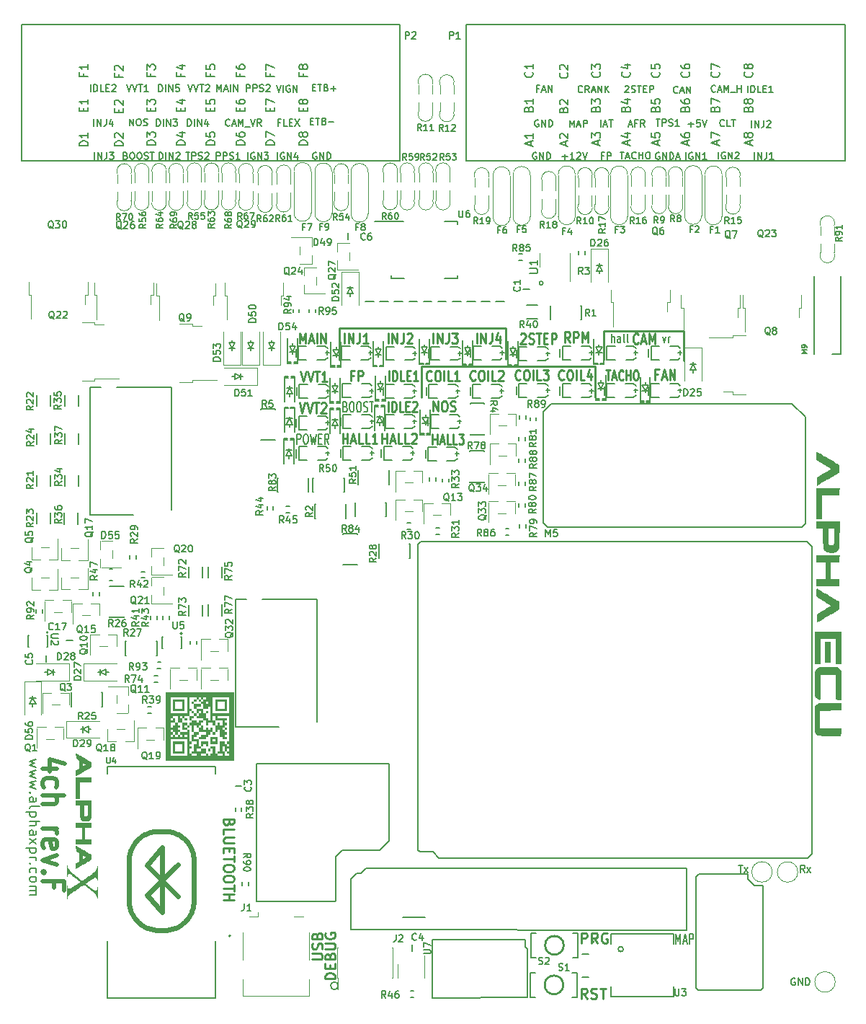
<source format=gto>
G04 #@! TF.GenerationSoftware,KiCad,Pcbnew,(6.0.9)*
G04 #@! TF.CreationDate,2023-02-02T22:17:02+03:00*
G04 #@! TF.ProjectId,alphax_4ch,616c7068-6178-45f3-9463-682e6b696361,a*
G04 #@! TF.SameCoordinates,PX141f5e0PYa2cace0*
G04 #@! TF.FileFunction,Legend,Top*
G04 #@! TF.FilePolarity,Positive*
%FSLAX46Y46*%
G04 Gerber Fmt 4.6, Leading zero omitted, Abs format (unit mm)*
G04 Created by KiCad (PCBNEW (6.0.9)) date 2023-02-02 22:17:02*
%MOMM*%
%LPD*%
G01*
G04 APERTURE LIST*
%ADD10C,0.250000*%
%ADD11C,0.170000*%
%ADD12C,0.200000*%
%ADD13C,0.225000*%
%ADD14C,0.500000*%
%ADD15C,0.212500*%
%ADD16C,0.127000*%
%ADD17C,0.150000*%
%ADD18C,0.120000*%
%ADD19C,0.099060*%
%ADD20C,0.203200*%
%ADD21C,0.254000*%
%ADD22C,0.631031*%
G04 APERTURE END LIST*
D10*
X37200000Y75250000D02*
X37200000Y79000000D01*
X68300000Y78650000D02*
X77700000Y78650000D01*
X77700000Y78650000D02*
X77700000Y75150000D01*
X46850000Y70800000D02*
X46850000Y74450000D01*
X67250000Y74450000D02*
X67250000Y70850000D01*
X37200000Y79000000D02*
X56750000Y79000000D01*
X46850000Y74450000D02*
X67250000Y74450000D01*
X68300000Y75250000D02*
X68300000Y78650000D01*
X56750000Y79000000D02*
X56750000Y75300000D01*
D11*
X30297619Y103107143D02*
X30030952Y103107143D01*
X30030952Y102688096D02*
X30030952Y103488096D01*
X30411904Y103488096D01*
X31097619Y102688096D02*
X30716666Y102688096D01*
X30716666Y103488096D01*
X31364285Y103107143D02*
X31630952Y103107143D01*
X31745238Y102688096D02*
X31364285Y102688096D01*
X31364285Y103488096D01*
X31745238Y103488096D01*
X32011904Y103488096D02*
X32545238Y102688096D01*
X32545238Y103488096D02*
X32011904Y102688096D01*
X85665308Y102538981D02*
X85665308Y103338981D01*
X86046260Y102538981D02*
X86046260Y103338981D01*
X86503403Y102538981D01*
X86503403Y103338981D01*
X87112927Y103338981D02*
X87112927Y102767552D01*
X87074831Y102653266D01*
X86998641Y102577076D01*
X86884355Y102538981D01*
X86808165Y102538981D01*
X87455784Y103262790D02*
X87493879Y103300885D01*
X87570070Y103338981D01*
X87760546Y103338981D01*
X87836736Y103300885D01*
X87874831Y103262790D01*
X87912927Y103186600D01*
X87912927Y103110409D01*
X87874831Y102996124D01*
X87417689Y102538981D01*
X87912927Y102538981D01*
X76993964Y106624177D02*
X76955869Y106586082D01*
X76841583Y106547987D01*
X76765392Y106547987D01*
X76651107Y106586082D01*
X76574916Y106662272D01*
X76536821Y106738463D01*
X76498726Y106890844D01*
X76498726Y107005130D01*
X76536821Y107157511D01*
X76574916Y107233701D01*
X76651107Y107309891D01*
X76765392Y107347987D01*
X76841583Y107347987D01*
X76955869Y107309891D01*
X76993964Y107271796D01*
X77298726Y106776558D02*
X77679678Y106776558D01*
X77222535Y106547987D02*
X77489202Y107347987D01*
X77755869Y106547987D01*
X78022535Y106547987D02*
X78022535Y107347987D01*
X78479678Y106547987D01*
X78479678Y107347987D01*
X60382159Y99550000D02*
X60305968Y99588096D01*
X60191683Y99588096D01*
X60077397Y99550000D01*
X60001206Y99473810D01*
X59963111Y99397620D01*
X59925016Y99245239D01*
X59925016Y99130953D01*
X59963111Y98978572D01*
X60001206Y98902381D01*
X60077397Y98826191D01*
X60191683Y98788096D01*
X60267873Y98788096D01*
X60382159Y98826191D01*
X60420254Y98864286D01*
X60420254Y99130953D01*
X60267873Y99130953D01*
X60763111Y98788096D02*
X60763111Y99588096D01*
X61220254Y98788096D01*
X61220254Y99588096D01*
X61601206Y98788096D02*
X61601206Y99588096D01*
X61791683Y99588096D01*
X61905968Y99550000D01*
X61982159Y99473810D01*
X62020254Y99397620D01*
X62058349Y99245239D01*
X62058349Y99130953D01*
X62020254Y98978572D01*
X61982159Y98902381D01*
X61905968Y98826191D01*
X61791683Y98788096D01*
X61601206Y98788096D01*
D12*
X75211904Y77964286D02*
X75402380Y77297620D01*
X75592857Y77964286D01*
X75897619Y77297620D02*
X75897619Y77964286D01*
X75897619Y77773810D02*
X75935714Y77869048D01*
X75973809Y77916667D01*
X76050000Y77964286D01*
X76126190Y77964286D01*
D11*
X19400000Y102688096D02*
X19400000Y103488096D01*
X19590476Y103488096D01*
X19704761Y103450000D01*
X19780952Y103373810D01*
X19819047Y103297620D01*
X19857142Y103145239D01*
X19857142Y103030953D01*
X19819047Y102878572D01*
X19780952Y102802381D01*
X19704761Y102726191D01*
X19590476Y102688096D01*
X19400000Y102688096D01*
X20200000Y102688096D02*
X20200000Y103488096D01*
X20580952Y102688096D02*
X20580952Y103488096D01*
X21038095Y102688096D01*
X21038095Y103488096D01*
X21761904Y103221429D02*
X21761904Y102688096D01*
X21571428Y103526191D02*
X21380952Y102954762D01*
X21876190Y102954762D01*
X26278571Y106738096D02*
X26278571Y107538096D01*
X26583333Y107538096D01*
X26659523Y107500000D01*
X26697619Y107461905D01*
X26735714Y107385715D01*
X26735714Y107271429D01*
X26697619Y107195239D01*
X26659523Y107157143D01*
X26583333Y107119048D01*
X26278571Y107119048D01*
X27078571Y106738096D02*
X27078571Y107538096D01*
X27383333Y107538096D01*
X27459523Y107500000D01*
X27497619Y107461905D01*
X27535714Y107385715D01*
X27535714Y107271429D01*
X27497619Y107195239D01*
X27459523Y107157143D01*
X27383333Y107119048D01*
X27078571Y107119048D01*
X27840476Y106776191D02*
X27954761Y106738096D01*
X28145238Y106738096D01*
X28221428Y106776191D01*
X28259523Y106814286D01*
X28297619Y106890477D01*
X28297619Y106966667D01*
X28259523Y107042858D01*
X28221428Y107080953D01*
X28145238Y107119048D01*
X27992857Y107157143D01*
X27916666Y107195239D01*
X27878571Y107233334D01*
X27840476Y107309524D01*
X27840476Y107385715D01*
X27878571Y107461905D01*
X27916666Y107500000D01*
X27992857Y107538096D01*
X28183333Y107538096D01*
X28297619Y107500000D01*
X28602380Y107461905D02*
X28640476Y107500000D01*
X28716666Y107538096D01*
X28907142Y107538096D01*
X28983333Y107500000D01*
X29021428Y107461905D01*
X29059523Y107385715D01*
X29059523Y107309524D01*
X29021428Y107195239D01*
X28564285Y106738096D01*
X29059523Y106738096D01*
D10*
X32630952Y73907143D02*
X32964285Y72707143D01*
X33297619Y73907143D01*
X33488095Y73907143D02*
X33821428Y72707143D01*
X34154761Y73907143D01*
X34345238Y73907143D02*
X34916666Y73907143D01*
X34630952Y72707143D02*
X34630952Y73907143D01*
X35773809Y72707143D02*
X35202380Y72707143D01*
X35488095Y72707143D02*
X35488095Y73907143D01*
X35392857Y73735715D01*
X35297619Y73621429D01*
X35202380Y73564286D01*
X58544761Y78222858D02*
X58592380Y78280000D01*
X58687619Y78337143D01*
X58925714Y78337143D01*
X59020952Y78280000D01*
X59068571Y78222858D01*
X59116190Y78108572D01*
X59116190Y77994286D01*
X59068571Y77822858D01*
X58497142Y77137143D01*
X59116190Y77137143D01*
X59497142Y77194286D02*
X59640000Y77137143D01*
X59878095Y77137143D01*
X59973333Y77194286D01*
X60020952Y77251429D01*
X60068571Y77365715D01*
X60068571Y77480000D01*
X60020952Y77594286D01*
X59973333Y77651429D01*
X59878095Y77708572D01*
X59687619Y77765715D01*
X59592380Y77822858D01*
X59544761Y77880000D01*
X59497142Y77994286D01*
X59497142Y78108572D01*
X59544761Y78222858D01*
X59592380Y78280000D01*
X59687619Y78337143D01*
X59925714Y78337143D01*
X60068571Y78280000D01*
X60354285Y78337143D02*
X60925714Y78337143D01*
X60640000Y77137143D02*
X60640000Y78337143D01*
X61259047Y77765715D02*
X61592380Y77765715D01*
X61735238Y77137143D02*
X61259047Y77137143D01*
X61259047Y78337143D01*
X61735238Y78337143D01*
X62163809Y77137143D02*
X62163809Y78337143D01*
X62544761Y78337143D01*
X62640000Y78280000D01*
X62687619Y78222858D01*
X62735238Y78108572D01*
X62735238Y77937143D01*
X62687619Y77822858D01*
X62640000Y77765715D01*
X62544761Y77708572D01*
X62163809Y77708572D01*
D11*
X12133333Y99207143D02*
X12247619Y99169048D01*
X12285714Y99130953D01*
X12323809Y99054762D01*
X12323809Y98940477D01*
X12285714Y98864286D01*
X12247619Y98826191D01*
X12171428Y98788096D01*
X11866666Y98788096D01*
X11866666Y99588096D01*
X12133333Y99588096D01*
X12209523Y99550000D01*
X12247619Y99511905D01*
X12285714Y99435715D01*
X12285714Y99359524D01*
X12247619Y99283334D01*
X12209523Y99245239D01*
X12133333Y99207143D01*
X11866666Y99207143D01*
X12819047Y99588096D02*
X12971428Y99588096D01*
X13047619Y99550000D01*
X13123809Y99473810D01*
X13161904Y99321429D01*
X13161904Y99054762D01*
X13123809Y98902381D01*
X13047619Y98826191D01*
X12971428Y98788096D01*
X12819047Y98788096D01*
X12742857Y98826191D01*
X12666666Y98902381D01*
X12628571Y99054762D01*
X12628571Y99321429D01*
X12666666Y99473810D01*
X12742857Y99550000D01*
X12819047Y99588096D01*
X13657142Y99588096D02*
X13809523Y99588096D01*
X13885714Y99550000D01*
X13961904Y99473810D01*
X14000000Y99321429D01*
X14000000Y99054762D01*
X13961904Y98902381D01*
X13885714Y98826191D01*
X13809523Y98788096D01*
X13657142Y98788096D01*
X13580952Y98826191D01*
X13504761Y98902381D01*
X13466666Y99054762D01*
X13466666Y99321429D01*
X13504761Y99473810D01*
X13580952Y99550000D01*
X13657142Y99588096D01*
X14304761Y98826191D02*
X14419047Y98788096D01*
X14609523Y98788096D01*
X14685714Y98826191D01*
X14723809Y98864286D01*
X14761904Y98940477D01*
X14761904Y99016667D01*
X14723809Y99092858D01*
X14685714Y99130953D01*
X14609523Y99169048D01*
X14457142Y99207143D01*
X14380952Y99245239D01*
X14342857Y99283334D01*
X14304761Y99359524D01*
X14304761Y99435715D01*
X14342857Y99511905D01*
X14380952Y99550000D01*
X14457142Y99588096D01*
X14647619Y99588096D01*
X14761904Y99550000D01*
X14990476Y99588096D02*
X15447619Y99588096D01*
X15219047Y98788096D02*
X15219047Y99588096D01*
D13*
X43000000Y69157143D02*
X43000000Y70357143D01*
X43428571Y69157143D02*
X43428571Y70357143D01*
X43642857Y70357143D01*
X43771428Y70300000D01*
X43857142Y70185715D01*
X43900000Y70071429D01*
X43942857Y69842858D01*
X43942857Y69671429D01*
X43900000Y69442858D01*
X43857142Y69328572D01*
X43771428Y69214286D01*
X43642857Y69157143D01*
X43428571Y69157143D01*
X44757142Y69157143D02*
X44328571Y69157143D01*
X44328571Y70357143D01*
X45057142Y69785715D02*
X45357142Y69785715D01*
X45485714Y69157143D02*
X45057142Y69157143D01*
X45057142Y70357143D01*
X45485714Y70357143D01*
X45828571Y70242858D02*
X45871428Y70300000D01*
X45957142Y70357143D01*
X46171428Y70357143D01*
X46257142Y70300000D01*
X46300000Y70242858D01*
X46342857Y70128572D01*
X46342857Y70014286D01*
X46300000Y69842858D01*
X45785714Y69157143D01*
X46342857Y69157143D01*
D12*
X69197619Y77297620D02*
X69197619Y78297620D01*
X69540476Y77297620D02*
X69540476Y77821429D01*
X69502380Y77916667D01*
X69426190Y77964286D01*
X69311904Y77964286D01*
X69235714Y77916667D01*
X69197619Y77869048D01*
X70264285Y77297620D02*
X70264285Y77821429D01*
X70226190Y77916667D01*
X70150000Y77964286D01*
X69997619Y77964286D01*
X69921428Y77916667D01*
X70264285Y77345239D02*
X70188095Y77297620D01*
X69997619Y77297620D01*
X69921428Y77345239D01*
X69883333Y77440477D01*
X69883333Y77535715D01*
X69921428Y77630953D01*
X69997619Y77678572D01*
X70188095Y77678572D01*
X70264285Y77726191D01*
X70759523Y77297620D02*
X70683333Y77345239D01*
X70645238Y77440477D01*
X70645238Y78297620D01*
X71178571Y77297620D02*
X71102380Y77345239D01*
X71064285Y77440477D01*
X71064285Y78297620D01*
D10*
X37610000Y65397143D02*
X37610000Y66597143D01*
X37610000Y66025715D02*
X38181428Y66025715D01*
X38181428Y65397143D02*
X38181428Y66597143D01*
X38610000Y65740000D02*
X39086190Y65740000D01*
X38514761Y65397143D02*
X38848095Y66597143D01*
X39181428Y65397143D01*
X39990952Y65397143D02*
X39514761Y65397143D01*
X39514761Y66597143D01*
X40800476Y65397143D02*
X40324285Y65397143D01*
X40324285Y66597143D01*
X41657619Y65397143D02*
X41086190Y65397143D01*
X41371904Y65397143D02*
X41371904Y66597143D01*
X41276666Y66425715D01*
X41181428Y66311429D01*
X41086190Y66254286D01*
X48269047Y77157143D02*
X48269047Y78357143D01*
X48745238Y77157143D02*
X48745238Y78357143D01*
X49316666Y77157143D01*
X49316666Y78357143D01*
X50078571Y78357143D02*
X50078571Y77500000D01*
X50030952Y77328572D01*
X49935714Y77214286D01*
X49792857Y77157143D01*
X49697619Y77157143D01*
X50459523Y78357143D02*
X51078571Y78357143D01*
X50745238Y77900000D01*
X50888095Y77900000D01*
X50983333Y77842858D01*
X51030952Y77785715D01*
X51078571Y77671429D01*
X51078571Y77385715D01*
X51030952Y77271429D01*
X50983333Y77214286D01*
X50888095Y77157143D01*
X50602380Y77157143D01*
X50507142Y77214286D01*
X50459523Y77271429D01*
X64338095Y77307143D02*
X64004761Y77878572D01*
X63766666Y77307143D02*
X63766666Y78507143D01*
X64147619Y78507143D01*
X64242857Y78450000D01*
X64290476Y78392858D01*
X64338095Y78278572D01*
X64338095Y78107143D01*
X64290476Y77992858D01*
X64242857Y77935715D01*
X64147619Y77878572D01*
X63766666Y77878572D01*
X64766666Y77307143D02*
X64766666Y78507143D01*
X65147619Y78507143D01*
X65242857Y78450000D01*
X65290476Y78392858D01*
X65338095Y78278572D01*
X65338095Y78107143D01*
X65290476Y77992858D01*
X65242857Y77935715D01*
X65147619Y77878572D01*
X64766666Y77878572D01*
X65766666Y77307143D02*
X65766666Y78507143D01*
X66100000Y77650000D01*
X66433333Y78507143D01*
X66433333Y77307143D01*
D11*
X70802031Y107354273D02*
X70840126Y107392368D01*
X70916317Y107430464D01*
X71106793Y107430464D01*
X71182983Y107392368D01*
X71221079Y107354273D01*
X71259174Y107278083D01*
X71259174Y107201892D01*
X71221079Y107087607D01*
X70763936Y106630464D01*
X71259174Y106630464D01*
X71563936Y106668559D02*
X71678222Y106630464D01*
X71868698Y106630464D01*
X71944888Y106668559D01*
X71982983Y106706654D01*
X72021079Y106782845D01*
X72021079Y106859035D01*
X71982983Y106935226D01*
X71944888Y106973321D01*
X71868698Y107011416D01*
X71716317Y107049511D01*
X71640126Y107087607D01*
X71602031Y107125702D01*
X71563936Y107201892D01*
X71563936Y107278083D01*
X71602031Y107354273D01*
X71640126Y107392368D01*
X71716317Y107430464D01*
X71906793Y107430464D01*
X72021079Y107392368D01*
X72249650Y107430464D02*
X72706793Y107430464D01*
X72478222Y106630464D02*
X72478222Y107430464D01*
X72973460Y107049511D02*
X73240126Y107049511D01*
X73354412Y106630464D02*
X72973460Y106630464D01*
X72973460Y107430464D01*
X73354412Y107430464D01*
X73697269Y106630464D02*
X73697269Y107430464D01*
X74002031Y107430464D01*
X74078222Y107392368D01*
X74116317Y107354273D01*
X74154412Y107278083D01*
X74154412Y107163797D01*
X74116317Y107087607D01*
X74078222Y107049511D01*
X74002031Y107011416D01*
X73697269Y107011416D01*
D10*
X37819047Y77207143D02*
X37819047Y78407143D01*
X38295238Y77207143D02*
X38295238Y78407143D01*
X38866666Y77207143D01*
X38866666Y78407143D01*
X39628571Y78407143D02*
X39628571Y77550000D01*
X39580952Y77378572D01*
X39485714Y77264286D01*
X39342857Y77207143D01*
X39247619Y77207143D01*
X40628571Y77207143D02*
X40057142Y77207143D01*
X40342857Y77207143D02*
X40342857Y78407143D01*
X40247619Y78235715D01*
X40152380Y78121429D01*
X40057142Y78064286D01*
D11*
X65796227Y106706654D02*
X65758132Y106668559D01*
X65643846Y106630464D01*
X65567655Y106630464D01*
X65453370Y106668559D01*
X65377179Y106744749D01*
X65339084Y106820940D01*
X65300989Y106973321D01*
X65300989Y107087607D01*
X65339084Y107239988D01*
X65377179Y107316178D01*
X65453370Y107392368D01*
X65567655Y107430464D01*
X65643846Y107430464D01*
X65758132Y107392368D01*
X65796227Y107354273D01*
X66596227Y106630464D02*
X66329560Y107011416D01*
X66139084Y106630464D02*
X66139084Y107430464D01*
X66443846Y107430464D01*
X66520036Y107392368D01*
X66558132Y107354273D01*
X66596227Y107278083D01*
X66596227Y107163797D01*
X66558132Y107087607D01*
X66520036Y107049511D01*
X66443846Y107011416D01*
X66139084Y107011416D01*
X66900989Y106859035D02*
X67281941Y106859035D01*
X66824798Y106630464D02*
X67091465Y107430464D01*
X67358132Y106630464D01*
X67624798Y106630464D02*
X67624798Y107430464D01*
X68081941Y106630464D01*
X68081941Y107430464D01*
X68462893Y106630464D02*
X68462893Y107430464D01*
X68920036Y106630464D02*
X68577179Y107087607D01*
X68920036Y107430464D02*
X68462893Y106973321D01*
D10*
X32530952Y70207143D02*
X32864285Y69007143D01*
X33197619Y70207143D01*
X33388095Y70207143D02*
X33721428Y69007143D01*
X34054761Y70207143D01*
X34245238Y70207143D02*
X34816666Y70207143D01*
X34530952Y69007143D02*
X34530952Y70207143D01*
X35102380Y70092858D02*
X35150000Y70150000D01*
X35245238Y70207143D01*
X35483333Y70207143D01*
X35578571Y70150000D01*
X35626190Y70092858D01*
X35673809Y69978572D01*
X35673809Y69864286D01*
X35626190Y69692858D01*
X35054761Y69007143D01*
X35673809Y69007143D01*
D11*
X64298735Y102584908D02*
X64298735Y103384908D01*
X64565401Y102813479D01*
X64832068Y103384908D01*
X64832068Y102584908D01*
X65174925Y102813479D02*
X65555878Y102813479D01*
X65098735Y102584908D02*
X65365401Y103384908D01*
X65632068Y102584908D01*
X65898735Y102584908D02*
X65898735Y103384908D01*
X66203497Y103384908D01*
X66279687Y103346812D01*
X66317782Y103308717D01*
X66355878Y103232527D01*
X66355878Y103118241D01*
X66317782Y103042051D01*
X66279687Y103003955D01*
X66203497Y102965860D01*
X65898735Y102965860D01*
D10*
X53204667Y72921429D02*
X53157048Y72864286D01*
X53014191Y72807143D01*
X52918953Y72807143D01*
X52776096Y72864286D01*
X52680858Y72978572D01*
X52633239Y73092858D01*
X52585620Y73321429D01*
X52585620Y73492858D01*
X52633239Y73721429D01*
X52680858Y73835715D01*
X52776096Y73950000D01*
X52918953Y74007143D01*
X53014191Y74007143D01*
X53157048Y73950000D01*
X53204667Y73892858D01*
X53823715Y74007143D02*
X54014191Y74007143D01*
X54109429Y73950000D01*
X54204667Y73835715D01*
X54252286Y73607143D01*
X54252286Y73207143D01*
X54204667Y72978572D01*
X54109429Y72864286D01*
X54014191Y72807143D01*
X53823715Y72807143D01*
X53728477Y72864286D01*
X53633239Y72978572D01*
X53585620Y73207143D01*
X53585620Y73607143D01*
X53633239Y73835715D01*
X53728477Y73950000D01*
X53823715Y74007143D01*
X54680858Y72807143D02*
X54680858Y74007143D01*
X55633239Y72807143D02*
X55157048Y72807143D01*
X55157048Y74007143D01*
X55918953Y73892858D02*
X55966572Y73950000D01*
X56061810Y74007143D01*
X56299905Y74007143D01*
X56395143Y73950000D01*
X56442762Y73892858D01*
X56490381Y73778572D01*
X56490381Y73664286D01*
X56442762Y73492858D01*
X55871334Y72807143D01*
X56490381Y72807143D01*
D11*
X84133809Y15899048D02*
X84602380Y15899048D01*
X84368095Y15079048D02*
X84368095Y15899048D01*
X84797619Y15079048D02*
X85227142Y15625715D01*
X84797619Y15625715D02*
X85227142Y15079048D01*
X63430476Y99102858D02*
X64040000Y99102858D01*
X63735238Y98798096D02*
X63735238Y99407620D01*
X64840000Y98798096D02*
X64382857Y98798096D01*
X64611428Y98798096D02*
X64611428Y99598096D01*
X64535238Y99483810D01*
X64459047Y99407620D01*
X64382857Y99369524D01*
X65144761Y99521905D02*
X65182857Y99560000D01*
X65259047Y99598096D01*
X65449523Y99598096D01*
X65525714Y99560000D01*
X65563809Y99521905D01*
X65601904Y99445715D01*
X65601904Y99369524D01*
X65563809Y99255239D01*
X65106666Y98798096D01*
X65601904Y98798096D01*
X65830476Y99598096D02*
X66097142Y98798096D01*
X66363809Y99598096D01*
X77941683Y98777853D02*
X77941683Y99577853D01*
X78741683Y99539757D02*
X78665492Y99577853D01*
X78551206Y99577853D01*
X78436921Y99539757D01*
X78360730Y99463567D01*
X78322635Y99387377D01*
X78284540Y99234996D01*
X78284540Y99120710D01*
X78322635Y98968329D01*
X78360730Y98892138D01*
X78436921Y98815948D01*
X78551206Y98777853D01*
X78627397Y98777853D01*
X78741683Y98815948D01*
X78779778Y98854043D01*
X78779778Y99120710D01*
X78627397Y99120710D01*
X79122635Y98777853D02*
X79122635Y99577853D01*
X79579778Y98777853D01*
X79579778Y99577853D01*
X80379778Y98777853D02*
X79922635Y98777853D01*
X80151206Y98777853D02*
X80151206Y99577853D01*
X80075016Y99463567D01*
X79998825Y99387377D01*
X79922635Y99349281D01*
X71236567Y102831965D02*
X71617520Y102831965D01*
X71160377Y102603394D02*
X71427043Y103403394D01*
X71693710Y102603394D01*
X72227043Y103022441D02*
X71960377Y103022441D01*
X71960377Y102603394D02*
X71960377Y103403394D01*
X72341329Y103403394D01*
X73103234Y102603394D02*
X72836567Y102984346D01*
X72646091Y102603394D02*
X72646091Y103403394D01*
X72950853Y103403394D01*
X73027043Y103365298D01*
X73065139Y103327203D01*
X73103234Y103251013D01*
X73103234Y103136727D01*
X73065139Y103060537D01*
X73027043Y103022441D01*
X72950853Y102984346D01*
X72646091Y102984346D01*
X7983333Y106738096D02*
X7983333Y107538096D01*
X8364285Y106738096D02*
X8364285Y107538096D01*
X8554761Y107538096D01*
X8669047Y107500000D01*
X8745238Y107423810D01*
X8783333Y107347620D01*
X8821428Y107195239D01*
X8821428Y107080953D01*
X8783333Y106928572D01*
X8745238Y106852381D01*
X8669047Y106776191D01*
X8554761Y106738096D01*
X8364285Y106738096D01*
X9545238Y106738096D02*
X9164285Y106738096D01*
X9164285Y107538096D01*
X9811904Y107157143D02*
X10078571Y107157143D01*
X10192857Y106738096D02*
X9811904Y106738096D01*
X9811904Y107538096D01*
X10192857Y107538096D01*
X10497619Y107461905D02*
X10535714Y107500000D01*
X10611904Y107538096D01*
X10802380Y107538096D01*
X10878571Y107500000D01*
X10916666Y107461905D01*
X10954761Y107385715D01*
X10954761Y107309524D01*
X10916666Y107195239D01*
X10459523Y106738096D01*
X10954761Y106738096D01*
D14*
X4035714Y27241667D02*
X2369047Y27241667D01*
X4988095Y27789286D02*
X3202380Y28336905D01*
X3202380Y26913096D01*
X2488095Y25051191D02*
X2369047Y25270239D01*
X2369047Y25708334D01*
X2488095Y25927381D01*
X2607142Y26036905D01*
X2845238Y26146429D01*
X3559523Y26146429D01*
X3797619Y26036905D01*
X3916666Y25927381D01*
X4035714Y25708334D01*
X4035714Y25270239D01*
X3916666Y25051191D01*
X2369047Y24065477D02*
X4869047Y24065477D01*
X2369047Y23079762D02*
X3678571Y23079762D01*
X3916666Y23189286D01*
X4035714Y23408334D01*
X4035714Y23736905D01*
X3916666Y23955953D01*
X3797619Y24065477D01*
X2369047Y20232143D02*
X4035714Y20232143D01*
X3559523Y20232143D02*
X3797619Y20122620D01*
X3916666Y20013096D01*
X4035714Y19794048D01*
X4035714Y19575000D01*
X2488095Y17932143D02*
X2369047Y18151191D01*
X2369047Y18589286D01*
X2488095Y18808334D01*
X2726190Y18917858D01*
X3678571Y18917858D01*
X3916666Y18808334D01*
X4035714Y18589286D01*
X4035714Y18151191D01*
X3916666Y17932143D01*
X3678571Y17822620D01*
X3440476Y17822620D01*
X3202380Y18917858D01*
X4035714Y17055953D02*
X2369047Y16508334D01*
X4035714Y15960715D01*
X2607142Y15084524D02*
X2488095Y14975000D01*
X2369047Y15084524D01*
X2488095Y15194048D01*
X2607142Y15084524D01*
X2369047Y15084524D01*
X3678571Y13222620D02*
X3678571Y13989286D01*
X2369047Y13989286D02*
X4869047Y13989286D01*
X4869047Y12894048D01*
D10*
X38892857Y73409241D02*
X38559523Y73409241D01*
X38559523Y72780669D02*
X38559523Y73980669D01*
X39035714Y73980669D01*
X39416666Y72780669D02*
X39416666Y73980669D01*
X39797619Y73980669D01*
X39892857Y73923526D01*
X39940476Y73866384D01*
X39988095Y73752098D01*
X39988095Y73580669D01*
X39940476Y73466384D01*
X39892857Y73409241D01*
X39797619Y73352098D01*
X39416666Y73352098D01*
D11*
X60665767Y107070982D02*
X60399101Y107070982D01*
X60399101Y106651935D02*
X60399101Y107451935D01*
X60780053Y107451935D01*
X61046720Y106880506D02*
X61427672Y106880506D01*
X60970529Y106651935D02*
X61237196Y107451935D01*
X61503863Y106651935D01*
X61770529Y106651935D02*
X61770529Y107451935D01*
X62227672Y106651935D01*
X62227672Y107451935D01*
X8445238Y98788096D02*
X8445238Y99588096D01*
X8826190Y98788096D02*
X8826190Y99588096D01*
X9283333Y98788096D01*
X9283333Y99588096D01*
X9892857Y99588096D02*
X9892857Y99016667D01*
X9854761Y98902381D01*
X9778571Y98826191D01*
X9664285Y98788096D01*
X9588095Y98788096D01*
X10197619Y99588096D02*
X10692857Y99588096D01*
X10426190Y99283334D01*
X10540476Y99283334D01*
X10616666Y99245239D01*
X10654761Y99207143D01*
X10692857Y99130953D01*
X10692857Y98940477D01*
X10654761Y98864286D01*
X10616666Y98826191D01*
X10540476Y98788096D01*
X10311904Y98788096D01*
X10235714Y98826191D01*
X10197619Y98864286D01*
X60625366Y103377473D02*
X60549175Y103415569D01*
X60434890Y103415569D01*
X60320604Y103377473D01*
X60244413Y103301283D01*
X60206318Y103225093D01*
X60168223Y103072712D01*
X60168223Y102958426D01*
X60206318Y102806045D01*
X60244413Y102729854D01*
X60320604Y102653664D01*
X60434890Y102615569D01*
X60511080Y102615569D01*
X60625366Y102653664D01*
X60663461Y102691759D01*
X60663461Y102958426D01*
X60511080Y102958426D01*
X61006318Y102615569D02*
X61006318Y103415569D01*
X61463461Y102615569D01*
X61463461Y103415569D01*
X61844413Y102615569D02*
X61844413Y103415569D01*
X62034890Y103415569D01*
X62149175Y103377473D01*
X62225366Y103301283D01*
X62263461Y103225093D01*
X62301556Y103072712D01*
X62301556Y102958426D01*
X62263461Y102806045D01*
X62225366Y102729854D01*
X62149175Y102653664D01*
X62034890Y102615569D01*
X61844413Y102615569D01*
D10*
X72349523Y77241429D02*
X72301904Y77184286D01*
X72159047Y77127143D01*
X72063809Y77127143D01*
X71920952Y77184286D01*
X71825714Y77298572D01*
X71778095Y77412858D01*
X71730476Y77641429D01*
X71730476Y77812858D01*
X71778095Y78041429D01*
X71825714Y78155715D01*
X71920952Y78270000D01*
X72063809Y78327143D01*
X72159047Y78327143D01*
X72301904Y78270000D01*
X72349523Y78212858D01*
X72730476Y77470000D02*
X73206666Y77470000D01*
X72635238Y77127143D02*
X72968571Y78327143D01*
X73301904Y77127143D01*
X73635238Y77127143D02*
X73635238Y78327143D01*
X73968571Y77470000D01*
X74301904Y78327143D01*
X74301904Y77127143D01*
D11*
X81423809Y106764286D02*
X81385714Y106726191D01*
X81271428Y106688096D01*
X81195238Y106688096D01*
X81080952Y106726191D01*
X81004761Y106802381D01*
X80966666Y106878572D01*
X80928571Y107030953D01*
X80928571Y107145239D01*
X80966666Y107297620D01*
X81004761Y107373810D01*
X81080952Y107450000D01*
X81195238Y107488096D01*
X81271428Y107488096D01*
X81385714Y107450000D01*
X81423809Y107411905D01*
X81728571Y106916667D02*
X82109523Y106916667D01*
X81652380Y106688096D02*
X81919047Y107488096D01*
X82185714Y106688096D01*
X82452380Y106688096D02*
X82452380Y107488096D01*
X82719047Y106916667D01*
X82985714Y107488096D01*
X82985714Y106688096D01*
X83176190Y106611905D02*
X83785714Y106611905D01*
X83976190Y106688096D02*
X83976190Y107488096D01*
X83976190Y107107143D02*
X84433333Y107107143D01*
X84433333Y106688096D02*
X84433333Y107488096D01*
X16050000Y98788096D02*
X16050000Y99588096D01*
X16240476Y99588096D01*
X16354761Y99550000D01*
X16430952Y99473810D01*
X16469047Y99397620D01*
X16507142Y99245239D01*
X16507142Y99130953D01*
X16469047Y98978572D01*
X16430952Y98902381D01*
X16354761Y98826191D01*
X16240476Y98788096D01*
X16050000Y98788096D01*
X16850000Y98788096D02*
X16850000Y99588096D01*
X17230952Y98788096D02*
X17230952Y99588096D01*
X17688095Y98788096D01*
X17688095Y99588096D01*
X18030952Y99511905D02*
X18069047Y99550000D01*
X18145238Y99588096D01*
X18335714Y99588096D01*
X18411904Y99550000D01*
X18450000Y99511905D01*
X18488095Y99435715D01*
X18488095Y99359524D01*
X18450000Y99245239D01*
X17992857Y98788096D01*
X18488095Y98788096D01*
D10*
X42250000Y65407143D02*
X42250000Y66607143D01*
X42250000Y66035715D02*
X42821428Y66035715D01*
X42821428Y65407143D02*
X42821428Y66607143D01*
X43250000Y65750000D02*
X43726190Y65750000D01*
X43154761Y65407143D02*
X43488095Y66607143D01*
X43821428Y65407143D01*
X44630952Y65407143D02*
X44154761Y65407143D01*
X44154761Y66607143D01*
X45440476Y65407143D02*
X44964285Y65407143D01*
X44964285Y66607143D01*
X45726190Y66492858D02*
X45773809Y66550000D01*
X45869047Y66607143D01*
X46107142Y66607143D01*
X46202380Y66550000D01*
X46250000Y66492858D01*
X46297619Y66378572D01*
X46297619Y66264286D01*
X46250000Y66092858D01*
X45678571Y65407143D01*
X46297619Y65407143D01*
D11*
X12254761Y107538096D02*
X12521428Y106738096D01*
X12788095Y107538096D01*
X12940476Y107538096D02*
X13207142Y106738096D01*
X13473809Y107538096D01*
X13626190Y107538096D02*
X14083333Y107538096D01*
X13854761Y106738096D02*
X13854761Y107538096D01*
X14769047Y106738096D02*
X14311904Y106738096D01*
X14540476Y106738096D02*
X14540476Y107538096D01*
X14464285Y107423810D01*
X14388095Y107347620D01*
X14311904Y107309524D01*
X34540476Y99550000D02*
X34464285Y99588096D01*
X34350000Y99588096D01*
X34235714Y99550000D01*
X34159523Y99473810D01*
X34121428Y99397620D01*
X34083333Y99245239D01*
X34083333Y99130953D01*
X34121428Y98978572D01*
X34159523Y98902381D01*
X34235714Y98826191D01*
X34350000Y98788096D01*
X34426190Y98788096D01*
X34540476Y98826191D01*
X34578571Y98864286D01*
X34578571Y99130953D01*
X34426190Y99130953D01*
X34921428Y98788096D02*
X34921428Y99588096D01*
X35378571Y98788096D01*
X35378571Y99588096D01*
X35759523Y98788096D02*
X35759523Y99588096D01*
X35950000Y99588096D01*
X36064285Y99550000D01*
X36140476Y99473810D01*
X36178571Y99397620D01*
X36216666Y99245239D01*
X36216666Y99130953D01*
X36178571Y98978572D01*
X36140476Y98902381D01*
X36064285Y98826191D01*
X35950000Y98788096D01*
X35759523Y98788096D01*
X19454761Y107538096D02*
X19721428Y106738096D01*
X19988095Y107538096D01*
X20140476Y107538096D02*
X20407142Y106738096D01*
X20673809Y107538096D01*
X20826190Y107538096D02*
X21283333Y107538096D01*
X21054761Y106738096D02*
X21054761Y107538096D01*
X21511904Y107461905D02*
X21550000Y107500000D01*
X21626190Y107538096D01*
X21816666Y107538096D01*
X21892857Y107500000D01*
X21930952Y107461905D01*
X21969047Y107385715D01*
X21969047Y107309524D01*
X21930952Y107195239D01*
X21473809Y106738096D01*
X21969047Y106738096D01*
D13*
X48190000Y65327143D02*
X48190000Y66527143D01*
X48190000Y65955715D02*
X48704285Y65955715D01*
X48704285Y65327143D02*
X48704285Y66527143D01*
X49090000Y65670000D02*
X49518571Y65670000D01*
X49004285Y65327143D02*
X49304285Y66527143D01*
X49604285Y65327143D01*
X50332857Y65327143D02*
X49904285Y65327143D01*
X49904285Y66527143D01*
X51061428Y65327143D02*
X50632857Y65327143D01*
X50632857Y66527143D01*
X51275714Y66527143D02*
X51832857Y66527143D01*
X51532857Y66070000D01*
X51661428Y66070000D01*
X51747142Y66012858D01*
X51790000Y65955715D01*
X51832857Y65841429D01*
X51832857Y65555715D01*
X51790000Y65441429D01*
X51747142Y65384286D01*
X51661428Y65327143D01*
X51404285Y65327143D01*
X51318571Y65384286D01*
X51275714Y65441429D01*
D11*
X90775238Y2610000D02*
X90697142Y2649048D01*
X90580000Y2649048D01*
X90462857Y2610000D01*
X90384761Y2531905D01*
X90345714Y2453810D01*
X90306666Y2297620D01*
X90306666Y2180477D01*
X90345714Y2024286D01*
X90384761Y1946191D01*
X90462857Y1868096D01*
X90580000Y1829048D01*
X90658095Y1829048D01*
X90775238Y1868096D01*
X90814285Y1907143D01*
X90814285Y2180477D01*
X90658095Y2180477D01*
X91165714Y1829048D02*
X91165714Y2649048D01*
X91634285Y1829048D01*
X91634285Y2649048D01*
X92024761Y1829048D02*
X92024761Y2649048D01*
X92220000Y2649048D01*
X92337142Y2610000D01*
X92415238Y2531905D01*
X92454285Y2453810D01*
X92493333Y2297620D01*
X92493333Y2180477D01*
X92454285Y2024286D01*
X92415238Y1946191D01*
X92337142Y1868096D01*
X92220000Y1829048D01*
X92024761Y1829048D01*
X86015238Y98808096D02*
X86015238Y99608096D01*
X86396190Y98808096D02*
X86396190Y99608096D01*
X86853333Y98808096D01*
X86853333Y99608096D01*
X87462857Y99608096D02*
X87462857Y99036667D01*
X87424761Y98922381D01*
X87348571Y98846191D01*
X87234285Y98808096D01*
X87158095Y98808096D01*
X88262857Y98808096D02*
X87805714Y98808096D01*
X88034285Y98808096D02*
X88034285Y99608096D01*
X87958095Y99493810D01*
X87881904Y99417620D01*
X87805714Y99379524D01*
X12571428Y102738096D02*
X12571428Y103538096D01*
X13028571Y102738096D01*
X13028571Y103538096D01*
X13561904Y103538096D02*
X13714285Y103538096D01*
X13790476Y103500000D01*
X13866666Y103423810D01*
X13904761Y103271429D01*
X13904761Y103004762D01*
X13866666Y102852381D01*
X13790476Y102776191D01*
X13714285Y102738096D01*
X13561904Y102738096D01*
X13485714Y102776191D01*
X13409523Y102852381D01*
X13371428Y103004762D01*
X13371428Y103271429D01*
X13409523Y103423810D01*
X13485714Y103500000D01*
X13561904Y103538096D01*
X14209523Y102776191D02*
X14323809Y102738096D01*
X14514285Y102738096D01*
X14590476Y102776191D01*
X14628571Y102814286D01*
X14666666Y102890477D01*
X14666666Y102966667D01*
X14628571Y103042858D01*
X14590476Y103080953D01*
X14514285Y103119048D01*
X14361904Y103157143D01*
X14285714Y103195239D01*
X14247619Y103233334D01*
X14209523Y103309524D01*
X14209523Y103385715D01*
X14247619Y103461905D01*
X14285714Y103500000D01*
X14361904Y103538096D01*
X14552380Y103538096D01*
X14666666Y103500000D01*
X33828571Y103257143D02*
X34095238Y103257143D01*
X34209523Y102838096D02*
X33828571Y102838096D01*
X33828571Y103638096D01*
X34209523Y103638096D01*
X34438095Y103638096D02*
X34895238Y103638096D01*
X34666666Y102838096D02*
X34666666Y103638096D01*
X35428571Y103257143D02*
X35542857Y103219048D01*
X35580952Y103180953D01*
X35619047Y103104762D01*
X35619047Y102990477D01*
X35580952Y102914286D01*
X35542857Y102876191D01*
X35466666Y102838096D01*
X35161904Y102838096D01*
X35161904Y103638096D01*
X35428571Y103638096D01*
X35504761Y103600000D01*
X35542857Y103561905D01*
X35580952Y103485715D01*
X35580952Y103409524D01*
X35542857Y103333334D01*
X35504761Y103295239D01*
X35428571Y103257143D01*
X35161904Y103257143D01*
X35961904Y103142858D02*
X36571428Y103142858D01*
X34078571Y107207143D02*
X34345238Y107207143D01*
X34459523Y106788096D02*
X34078571Y106788096D01*
X34078571Y107588096D01*
X34459523Y107588096D01*
X34688095Y107588096D02*
X35145238Y107588096D01*
X34916666Y106788096D02*
X34916666Y107588096D01*
X35678571Y107207143D02*
X35792857Y107169048D01*
X35830952Y107130953D01*
X35869047Y107054762D01*
X35869047Y106940477D01*
X35830952Y106864286D01*
X35792857Y106826191D01*
X35716666Y106788096D01*
X35411904Y106788096D01*
X35411904Y107588096D01*
X35678571Y107588096D01*
X35754761Y107550000D01*
X35792857Y107511905D01*
X35830952Y107435715D01*
X35830952Y107359524D01*
X35792857Y107283334D01*
X35754761Y107245239D01*
X35678571Y107207143D01*
X35411904Y107207143D01*
X36211904Y107092858D02*
X36821428Y107092858D01*
X36516666Y106788096D02*
X36516666Y107397620D01*
X24350000Y102764286D02*
X24311904Y102726191D01*
X24197619Y102688096D01*
X24121428Y102688096D01*
X24007142Y102726191D01*
X23930952Y102802381D01*
X23892857Y102878572D01*
X23854761Y103030953D01*
X23854761Y103145239D01*
X23892857Y103297620D01*
X23930952Y103373810D01*
X24007142Y103450000D01*
X24121428Y103488096D01*
X24197619Y103488096D01*
X24311904Y103450000D01*
X24350000Y103411905D01*
X24654761Y102916667D02*
X25035714Y102916667D01*
X24578571Y102688096D02*
X24845238Y103488096D01*
X25111904Y102688096D01*
X25378571Y102688096D02*
X25378571Y103488096D01*
X25645238Y102916667D01*
X25911904Y103488096D01*
X25911904Y102688096D01*
X26102380Y102611905D02*
X26711904Y102611905D01*
X26788095Y103488096D02*
X27054761Y102688096D01*
X27321428Y103488096D01*
X28045238Y102688096D02*
X27778571Y103069048D01*
X27588095Y102688096D02*
X27588095Y103488096D01*
X27892857Y103488096D01*
X27969047Y103450000D01*
X28007142Y103411905D01*
X28045238Y103335715D01*
X28045238Y103221429D01*
X28007142Y103145239D01*
X27969047Y103107143D01*
X27892857Y103069048D01*
X27588095Y103069048D01*
X22778571Y98788096D02*
X22778571Y99588096D01*
X23083333Y99588096D01*
X23159523Y99550000D01*
X23197619Y99511905D01*
X23235714Y99435715D01*
X23235714Y99321429D01*
X23197619Y99245239D01*
X23159523Y99207143D01*
X23083333Y99169048D01*
X22778571Y99169048D01*
X23578571Y98788096D02*
X23578571Y99588096D01*
X23883333Y99588096D01*
X23959523Y99550000D01*
X23997619Y99511905D01*
X24035714Y99435715D01*
X24035714Y99321429D01*
X23997619Y99245239D01*
X23959523Y99207143D01*
X23883333Y99169048D01*
X23578571Y99169048D01*
X24340476Y98826191D02*
X24454761Y98788096D01*
X24645238Y98788096D01*
X24721428Y98826191D01*
X24759523Y98864286D01*
X24797619Y98940477D01*
X24797619Y99016667D01*
X24759523Y99092858D01*
X24721428Y99130953D01*
X24645238Y99169048D01*
X24492857Y99207143D01*
X24416666Y99245239D01*
X24378571Y99283334D01*
X24340476Y99359524D01*
X24340476Y99435715D01*
X24378571Y99511905D01*
X24416666Y99550000D01*
X24492857Y99588096D01*
X24683333Y99588096D01*
X24797619Y99550000D01*
X25559523Y98788096D02*
X25102380Y98788096D01*
X25330952Y98788096D02*
X25330952Y99588096D01*
X25254761Y99473810D01*
X25178571Y99397620D01*
X25102380Y99359524D01*
D10*
X53369047Y77207143D02*
X53369047Y78407143D01*
X53845238Y77207143D02*
X53845238Y78407143D01*
X54416666Y77207143D01*
X54416666Y78407143D01*
X55178571Y78407143D02*
X55178571Y77550000D01*
X55130952Y77378572D01*
X55035714Y77264286D01*
X54892857Y77207143D01*
X54797619Y77207143D01*
X56083333Y78007143D02*
X56083333Y77207143D01*
X55845238Y78464286D02*
X55607142Y77607143D01*
X56226190Y77607143D01*
X65675714Y6767143D02*
X65675714Y7967143D01*
X66132857Y7967143D01*
X66247142Y7910000D01*
X66304285Y7852858D01*
X66361428Y7738572D01*
X66361428Y7567143D01*
X66304285Y7452858D01*
X66247142Y7395715D01*
X66132857Y7338572D01*
X65675714Y7338572D01*
X67561428Y6767143D02*
X67161428Y7338572D01*
X66875714Y6767143D02*
X66875714Y7967143D01*
X67332857Y7967143D01*
X67447142Y7910000D01*
X67504285Y7852858D01*
X67561428Y7738572D01*
X67561428Y7567143D01*
X67504285Y7452858D01*
X67447142Y7395715D01*
X67332857Y7338572D01*
X66875714Y7338572D01*
X68704285Y7910000D02*
X68590000Y7967143D01*
X68418571Y7967143D01*
X68247142Y7910000D01*
X68132857Y7795715D01*
X68075714Y7681429D01*
X68018571Y7452858D01*
X68018571Y7281429D01*
X68075714Y7052858D01*
X68132857Y6938572D01*
X68247142Y6824286D01*
X68418571Y6767143D01*
X68532857Y6767143D01*
X68704285Y6824286D01*
X68761428Y6881429D01*
X68761428Y7281429D01*
X68532857Y7281429D01*
D11*
X19189523Y99578096D02*
X19646666Y99578096D01*
X19418095Y98778096D02*
X19418095Y99578096D01*
X19913333Y98778096D02*
X19913333Y99578096D01*
X20218095Y99578096D01*
X20294285Y99540000D01*
X20332380Y99501905D01*
X20370476Y99425715D01*
X20370476Y99311429D01*
X20332380Y99235239D01*
X20294285Y99197143D01*
X20218095Y99159048D01*
X19913333Y99159048D01*
X20675238Y98816191D02*
X20789523Y98778096D01*
X20980000Y98778096D01*
X21056190Y98816191D01*
X21094285Y98854286D01*
X21132380Y98930477D01*
X21132380Y99006667D01*
X21094285Y99082858D01*
X21056190Y99120953D01*
X20980000Y99159048D01*
X20827619Y99197143D01*
X20751428Y99235239D01*
X20713333Y99273334D01*
X20675238Y99349524D01*
X20675238Y99425715D01*
X20713333Y99501905D01*
X20751428Y99540000D01*
X20827619Y99578096D01*
X21018095Y99578096D01*
X21132380Y99540000D01*
X21437142Y99501905D02*
X21475238Y99540000D01*
X21551428Y99578096D01*
X21741904Y99578096D01*
X21818095Y99540000D01*
X21856190Y99501905D01*
X21894285Y99425715D01*
X21894285Y99349524D01*
X21856190Y99235239D01*
X21399047Y98778096D01*
X21894285Y98778096D01*
X78248176Y102908156D02*
X78857700Y102908156D01*
X78552938Y102603394D02*
X78552938Y103212918D01*
X79619605Y103403394D02*
X79238652Y103403394D01*
X79200557Y103022441D01*
X79238652Y103060537D01*
X79314843Y103098632D01*
X79505319Y103098632D01*
X79581509Y103060537D01*
X79619605Y103022441D01*
X79657700Y102946251D01*
X79657700Y102755775D01*
X79619605Y102679584D01*
X79581509Y102641489D01*
X79505319Y102603394D01*
X79314843Y102603394D01*
X79238652Y102641489D01*
X79200557Y102679584D01*
X79886271Y103403394D02*
X80152938Y102603394D01*
X80419605Y103403394D01*
X67954266Y102612820D02*
X67954266Y103412820D01*
X68297124Y102841391D02*
X68678076Y102841391D01*
X68220933Y102612820D02*
X68487600Y103412820D01*
X68754266Y102612820D01*
X68906647Y103412820D02*
X69363790Y103412820D01*
X69135219Y102612820D02*
X69135219Y103412820D01*
X85217520Y106639911D02*
X85217520Y107439911D01*
X85598472Y106639911D02*
X85598472Y107439911D01*
X85788948Y107439911D01*
X85903234Y107401815D01*
X85979425Y107325625D01*
X86017520Y107249435D01*
X86055615Y107097054D01*
X86055615Y106982768D01*
X86017520Y106830387D01*
X85979425Y106754196D01*
X85903234Y106678006D01*
X85788948Y106639911D01*
X85598472Y106639911D01*
X86779425Y106639911D02*
X86398472Y106639911D01*
X86398472Y107439911D01*
X87046091Y107058958D02*
X87312758Y107058958D01*
X87427044Y106639911D02*
X87046091Y106639911D01*
X87046091Y107439911D01*
X87427044Y107439911D01*
X88188948Y106639911D02*
X87731806Y106639911D01*
X87960377Y106639911D02*
X87960377Y107439911D01*
X87884187Y107325625D01*
X87807996Y107249435D01*
X87731806Y107211339D01*
X29950000Y98788096D02*
X29950000Y99588096D01*
X30750000Y99550000D02*
X30673809Y99588096D01*
X30559523Y99588096D01*
X30445238Y99550000D01*
X30369047Y99473810D01*
X30330952Y99397620D01*
X30292857Y99245239D01*
X30292857Y99130953D01*
X30330952Y98978572D01*
X30369047Y98902381D01*
X30445238Y98826191D01*
X30559523Y98788096D01*
X30635714Y98788096D01*
X30750000Y98826191D01*
X30788095Y98864286D01*
X30788095Y99130953D01*
X30635714Y99130953D01*
X31130952Y98788096D02*
X31130952Y99588096D01*
X31588095Y98788096D01*
X31588095Y99588096D01*
X32311904Y99321429D02*
X32311904Y98788096D01*
X32121428Y99626191D02*
X31930952Y99054762D01*
X32426190Y99054762D01*
D10*
X34032857Y4845715D02*
X35004285Y4845715D01*
X35118571Y4902858D01*
X35175714Y4960000D01*
X35232857Y5074286D01*
X35232857Y5302858D01*
X35175714Y5417143D01*
X35118571Y5474286D01*
X35004285Y5531429D01*
X34032857Y5531429D01*
X35175714Y6045715D02*
X35232857Y6217143D01*
X35232857Y6502858D01*
X35175714Y6617143D01*
X35118571Y6674286D01*
X35004285Y6731429D01*
X34890000Y6731429D01*
X34775714Y6674286D01*
X34718571Y6617143D01*
X34661428Y6502858D01*
X34604285Y6274286D01*
X34547142Y6160000D01*
X34490000Y6102858D01*
X34375714Y6045715D01*
X34261428Y6045715D01*
X34147142Y6102858D01*
X34090000Y6160000D01*
X34032857Y6274286D01*
X34032857Y6560000D01*
X34090000Y6731429D01*
X34604285Y7645715D02*
X34661428Y7817143D01*
X34718571Y7874286D01*
X34832857Y7931429D01*
X35004285Y7931429D01*
X35118571Y7874286D01*
X35175714Y7817143D01*
X35232857Y7702858D01*
X35232857Y7245715D01*
X34032857Y7245715D01*
X34032857Y7645715D01*
X34090000Y7760000D01*
X34147142Y7817143D01*
X34261428Y7874286D01*
X34375714Y7874286D01*
X34490000Y7817143D01*
X34547142Y7760000D01*
X34604285Y7645715D01*
X34604285Y7245715D01*
X74678477Y73535715D02*
X74345143Y73535715D01*
X74345143Y72907143D02*
X74345143Y74107143D01*
X74821334Y74107143D01*
X75154667Y73250000D02*
X75630858Y73250000D01*
X75059429Y72907143D02*
X75392762Y74107143D01*
X75726096Y72907143D01*
X76059429Y72907143D02*
X76059429Y74107143D01*
X76630858Y72907143D01*
X76630858Y74107143D01*
X36742857Y2564286D02*
X35542857Y2564286D01*
X35542857Y2850000D01*
X35600000Y3021429D01*
X35714285Y3135715D01*
X35828571Y3192858D01*
X36057142Y3250000D01*
X36228571Y3250000D01*
X36457142Y3192858D01*
X36571428Y3135715D01*
X36685714Y3021429D01*
X36742857Y2850000D01*
X36742857Y2564286D01*
X36114285Y3764286D02*
X36114285Y4164286D01*
X36742857Y4335715D02*
X36742857Y3764286D01*
X35542857Y3764286D01*
X35542857Y4335715D01*
X36114285Y5250000D02*
X36171428Y5421429D01*
X36228571Y5478572D01*
X36342857Y5535715D01*
X36514285Y5535715D01*
X36628571Y5478572D01*
X36685714Y5421429D01*
X36742857Y5307143D01*
X36742857Y4850000D01*
X35542857Y4850000D01*
X35542857Y5250000D01*
X35600000Y5364286D01*
X35657142Y5421429D01*
X35771428Y5478572D01*
X35885714Y5478572D01*
X36000000Y5421429D01*
X36057142Y5364286D01*
X36114285Y5250000D01*
X36114285Y4850000D01*
X35542857Y6050000D02*
X36514285Y6050000D01*
X36628571Y6107143D01*
X36685714Y6164286D01*
X36742857Y6278572D01*
X36742857Y6507143D01*
X36685714Y6621429D01*
X36628571Y6678572D01*
X36514285Y6735715D01*
X35542857Y6735715D01*
X35600000Y7935715D02*
X35542857Y7821429D01*
X35542857Y7650000D01*
X35600000Y7478572D01*
X35714285Y7364286D01*
X35828571Y7307143D01*
X36057142Y7250000D01*
X36228571Y7250000D01*
X36457142Y7307143D01*
X36571428Y7364286D01*
X36685714Y7478572D01*
X36742857Y7650000D01*
X36742857Y7764286D01*
X36685714Y7935715D01*
X36628571Y7992858D01*
X36228571Y7992858D01*
X36228571Y7764286D01*
D11*
X82438483Y102722525D02*
X82400388Y102684430D01*
X82286102Y102646335D01*
X82209912Y102646335D01*
X82095626Y102684430D01*
X82019436Y102760620D01*
X81981340Y102836811D01*
X81943245Y102989192D01*
X81943245Y103103478D01*
X81981340Y103255859D01*
X82019436Y103332049D01*
X82095626Y103408239D01*
X82209912Y103446335D01*
X82286102Y103446335D01*
X82400388Y103408239D01*
X82438483Y103370144D01*
X83162293Y102646335D02*
X82781340Y102646335D01*
X82781340Y103446335D01*
X83314674Y103446335D02*
X83771816Y103446335D01*
X83543245Y102646335D02*
X83543245Y103446335D01*
D10*
X58516666Y72971429D02*
X58469047Y72914286D01*
X58326190Y72857143D01*
X58230952Y72857143D01*
X58088095Y72914286D01*
X57992857Y73028572D01*
X57945238Y73142858D01*
X57897619Y73371429D01*
X57897619Y73542858D01*
X57945238Y73771429D01*
X57992857Y73885715D01*
X58088095Y74000000D01*
X58230952Y74057143D01*
X58326190Y74057143D01*
X58469047Y74000000D01*
X58516666Y73942858D01*
X59135714Y74057143D02*
X59326190Y74057143D01*
X59421428Y74000000D01*
X59516666Y73885715D01*
X59564285Y73657143D01*
X59564285Y73257143D01*
X59516666Y73028572D01*
X59421428Y72914286D01*
X59326190Y72857143D01*
X59135714Y72857143D01*
X59040476Y72914286D01*
X58945238Y73028572D01*
X58897619Y73257143D01*
X58897619Y73657143D01*
X58945238Y73885715D01*
X59040476Y74000000D01*
X59135714Y74057143D01*
X59992857Y72857143D02*
X59992857Y74057143D01*
X60945238Y72857143D02*
X60469047Y72857143D01*
X60469047Y74057143D01*
X61183333Y74057143D02*
X61802380Y74057143D01*
X61469047Y73600000D01*
X61611904Y73600000D01*
X61707142Y73542858D01*
X61754761Y73485715D01*
X61802380Y73371429D01*
X61802380Y73085715D01*
X61754761Y72971429D01*
X61707142Y72914286D01*
X61611904Y72857143D01*
X61326190Y72857143D01*
X61230952Y72914286D01*
X61183333Y72971429D01*
X32576190Y77207143D02*
X32576190Y78407143D01*
X32909523Y77550000D01*
X33242857Y78407143D01*
X33242857Y77207143D01*
X33671428Y77550000D02*
X34147619Y77550000D01*
X33576190Y77207143D02*
X33909523Y78407143D01*
X34242857Y77207143D01*
X34576190Y77207143D02*
X34576190Y78407143D01*
X35052380Y77207143D02*
X35052380Y78407143D01*
X35623809Y77207143D01*
X35623809Y78407143D01*
D11*
X29823809Y107488096D02*
X30090476Y106688096D01*
X30357142Y107488096D01*
X30623809Y106688096D02*
X30623809Y107488096D01*
X31423809Y107450000D02*
X31347619Y107488096D01*
X31233333Y107488096D01*
X31119047Y107450000D01*
X31042857Y107373810D01*
X31004761Y107297620D01*
X30966666Y107145239D01*
X30966666Y107030953D01*
X31004761Y106878572D01*
X31042857Y106802381D01*
X31119047Y106726191D01*
X31233333Y106688096D01*
X31309523Y106688096D01*
X31423809Y106726191D01*
X31461904Y106764286D01*
X31461904Y107030953D01*
X31309523Y107030953D01*
X31804761Y106688096D02*
X31804761Y107488096D01*
X32261904Y106688096D01*
X32261904Y107488096D01*
X81775461Y98842509D02*
X81775461Y99642509D01*
X82575461Y99604413D02*
X82499270Y99642509D01*
X82384984Y99642509D01*
X82270699Y99604413D01*
X82194508Y99528223D01*
X82156413Y99452033D01*
X82118318Y99299652D01*
X82118318Y99185366D01*
X82156413Y99032985D01*
X82194508Y98956794D01*
X82270699Y98880604D01*
X82384984Y98842509D01*
X82461175Y98842509D01*
X82575461Y98880604D01*
X82613556Y98918699D01*
X82613556Y99185366D01*
X82461175Y99185366D01*
X82956413Y98842509D02*
X82956413Y99642509D01*
X83413556Y98842509D01*
X83413556Y99642509D01*
X83756413Y99566318D02*
X83794508Y99604413D01*
X83870699Y99642509D01*
X84061175Y99642509D01*
X84137365Y99604413D01*
X84175461Y99566318D01*
X84213556Y99490128D01*
X84213556Y99413937D01*
X84175461Y99299652D01*
X83718318Y98842509D01*
X84213556Y98842509D01*
X70215810Y99621038D02*
X70672953Y99621038D01*
X70444381Y98821038D02*
X70444381Y99621038D01*
X70901524Y99049609D02*
X71282476Y99049609D01*
X70825334Y98821038D02*
X71092000Y99621038D01*
X71358667Y98821038D01*
X72082476Y98897228D02*
X72044381Y98859133D01*
X71930095Y98821038D01*
X71853905Y98821038D01*
X71739619Y98859133D01*
X71663429Y98935323D01*
X71625334Y99011514D01*
X71587238Y99163895D01*
X71587238Y99278181D01*
X71625334Y99430562D01*
X71663429Y99506752D01*
X71739619Y99582942D01*
X71853905Y99621038D01*
X71930095Y99621038D01*
X72044381Y99582942D01*
X72082476Y99544847D01*
X72425334Y98821038D02*
X72425334Y99621038D01*
X72425334Y99240085D02*
X72882476Y99240085D01*
X72882476Y98821038D02*
X72882476Y99621038D01*
X73415810Y99621038D02*
X73568191Y99621038D01*
X73644381Y99582942D01*
X73720572Y99506752D01*
X73758667Y99354371D01*
X73758667Y99087704D01*
X73720572Y98935323D01*
X73644381Y98859133D01*
X73568191Y98821038D01*
X73415810Y98821038D01*
X73339619Y98859133D01*
X73263429Y98935323D01*
X73225334Y99087704D01*
X73225334Y99354371D01*
X73263429Y99506752D01*
X73339619Y99582942D01*
X73415810Y99621038D01*
D10*
X66352857Y247143D02*
X65952857Y818572D01*
X65667142Y247143D02*
X65667142Y1447143D01*
X66124285Y1447143D01*
X66238571Y1390000D01*
X66295714Y1332858D01*
X66352857Y1218572D01*
X66352857Y1047143D01*
X66295714Y932858D01*
X66238571Y875715D01*
X66124285Y818572D01*
X65667142Y818572D01*
X66810000Y304286D02*
X66981428Y247143D01*
X67267142Y247143D01*
X67381428Y304286D01*
X67438571Y361429D01*
X67495714Y475715D01*
X67495714Y590000D01*
X67438571Y704286D01*
X67381428Y761429D01*
X67267142Y818572D01*
X67038571Y875715D01*
X66924285Y932858D01*
X66867142Y990000D01*
X66810000Y1104286D01*
X66810000Y1218572D01*
X66867142Y1332858D01*
X66924285Y1390000D01*
X67038571Y1447143D01*
X67324285Y1447143D01*
X67495714Y1390000D01*
X67838571Y1447143D02*
X68524285Y1447143D01*
X68181428Y247143D02*
X68181428Y1447143D01*
D11*
X74830349Y99540000D02*
X74754158Y99578096D01*
X74639872Y99578096D01*
X74525587Y99540000D01*
X74449396Y99463810D01*
X74411301Y99387620D01*
X74373206Y99235239D01*
X74373206Y99120953D01*
X74411301Y98968572D01*
X74449396Y98892381D01*
X74525587Y98816191D01*
X74639872Y98778096D01*
X74716063Y98778096D01*
X74830349Y98816191D01*
X74868444Y98854286D01*
X74868444Y99120953D01*
X74716063Y99120953D01*
X75211301Y98778096D02*
X75211301Y99578096D01*
X75668444Y98778096D01*
X75668444Y99578096D01*
X76049396Y98778096D02*
X76049396Y99578096D01*
X76239872Y99578096D01*
X76354158Y99540000D01*
X76430349Y99463810D01*
X76468444Y99387620D01*
X76506539Y99235239D01*
X76506539Y99120953D01*
X76468444Y98968572D01*
X76430349Y98892381D01*
X76354158Y98816191D01*
X76239872Y98778096D01*
X76049396Y98778096D01*
X76811301Y99006667D02*
X77192253Y99006667D01*
X76735110Y98778096D02*
X77001777Y99578096D01*
X77268444Y98778096D01*
D12*
X1607142Y28328572D02*
X807142Y28100000D01*
X1378571Y27871429D01*
X807142Y27642858D01*
X1607142Y27414286D01*
X1607142Y27071429D02*
X807142Y26842858D01*
X1378571Y26614286D01*
X807142Y26385715D01*
X1607142Y26157143D01*
X1607142Y25814286D02*
X807142Y25585715D01*
X1378571Y25357143D01*
X807142Y25128572D01*
X1607142Y24900000D01*
X921428Y24442858D02*
X864285Y24385715D01*
X807142Y24442858D01*
X864285Y24500000D01*
X921428Y24442858D01*
X807142Y24442858D01*
X807142Y23357143D02*
X1435714Y23357143D01*
X1550000Y23414286D01*
X1607142Y23528572D01*
X1607142Y23757143D01*
X1550000Y23871429D01*
X864285Y23357143D02*
X807142Y23471429D01*
X807142Y23757143D01*
X864285Y23871429D01*
X978571Y23928572D01*
X1092857Y23928572D01*
X1207142Y23871429D01*
X1264285Y23757143D01*
X1264285Y23471429D01*
X1321428Y23357143D01*
X807142Y22614286D02*
X864285Y22728572D01*
X978571Y22785715D01*
X2007142Y22785715D01*
X1607142Y22157143D02*
X407142Y22157143D01*
X1550000Y22157143D02*
X1607142Y22042858D01*
X1607142Y21814286D01*
X1550000Y21700000D01*
X1492857Y21642858D01*
X1378571Y21585715D01*
X1035714Y21585715D01*
X921428Y21642858D01*
X864285Y21700000D01*
X807142Y21814286D01*
X807142Y22042858D01*
X864285Y22157143D01*
X807142Y21071429D02*
X2007142Y21071429D01*
X807142Y20557143D02*
X1435714Y20557143D01*
X1550000Y20614286D01*
X1607142Y20728572D01*
X1607142Y20900000D01*
X1550000Y21014286D01*
X1492857Y21071429D01*
X807142Y19471429D02*
X1435714Y19471429D01*
X1550000Y19528572D01*
X1607142Y19642858D01*
X1607142Y19871429D01*
X1550000Y19985715D01*
X864285Y19471429D02*
X807142Y19585715D01*
X807142Y19871429D01*
X864285Y19985715D01*
X978571Y20042858D01*
X1092857Y20042858D01*
X1207142Y19985715D01*
X1264285Y19871429D01*
X1264285Y19585715D01*
X1321428Y19471429D01*
X807142Y19014286D02*
X1607142Y18385715D01*
X1607142Y19014286D02*
X807142Y18385715D01*
X1607142Y17928572D02*
X407142Y17928572D01*
X1550000Y17928572D02*
X1607142Y17814286D01*
X1607142Y17585715D01*
X1550000Y17471429D01*
X1492857Y17414286D01*
X1378571Y17357143D01*
X1035714Y17357143D01*
X921428Y17414286D01*
X864285Y17471429D01*
X807142Y17585715D01*
X807142Y17814286D01*
X864285Y17928572D01*
X807142Y16842858D02*
X1607142Y16842858D01*
X1378571Y16842858D02*
X1492857Y16785715D01*
X1550000Y16728572D01*
X1607142Y16614286D01*
X1607142Y16500000D01*
X921428Y16100000D02*
X864285Y16042858D01*
X807142Y16100000D01*
X864285Y16157143D01*
X921428Y16100000D01*
X807142Y16100000D01*
X864285Y15014286D02*
X807142Y15128572D01*
X807142Y15357143D01*
X864285Y15471429D01*
X921428Y15528572D01*
X1035714Y15585715D01*
X1378571Y15585715D01*
X1492857Y15528572D01*
X1550000Y15471429D01*
X1607142Y15357143D01*
X1607142Y15128572D01*
X1550000Y15014286D01*
X807142Y14328572D02*
X864285Y14442858D01*
X921428Y14500000D01*
X1035714Y14557143D01*
X1378571Y14557143D01*
X1492857Y14500000D01*
X1550000Y14442858D01*
X1607142Y14328572D01*
X1607142Y14157143D01*
X1550000Y14042858D01*
X1492857Y13985715D01*
X1378571Y13928572D01*
X1035714Y13928572D01*
X921428Y13985715D01*
X864285Y14042858D01*
X807142Y14157143D01*
X807142Y14328572D01*
X807142Y13414286D02*
X1607142Y13414286D01*
X1492857Y13414286D02*
X1550000Y13357143D01*
X1607142Y13242858D01*
X1607142Y13071429D01*
X1550000Y12957143D01*
X1435714Y12900000D01*
X807142Y12900000D01*
X1435714Y12900000D02*
X1550000Y12842858D01*
X1607142Y12728572D01*
X1607142Y12557143D01*
X1550000Y12442858D01*
X1435714Y12385715D01*
X807142Y12385715D01*
D10*
X63616666Y72971429D02*
X63569047Y72914286D01*
X63426190Y72857143D01*
X63330952Y72857143D01*
X63188095Y72914286D01*
X63092857Y73028572D01*
X63045238Y73142858D01*
X62997619Y73371429D01*
X62997619Y73542858D01*
X63045238Y73771429D01*
X63092857Y73885715D01*
X63188095Y74000000D01*
X63330952Y74057143D01*
X63426190Y74057143D01*
X63569047Y74000000D01*
X63616666Y73942858D01*
X64235714Y74057143D02*
X64426190Y74057143D01*
X64521428Y74000000D01*
X64616666Y73885715D01*
X64664285Y73657143D01*
X64664285Y73257143D01*
X64616666Y73028572D01*
X64521428Y72914286D01*
X64426190Y72857143D01*
X64235714Y72857143D01*
X64140476Y72914286D01*
X64045238Y73028572D01*
X63997619Y73257143D01*
X63997619Y73657143D01*
X64045238Y73885715D01*
X64140476Y74000000D01*
X64235714Y74057143D01*
X65092857Y72857143D02*
X65092857Y74057143D01*
X66045238Y72857143D02*
X65569047Y72857143D01*
X65569047Y74057143D01*
X66807142Y73657143D02*
X66807142Y72857143D01*
X66569047Y74114286D02*
X66330952Y73257143D01*
X66950000Y73257143D01*
D15*
X68587380Y74027143D02*
X69073095Y74027143D01*
X68830238Y72827143D02*
X68830238Y74027143D01*
X69315952Y73170000D02*
X69720714Y73170000D01*
X69235000Y72827143D02*
X69518333Y74027143D01*
X69801666Y72827143D01*
X70570714Y72941429D02*
X70530238Y72884286D01*
X70408809Y72827143D01*
X70327857Y72827143D01*
X70206428Y72884286D01*
X70125476Y72998572D01*
X70085000Y73112858D01*
X70044523Y73341429D01*
X70044523Y73512858D01*
X70085000Y73741429D01*
X70125476Y73855715D01*
X70206428Y73970000D01*
X70327857Y74027143D01*
X70408809Y74027143D01*
X70530238Y73970000D01*
X70570714Y73912858D01*
X70935000Y72827143D02*
X70935000Y74027143D01*
X70935000Y73455715D02*
X71420714Y73455715D01*
X71420714Y72827143D02*
X71420714Y74027143D01*
X71987380Y74027143D02*
X72149285Y74027143D01*
X72230238Y73970000D01*
X72311190Y73855715D01*
X72351666Y73627143D01*
X72351666Y73227143D01*
X72311190Y72998572D01*
X72230238Y72884286D01*
X72149285Y72827143D01*
X71987380Y72827143D01*
X71906428Y72884286D01*
X71825476Y72998572D01*
X71785000Y73227143D01*
X71785000Y73627143D01*
X71825476Y73855715D01*
X71906428Y73970000D01*
X71987380Y74027143D01*
D11*
X26450000Y98788096D02*
X26450000Y99588096D01*
X27250000Y99550000D02*
X27173809Y99588096D01*
X27059523Y99588096D01*
X26945238Y99550000D01*
X26869047Y99473810D01*
X26830952Y99397620D01*
X26792857Y99245239D01*
X26792857Y99130953D01*
X26830952Y98978572D01*
X26869047Y98902381D01*
X26945238Y98826191D01*
X27059523Y98788096D01*
X27135714Y98788096D01*
X27250000Y98826191D01*
X27288095Y98864286D01*
X27288095Y99130953D01*
X27135714Y99130953D01*
X27630952Y98788096D02*
X27630952Y99588096D01*
X28088095Y98788096D01*
X28088095Y99588096D01*
X28392857Y99588096D02*
X28888095Y99588096D01*
X28621428Y99283334D01*
X28735714Y99283334D01*
X28811904Y99245239D01*
X28850000Y99207143D01*
X28888095Y99130953D01*
X28888095Y98940477D01*
X28850000Y98864286D01*
X28811904Y98826191D01*
X28735714Y98788096D01*
X28507142Y98788096D01*
X28430952Y98826191D01*
X28392857Y98864286D01*
X15750000Y102688096D02*
X15750000Y103488096D01*
X15940476Y103488096D01*
X16054761Y103450000D01*
X16130952Y103373810D01*
X16169047Y103297620D01*
X16207142Y103145239D01*
X16207142Y103030953D01*
X16169047Y102878572D01*
X16130952Y102802381D01*
X16054761Y102726191D01*
X15940476Y102688096D01*
X15750000Y102688096D01*
X16550000Y102688096D02*
X16550000Y103488096D01*
X16930952Y102688096D02*
X16930952Y103488096D01*
X17388095Y102688096D01*
X17388095Y103488096D01*
X17692857Y103488096D02*
X18188095Y103488096D01*
X17921428Y103183334D01*
X18035714Y103183334D01*
X18111904Y103145239D01*
X18150000Y103107143D01*
X18188095Y103030953D01*
X18188095Y102840477D01*
X18150000Y102764286D01*
X18111904Y102726191D01*
X18035714Y102688096D01*
X17807142Y102688096D01*
X17730952Y102726191D01*
X17692857Y102764286D01*
D12*
X32252380Y65357143D02*
X32252380Y66557143D01*
X32557142Y66557143D01*
X32633333Y66500000D01*
X32671428Y66442858D01*
X32709523Y66328572D01*
X32709523Y66157143D01*
X32671428Y66042858D01*
X32633333Y65985715D01*
X32557142Y65928572D01*
X32252380Y65928572D01*
X33204761Y66557143D02*
X33357142Y66557143D01*
X33433333Y66500000D01*
X33509523Y66385715D01*
X33547619Y66157143D01*
X33547619Y65757143D01*
X33509523Y65528572D01*
X33433333Y65414286D01*
X33357142Y65357143D01*
X33204761Y65357143D01*
X33128571Y65414286D01*
X33052380Y65528572D01*
X33014285Y65757143D01*
X33014285Y66157143D01*
X33052380Y66385715D01*
X33128571Y66500000D01*
X33204761Y66557143D01*
X33814285Y66557143D02*
X34004761Y65357143D01*
X34157142Y66214286D01*
X34309523Y65357143D01*
X34500000Y66557143D01*
X34804761Y65985715D02*
X35071428Y65985715D01*
X35185714Y65357143D02*
X34804761Y65357143D01*
X34804761Y66557143D01*
X35185714Y66557143D01*
X35985714Y65357143D02*
X35719047Y65928572D01*
X35528571Y65357143D02*
X35528571Y66557143D01*
X35833333Y66557143D01*
X35909523Y66500000D01*
X35947619Y66442858D01*
X35985714Y66328572D01*
X35985714Y66157143D01*
X35947619Y66042858D01*
X35909523Y65985715D01*
X35833333Y65928572D01*
X35528571Y65928572D01*
D10*
X48244285Y69207143D02*
X48244285Y70407143D01*
X48815714Y69207143D01*
X48815714Y70407143D01*
X49482380Y70407143D02*
X49672857Y70407143D01*
X49768095Y70350000D01*
X49863333Y70235715D01*
X49910952Y70007143D01*
X49910952Y69607143D01*
X49863333Y69378572D01*
X49768095Y69264286D01*
X49672857Y69207143D01*
X49482380Y69207143D01*
X49387142Y69264286D01*
X49291904Y69378572D01*
X49244285Y69607143D01*
X49244285Y70007143D01*
X49291904Y70235715D01*
X49387142Y70350000D01*
X49482380Y70407143D01*
X50291904Y69264286D02*
X50434761Y69207143D01*
X50672857Y69207143D01*
X50768095Y69264286D01*
X50815714Y69321429D01*
X50863333Y69435715D01*
X50863333Y69550000D01*
X50815714Y69664286D01*
X50768095Y69721429D01*
X50672857Y69778572D01*
X50482380Y69835715D01*
X50387142Y69892858D01*
X50339523Y69950000D01*
X50291904Y70064286D01*
X50291904Y70178572D01*
X50339523Y70292858D01*
X50387142Y70350000D01*
X50482380Y70407143D01*
X50720476Y70407143D01*
X50863333Y70350000D01*
D11*
X74459523Y103488096D02*
X74916666Y103488096D01*
X74688095Y102688096D02*
X74688095Y103488096D01*
X75183333Y102688096D02*
X75183333Y103488096D01*
X75488095Y103488096D01*
X75564285Y103450000D01*
X75602380Y103411905D01*
X75640476Y103335715D01*
X75640476Y103221429D01*
X75602380Y103145239D01*
X75564285Y103107143D01*
X75488095Y103069048D01*
X75183333Y103069048D01*
X75945238Y102726191D02*
X76059523Y102688096D01*
X76250000Y102688096D01*
X76326190Y102726191D01*
X76364285Y102764286D01*
X76402380Y102840477D01*
X76402380Y102916667D01*
X76364285Y102992858D01*
X76326190Y103030953D01*
X76250000Y103069048D01*
X76097619Y103107143D01*
X76021428Y103145239D01*
X75983333Y103183334D01*
X75945238Y103259524D01*
X75945238Y103335715D01*
X75983333Y103411905D01*
X76021428Y103450000D01*
X76097619Y103488096D01*
X76288095Y103488096D01*
X76402380Y103450000D01*
X77164285Y102688096D02*
X76707142Y102688096D01*
X76935714Y102688096D02*
X76935714Y103488096D01*
X76859523Y103373810D01*
X76783333Y103297620D01*
X76707142Y103259524D01*
D10*
X48066668Y72871433D02*
X48019049Y72814290D01*
X47876192Y72757147D01*
X47780954Y72757147D01*
X47638097Y72814290D01*
X47542859Y72928576D01*
X47495240Y73042862D01*
X47447621Y73271433D01*
X47447621Y73442862D01*
X47495240Y73671433D01*
X47542859Y73785719D01*
X47638097Y73900004D01*
X47780954Y73957147D01*
X47876192Y73957147D01*
X48019049Y73900004D01*
X48066668Y73842862D01*
X48685716Y73957147D02*
X48876192Y73957147D01*
X48971430Y73900004D01*
X49066668Y73785719D01*
X49114287Y73557147D01*
X49114287Y73157147D01*
X49066668Y72928576D01*
X48971430Y72814290D01*
X48876192Y72757147D01*
X48685716Y72757147D01*
X48590478Y72814290D01*
X48495240Y72928576D01*
X48447621Y73157147D01*
X48447621Y73557147D01*
X48495240Y73785719D01*
X48590478Y73900004D01*
X48685716Y73957147D01*
X49542859Y72757147D02*
X49542859Y73957147D01*
X50495240Y72757147D02*
X50019049Y72757147D01*
X50019049Y73957147D01*
X51352382Y72757147D02*
X50780954Y72757147D01*
X51066668Y72757147D02*
X51066668Y73957147D01*
X50971430Y73785719D01*
X50876192Y73671433D01*
X50780954Y73614290D01*
D11*
X22830952Y106738096D02*
X22830952Y107538096D01*
X23097619Y106966667D01*
X23364285Y107538096D01*
X23364285Y106738096D01*
X23707142Y106966667D02*
X24088095Y106966667D01*
X23630952Y106738096D02*
X23897619Y107538096D01*
X24164285Y106738096D01*
X24430952Y106738096D02*
X24430952Y107538096D01*
X24811904Y106738096D02*
X24811904Y107538096D01*
X25269047Y106738096D01*
X25269047Y107538096D01*
X91921904Y15079048D02*
X91648571Y15469524D01*
X91453333Y15079048D02*
X91453333Y15899048D01*
X91765714Y15899048D01*
X91843809Y15860000D01*
X91882857Y15820953D01*
X91921904Y15742858D01*
X91921904Y15625715D01*
X91882857Y15547620D01*
X91843809Y15508572D01*
X91765714Y15469524D01*
X91453333Y15469524D01*
X92195238Y15079048D02*
X92624761Y15625715D01*
X92195238Y15625715D02*
X92624761Y15079048D01*
X68304285Y99197143D02*
X68037619Y99197143D01*
X68037619Y98778096D02*
X68037619Y99578096D01*
X68418571Y99578096D01*
X68723333Y98778096D02*
X68723333Y99578096D01*
X69028095Y99578096D01*
X69104285Y99540000D01*
X69142380Y99501905D01*
X69180476Y99425715D01*
X69180476Y99311429D01*
X69142380Y99235239D01*
X69104285Y99197143D01*
X69028095Y99159048D01*
X68723333Y99159048D01*
D13*
X43100000Y72757143D02*
X43100000Y73957143D01*
X43528571Y72757143D02*
X43528571Y73957143D01*
X43742857Y73957143D01*
X43871428Y73900000D01*
X43957142Y73785715D01*
X44000000Y73671429D01*
X44042857Y73442858D01*
X44042857Y73271429D01*
X44000000Y73042858D01*
X43957142Y72928572D01*
X43871428Y72814286D01*
X43742857Y72757143D01*
X43528571Y72757143D01*
X44857142Y72757143D02*
X44428571Y72757143D01*
X44428571Y73957143D01*
X45157142Y73385715D02*
X45457142Y73385715D01*
X45585714Y72757143D02*
X45157142Y72757143D01*
X45157142Y73957143D01*
X45585714Y73957143D01*
X46442857Y72757143D02*
X45928571Y72757143D01*
X46185714Y72757143D02*
X46185714Y73957143D01*
X46100000Y73785715D01*
X46014285Y73671429D01*
X45928571Y73614286D01*
D11*
X8395238Y102688096D02*
X8395238Y103488096D01*
X8776190Y102688096D02*
X8776190Y103488096D01*
X9233333Y102688096D01*
X9233333Y103488096D01*
X9842857Y103488096D02*
X9842857Y102916667D01*
X9804761Y102802381D01*
X9728571Y102726191D01*
X9614285Y102688096D01*
X9538095Y102688096D01*
X10566666Y103221429D02*
X10566666Y102688096D01*
X10376190Y103526191D02*
X10185714Y102954762D01*
X10680952Y102954762D01*
D12*
X76780476Y6647143D02*
X76780476Y7847143D01*
X77047142Y6990000D01*
X77313809Y7847143D01*
X77313809Y6647143D01*
X77656666Y6990000D02*
X78037619Y6990000D01*
X77580476Y6647143D02*
X77847142Y7847143D01*
X78113809Y6647143D01*
X78380476Y6647143D02*
X78380476Y7847143D01*
X78685238Y7847143D01*
X78761428Y7790000D01*
X78799523Y7732858D01*
X78837619Y7618572D01*
X78837619Y7447143D01*
X78799523Y7332858D01*
X78761428Y7275715D01*
X78685238Y7218572D01*
X78380476Y7218572D01*
X37933333Y69735715D02*
X38047619Y69678572D01*
X38085714Y69621429D01*
X38123809Y69507143D01*
X38123809Y69335715D01*
X38085714Y69221429D01*
X38047619Y69164286D01*
X37971428Y69107143D01*
X37666666Y69107143D01*
X37666666Y70307143D01*
X37933333Y70307143D01*
X38009523Y70250000D01*
X38047619Y70192858D01*
X38085714Y70078572D01*
X38085714Y69964286D01*
X38047619Y69850000D01*
X38009523Y69792858D01*
X37933333Y69735715D01*
X37666666Y69735715D01*
X38619047Y70307143D02*
X38771428Y70307143D01*
X38847619Y70250000D01*
X38923809Y70135715D01*
X38961904Y69907143D01*
X38961904Y69507143D01*
X38923809Y69278572D01*
X38847619Y69164286D01*
X38771428Y69107143D01*
X38619047Y69107143D01*
X38542857Y69164286D01*
X38466666Y69278572D01*
X38428571Y69507143D01*
X38428571Y69907143D01*
X38466666Y70135715D01*
X38542857Y70250000D01*
X38619047Y70307143D01*
X39457142Y70307143D02*
X39609523Y70307143D01*
X39685714Y70250000D01*
X39761904Y70135715D01*
X39800000Y69907143D01*
X39800000Y69507143D01*
X39761904Y69278572D01*
X39685714Y69164286D01*
X39609523Y69107143D01*
X39457142Y69107143D01*
X39380952Y69164286D01*
X39304761Y69278572D01*
X39266666Y69507143D01*
X39266666Y69907143D01*
X39304761Y70135715D01*
X39380952Y70250000D01*
X39457142Y70307143D01*
X40104761Y69164286D02*
X40219047Y69107143D01*
X40409523Y69107143D01*
X40485714Y69164286D01*
X40523809Y69221429D01*
X40561904Y69335715D01*
X40561904Y69450000D01*
X40523809Y69564286D01*
X40485714Y69621429D01*
X40409523Y69678572D01*
X40257142Y69735715D01*
X40180952Y69792858D01*
X40142857Y69850000D01*
X40104761Y69964286D01*
X40104761Y70078572D01*
X40142857Y70192858D01*
X40180952Y70250000D01*
X40257142Y70307143D01*
X40447619Y70307143D01*
X40561904Y70250000D01*
X40790476Y70307143D02*
X41247619Y70307143D01*
X41019047Y69107143D02*
X41019047Y70307143D01*
D11*
X16000000Y106738096D02*
X16000000Y107538096D01*
X16190476Y107538096D01*
X16304761Y107500000D01*
X16380952Y107423810D01*
X16419047Y107347620D01*
X16457142Y107195239D01*
X16457142Y107080953D01*
X16419047Y106928572D01*
X16380952Y106852381D01*
X16304761Y106776191D01*
X16190476Y106738096D01*
X16000000Y106738096D01*
X16800000Y106738096D02*
X16800000Y107538096D01*
X17180952Y106738096D02*
X17180952Y107538096D01*
X17638095Y106738096D01*
X17638095Y107538096D01*
X18400000Y107538096D02*
X18019047Y107538096D01*
X17980952Y107157143D01*
X18019047Y107195239D01*
X18095238Y107233334D01*
X18285714Y107233334D01*
X18361904Y107195239D01*
X18400000Y107157143D01*
X18438095Y107080953D01*
X18438095Y106890477D01*
X18400000Y106814286D01*
X18361904Y106776191D01*
X18285714Y106738096D01*
X18095238Y106738096D01*
X18019047Y106776191D01*
X17980952Y106814286D01*
D10*
X42969047Y77157147D02*
X42969047Y78357147D01*
X43445238Y77157147D02*
X43445238Y78357147D01*
X44016666Y77157147D01*
X44016666Y78357147D01*
X44778571Y78357147D02*
X44778571Y77500004D01*
X44730952Y77328576D01*
X44635714Y77214290D01*
X44492857Y77157147D01*
X44397619Y77157147D01*
X45207142Y78242862D02*
X45254761Y78300004D01*
X45350000Y78357147D01*
X45588095Y78357147D01*
X45683333Y78300004D01*
X45730952Y78242862D01*
X45778571Y78128576D01*
X45778571Y78014290D01*
X45730952Y77842862D01*
X45159523Y77157147D01*
X45778571Y77157147D01*
X24255714Y20931429D02*
X24198571Y20760000D01*
X24141428Y20702858D01*
X24027142Y20645715D01*
X23855714Y20645715D01*
X23741428Y20702858D01*
X23684285Y20760000D01*
X23627142Y20874286D01*
X23627142Y21331429D01*
X24827142Y21331429D01*
X24827142Y20931429D01*
X24770000Y20817143D01*
X24712857Y20760000D01*
X24598571Y20702858D01*
X24484285Y20702858D01*
X24370000Y20760000D01*
X24312857Y20817143D01*
X24255714Y20931429D01*
X24255714Y21331429D01*
X23627142Y19560000D02*
X23627142Y20131429D01*
X24827142Y20131429D01*
X24827142Y19160000D02*
X23855714Y19160000D01*
X23741428Y19102858D01*
X23684285Y19045715D01*
X23627142Y18931429D01*
X23627142Y18702858D01*
X23684285Y18588572D01*
X23741428Y18531429D01*
X23855714Y18474286D01*
X24827142Y18474286D01*
X24255714Y17902858D02*
X24255714Y17502858D01*
X23627142Y17331429D02*
X23627142Y17902858D01*
X24827142Y17902858D01*
X24827142Y17331429D01*
X24827142Y16988572D02*
X24827142Y16302858D01*
X23627142Y16645715D02*
X24827142Y16645715D01*
X24827142Y15674286D02*
X24827142Y15445715D01*
X24770000Y15331429D01*
X24655714Y15217143D01*
X24427142Y15160000D01*
X24027142Y15160000D01*
X23798571Y15217143D01*
X23684285Y15331429D01*
X23627142Y15445715D01*
X23627142Y15674286D01*
X23684285Y15788572D01*
X23798571Y15902858D01*
X24027142Y15960000D01*
X24427142Y15960000D01*
X24655714Y15902858D01*
X24770000Y15788572D01*
X24827142Y15674286D01*
X24827142Y14417143D02*
X24827142Y14188572D01*
X24770000Y14074286D01*
X24655714Y13960000D01*
X24427142Y13902858D01*
X24027142Y13902858D01*
X23798571Y13960000D01*
X23684285Y14074286D01*
X23627142Y14188572D01*
X23627142Y14417143D01*
X23684285Y14531429D01*
X23798571Y14645715D01*
X24027142Y14702858D01*
X24427142Y14702858D01*
X24655714Y14645715D01*
X24770000Y14531429D01*
X24827142Y14417143D01*
X24827142Y13560000D02*
X24827142Y12874286D01*
X23627142Y13217143D02*
X24827142Y13217143D01*
X23627142Y12474286D02*
X24827142Y12474286D01*
X24255714Y12474286D02*
X24255714Y11788572D01*
X23627142Y11788572D02*
X24827142Y11788572D01*
D11*
G04 #@! TO.C,D53*
X23220952Y75104286D02*
X22400952Y75104286D01*
X22400952Y75299524D01*
X22440000Y75416667D01*
X22518095Y75494762D01*
X22596190Y75533810D01*
X22752380Y75572858D01*
X22869523Y75572858D01*
X23025714Y75533810D01*
X23103809Y75494762D01*
X23181904Y75416667D01*
X23220952Y75299524D01*
X23220952Y75104286D01*
X22400952Y76314762D02*
X22400952Y75924286D01*
X22791428Y75885239D01*
X22752380Y75924286D01*
X22713333Y76002381D01*
X22713333Y76197620D01*
X22752380Y76275715D01*
X22791428Y76314762D01*
X22869523Y76353810D01*
X23064761Y76353810D01*
X23142857Y76314762D01*
X23181904Y76275715D01*
X23220952Y76197620D01*
X23220952Y76002381D01*
X23181904Y75924286D01*
X23142857Y75885239D01*
X22400952Y76627143D02*
X22400952Y77134762D01*
X22713333Y76861429D01*
X22713333Y76978572D01*
X22752380Y77056667D01*
X22791428Y77095715D01*
X22869523Y77134762D01*
X23064761Y77134762D01*
X23142857Y77095715D01*
X23181904Y77056667D01*
X23220952Y76978572D01*
X23220952Y76744286D01*
X23181904Y76666191D01*
X23142857Y76627143D01*
D16*
G04 #@! TO.C,R8*
X76623000Y91460626D02*
X76369000Y91823483D01*
X76187571Y91460626D02*
X76187571Y92222626D01*
X76477857Y92222626D01*
X76550428Y92186340D01*
X76586714Y92150055D01*
X76623000Y92077483D01*
X76623000Y91968626D01*
X76586714Y91896055D01*
X76550428Y91859769D01*
X76477857Y91823483D01*
X76187571Y91823483D01*
X77058428Y91896055D02*
X76985857Y91932340D01*
X76949571Y91968626D01*
X76913285Y92041198D01*
X76913285Y92077483D01*
X76949571Y92150055D01*
X76985857Y92186340D01*
X77058428Y92222626D01*
X77203571Y92222626D01*
X77276142Y92186340D01*
X77312428Y92150055D01*
X77348714Y92077483D01*
X77348714Y92041198D01*
X77312428Y91968626D01*
X77276142Y91932340D01*
X77203571Y91896055D01*
X77058428Y91896055D01*
X76985857Y91859769D01*
X76949571Y91823483D01*
X76913285Y91750912D01*
X76913285Y91605769D01*
X76949571Y91533198D01*
X76985857Y91496912D01*
X77058428Y91460626D01*
X77203571Y91460626D01*
X77276142Y91496912D01*
X77312428Y91533198D01*
X77348714Y91605769D01*
X77348714Y91750912D01*
X77312428Y91823483D01*
X77276142Y91859769D01*
X77203571Y91896055D01*
D11*
G04 #@! TO.C,R29*
X13500952Y54204310D02*
X13110476Y53930977D01*
X13500952Y53735739D02*
X12680952Y53735739D01*
X12680952Y54048120D01*
X12720000Y54126215D01*
X12759047Y54165262D01*
X12837142Y54204310D01*
X12954285Y54204310D01*
X13032380Y54165262D01*
X13071428Y54126215D01*
X13110476Y54048120D01*
X13110476Y53735739D01*
X12759047Y54516691D02*
X12720000Y54555739D01*
X12680952Y54633834D01*
X12680952Y54829072D01*
X12720000Y54907167D01*
X12759047Y54946215D01*
X12837142Y54985262D01*
X12915238Y54985262D01*
X13032380Y54946215D01*
X13500952Y54477643D01*
X13500952Y54985262D01*
X13500952Y55375739D02*
X13500952Y55531929D01*
X13461904Y55610024D01*
X13422857Y55649072D01*
X13305714Y55727167D01*
X13149523Y55766215D01*
X12837142Y55766215D01*
X12759047Y55727167D01*
X12720000Y55688120D01*
X12680952Y55610024D01*
X12680952Y55453834D01*
X12720000Y55375739D01*
X12759047Y55336691D01*
X12837142Y55297643D01*
X13032380Y55297643D01*
X13110476Y55336691D01*
X13149523Y55375739D01*
X13188571Y55453834D01*
X13188571Y55610024D01*
X13149523Y55688120D01*
X13110476Y55727167D01*
X13032380Y55766215D01*
G04 #@! TO.C,R90*
X25989047Y16775691D02*
X26379523Y17049024D01*
X25989047Y17244262D02*
X26809047Y17244262D01*
X26809047Y16931881D01*
X26770000Y16853786D01*
X26730952Y16814739D01*
X26652857Y16775691D01*
X26535714Y16775691D01*
X26457619Y16814739D01*
X26418571Y16853786D01*
X26379523Y16931881D01*
X26379523Y17244262D01*
X25989047Y16385215D02*
X25989047Y16229024D01*
X26028095Y16150929D01*
X26067142Y16111881D01*
X26184285Y16033786D01*
X26340476Y15994739D01*
X26652857Y15994739D01*
X26730952Y16033786D01*
X26770000Y16072834D01*
X26809047Y16150929D01*
X26809047Y16307120D01*
X26770000Y16385215D01*
X26730952Y16424262D01*
X26652857Y16463310D01*
X26457619Y16463310D01*
X26379523Y16424262D01*
X26340476Y16385215D01*
X26301428Y16307120D01*
X26301428Y16150929D01*
X26340476Y16072834D01*
X26379523Y16033786D01*
X26457619Y15994739D01*
X26809047Y15487120D02*
X26809047Y15409024D01*
X26770000Y15330929D01*
X26730952Y15291881D01*
X26652857Y15252834D01*
X26496666Y15213786D01*
X26301428Y15213786D01*
X26145238Y15252834D01*
X26067142Y15291881D01*
X26028095Y15330929D01*
X25989047Y15409024D01*
X25989047Y15487120D01*
X26028095Y15565215D01*
X26067142Y15604262D01*
X26145238Y15643310D01*
X26301428Y15682358D01*
X26496666Y15682358D01*
X26652857Y15643310D01*
X26730952Y15604262D01*
X26770000Y15565215D01*
X26809047Y15487120D01*
G04 #@! TO.C,R2*
X34061904Y57308120D02*
X33680952Y57041453D01*
X34061904Y56850977D02*
X33261904Y56850977D01*
X33261904Y57155739D01*
X33300000Y57231929D01*
X33338095Y57270024D01*
X33414285Y57308120D01*
X33528571Y57308120D01*
X33604761Y57270024D01*
X33642857Y57231929D01*
X33680952Y57155739D01*
X33680952Y56850977D01*
X33338095Y57612881D02*
X33300000Y57650977D01*
X33261904Y57727167D01*
X33261904Y57917643D01*
X33300000Y57993834D01*
X33338095Y58031929D01*
X33414285Y58070024D01*
X33490476Y58070024D01*
X33604761Y58031929D01*
X34061904Y57574786D01*
X34061904Y58070024D01*
G04 #@! TO.C,R4*
X54988095Y69921881D02*
X55369047Y70188548D01*
X54988095Y70379024D02*
X55788095Y70379024D01*
X55788095Y70074262D01*
X55750000Y69998072D01*
X55711904Y69959977D01*
X55635714Y69921881D01*
X55521428Y69921881D01*
X55445238Y69959977D01*
X55407142Y69998072D01*
X55369047Y70074262D01*
X55369047Y70379024D01*
X55521428Y69236167D02*
X54988095Y69236167D01*
X55826190Y69426643D02*
X55254761Y69617120D01*
X55254761Y69121881D01*
G04 #@! TO.C,C3*
X26812857Y25094311D02*
X26851904Y25055263D01*
X26890952Y24938120D01*
X26890952Y24860025D01*
X26851904Y24742882D01*
X26773809Y24664786D01*
X26695714Y24625739D01*
X26539523Y24586691D01*
X26422380Y24586691D01*
X26266189Y24625739D01*
X26188094Y24664786D01*
X26109999Y24742882D01*
X26070951Y24860025D01*
X26070951Y24938120D01*
X26109999Y25055263D01*
X26149046Y25094311D01*
X26070951Y25367644D02*
X26070951Y25875264D01*
X26383332Y25601930D01*
X26383332Y25719073D01*
X26422380Y25797169D01*
X26461428Y25836216D01*
X26539523Y25875264D01*
X26734761Y25875264D01*
X26812857Y25836216D01*
X26851904Y25797169D01*
X26890952Y25719073D01*
X26890952Y25484787D01*
X26851904Y25406692D01*
X26812857Y25367644D01*
G04 #@! TO.C,R87*
X60360952Y60374310D02*
X59970476Y60100977D01*
X60360952Y59905739D02*
X59540952Y59905739D01*
X59540952Y60218120D01*
X59580000Y60296215D01*
X59619047Y60335262D01*
X59697142Y60374310D01*
X59814285Y60374310D01*
X59892380Y60335262D01*
X59931428Y60296215D01*
X59970476Y60218120D01*
X59970476Y59905739D01*
X59892380Y60842881D02*
X59853333Y60764786D01*
X59814285Y60725739D01*
X59736190Y60686691D01*
X59697142Y60686691D01*
X59619047Y60725739D01*
X59580000Y60764786D01*
X59540952Y60842881D01*
X59540952Y60999072D01*
X59580000Y61077167D01*
X59619047Y61116215D01*
X59697142Y61155262D01*
X59736190Y61155262D01*
X59814285Y61116215D01*
X59853333Y61077167D01*
X59892380Y60999072D01*
X59892380Y60842881D01*
X59931428Y60764786D01*
X59970476Y60725739D01*
X60048571Y60686691D01*
X60204761Y60686691D01*
X60282857Y60725739D01*
X60321904Y60764786D01*
X60360952Y60842881D01*
X60360952Y60999072D01*
X60321904Y61077167D01*
X60282857Y61116215D01*
X60204761Y61155262D01*
X60048571Y61155262D01*
X59970476Y61116215D01*
X59931428Y61077167D01*
X59892380Y60999072D01*
X59540952Y61428596D02*
X59540952Y61975262D01*
X60360952Y61623834D01*
G04 #@! TO.C,R93*
X13024309Y38839048D02*
X12750976Y39229524D01*
X12555738Y38839048D02*
X12555738Y39659048D01*
X12868119Y39659048D01*
X12946214Y39620000D01*
X12985261Y39580953D01*
X13024309Y39502858D01*
X13024309Y39385715D01*
X12985261Y39307620D01*
X12946214Y39268572D01*
X12868119Y39229524D01*
X12555738Y39229524D01*
X13414785Y38839048D02*
X13570976Y38839048D01*
X13649071Y38878096D01*
X13688119Y38917143D01*
X13766214Y39034286D01*
X13805261Y39190477D01*
X13805261Y39502858D01*
X13766214Y39580953D01*
X13727166Y39620000D01*
X13649071Y39659048D01*
X13492880Y39659048D01*
X13414785Y39620000D01*
X13375738Y39580953D01*
X13336690Y39502858D01*
X13336690Y39307620D01*
X13375738Y39229524D01*
X13414785Y39190477D01*
X13492880Y39151429D01*
X13649071Y39151429D01*
X13727166Y39190477D01*
X13766214Y39229524D01*
X13805261Y39307620D01*
X14078595Y39659048D02*
X14586214Y39659048D01*
X14312880Y39346667D01*
X14430023Y39346667D01*
X14508119Y39307620D01*
X14547166Y39268572D01*
X14586214Y39190477D01*
X14586214Y38995239D01*
X14547166Y38917143D01*
X14508119Y38878096D01*
X14430023Y38839048D01*
X14195738Y38839048D01*
X14117642Y38878096D01*
X14078595Y38917143D01*
G04 #@! TO.C,R95*
X35324309Y80589048D02*
X35050976Y80979524D01*
X34855738Y80589048D02*
X34855738Y81409048D01*
X35168119Y81409048D01*
X35246214Y81370000D01*
X35285261Y81330953D01*
X35324309Y81252858D01*
X35324309Y81135715D01*
X35285261Y81057620D01*
X35246214Y81018572D01*
X35168119Y80979524D01*
X34855738Y80979524D01*
X35714785Y80589048D02*
X35870976Y80589048D01*
X35949071Y80628096D01*
X35988119Y80667143D01*
X36066214Y80784286D01*
X36105261Y80940477D01*
X36105261Y81252858D01*
X36066214Y81330953D01*
X36027166Y81370000D01*
X35949071Y81409048D01*
X35792880Y81409048D01*
X35714785Y81370000D01*
X35675738Y81330953D01*
X35636690Y81252858D01*
X35636690Y81057620D01*
X35675738Y80979524D01*
X35714785Y80940477D01*
X35792880Y80901429D01*
X35949071Y80901429D01*
X36027166Y80940477D01*
X36066214Y80979524D01*
X36105261Y81057620D01*
X36847166Y81409048D02*
X36456690Y81409048D01*
X36417642Y81018572D01*
X36456690Y81057620D01*
X36534785Y81096667D01*
X36730023Y81096667D01*
X36808119Y81057620D01*
X36847166Y81018572D01*
X36886214Y80940477D01*
X36886214Y80745239D01*
X36847166Y80667143D01*
X36808119Y80628096D01*
X36730023Y80589048D01*
X36534785Y80589048D01*
X36456690Y80628096D01*
X36417642Y80667143D01*
D16*
G04 #@! TO.C,R59*
X45110142Y98705286D02*
X44856142Y99068143D01*
X44674714Y98705286D02*
X44674714Y99467286D01*
X44965000Y99467286D01*
X45037571Y99431000D01*
X45073857Y99394715D01*
X45110142Y99322143D01*
X45110142Y99213286D01*
X45073857Y99140715D01*
X45037571Y99104429D01*
X44965000Y99068143D01*
X44674714Y99068143D01*
X45799571Y99467286D02*
X45436714Y99467286D01*
X45400428Y99104429D01*
X45436714Y99140715D01*
X45509285Y99177000D01*
X45690714Y99177000D01*
X45763285Y99140715D01*
X45799571Y99104429D01*
X45835857Y99031858D01*
X45835857Y98850429D01*
X45799571Y98777858D01*
X45763285Y98741572D01*
X45690714Y98705286D01*
X45509285Y98705286D01*
X45436714Y98741572D01*
X45400428Y98777858D01*
X46198714Y98705286D02*
X46343857Y98705286D01*
X46416428Y98741572D01*
X46452714Y98777858D01*
X46525285Y98886715D01*
X46561571Y99031858D01*
X46561571Y99322143D01*
X46525285Y99394715D01*
X46489000Y99431000D01*
X46416428Y99467286D01*
X46271285Y99467286D01*
X46198714Y99431000D01*
X46162428Y99394715D01*
X46126142Y99322143D01*
X46126142Y99140715D01*
X46162428Y99068143D01*
X46198714Y99031858D01*
X46271285Y98995572D01*
X46416428Y98995572D01*
X46489000Y99031858D01*
X46525285Y99068143D01*
X46561571Y99140715D01*
G04 #@! TO.C,R9*
X74673000Y91305286D02*
X74419000Y91668143D01*
X74237571Y91305286D02*
X74237571Y92067286D01*
X74527857Y92067286D01*
X74600428Y92031000D01*
X74636714Y91994715D01*
X74673000Y91922143D01*
X74673000Y91813286D01*
X74636714Y91740715D01*
X74600428Y91704429D01*
X74527857Y91668143D01*
X74237571Y91668143D01*
X75035857Y91305286D02*
X75181000Y91305286D01*
X75253571Y91341572D01*
X75289857Y91377858D01*
X75362428Y91486715D01*
X75398714Y91631858D01*
X75398714Y91922143D01*
X75362428Y91994715D01*
X75326142Y92031000D01*
X75253571Y92067286D01*
X75108428Y92067286D01*
X75035857Y92031000D01*
X74999571Y91994715D01*
X74963285Y91922143D01*
X74963285Y91740715D01*
X74999571Y91668143D01*
X75035857Y91631858D01*
X75108428Y91595572D01*
X75253571Y91595572D01*
X75326142Y91631858D01*
X75362428Y91668143D01*
X75398714Y91740715D01*
G04 #@! TO.C,R68*
X24564714Y91140143D02*
X24201857Y90886143D01*
X24564714Y90704715D02*
X23802714Y90704715D01*
X23802714Y90995000D01*
X23839000Y91067572D01*
X23875285Y91103858D01*
X23947857Y91140143D01*
X24056714Y91140143D01*
X24129285Y91103858D01*
X24165571Y91067572D01*
X24201857Y90995000D01*
X24201857Y90704715D01*
X23802714Y91793286D02*
X23802714Y91648143D01*
X23839000Y91575572D01*
X23875285Y91539286D01*
X23984142Y91466715D01*
X24129285Y91430429D01*
X24419571Y91430429D01*
X24492142Y91466715D01*
X24528428Y91503000D01*
X24564714Y91575572D01*
X24564714Y91720715D01*
X24528428Y91793286D01*
X24492142Y91829572D01*
X24419571Y91865858D01*
X24238142Y91865858D01*
X24165571Y91829572D01*
X24129285Y91793286D01*
X24093000Y91720715D01*
X24093000Y91575572D01*
X24129285Y91503000D01*
X24165571Y91466715D01*
X24238142Y91430429D01*
X24129285Y92301286D02*
X24093000Y92228715D01*
X24056714Y92192429D01*
X23984142Y92156143D01*
X23947857Y92156143D01*
X23875285Y92192429D01*
X23839000Y92228715D01*
X23802714Y92301286D01*
X23802714Y92446429D01*
X23839000Y92519000D01*
X23875285Y92555286D01*
X23947857Y92591572D01*
X23984142Y92591572D01*
X24056714Y92555286D01*
X24093000Y92519000D01*
X24129285Y92446429D01*
X24129285Y92301286D01*
X24165571Y92228715D01*
X24201857Y92192429D01*
X24274428Y92156143D01*
X24419571Y92156143D01*
X24492142Y92192429D01*
X24528428Y92228715D01*
X24564714Y92301286D01*
X24564714Y92446429D01*
X24528428Y92519000D01*
X24492142Y92555286D01*
X24419571Y92591572D01*
X24274428Y92591572D01*
X24201857Y92555286D01*
X24165571Y92519000D01*
X24129285Y92446429D01*
D11*
G04 #@! TO.C,R21*
X1270952Y60622868D02*
X880476Y60349534D01*
X1270952Y60154296D02*
X450952Y60154296D01*
X450952Y60466677D01*
X490000Y60544772D01*
X529047Y60583820D01*
X607142Y60622868D01*
X724285Y60622868D01*
X802380Y60583820D01*
X841428Y60544772D01*
X880476Y60466677D01*
X880476Y60154296D01*
X529047Y60935249D02*
X490000Y60974296D01*
X450952Y61052391D01*
X450952Y61247630D01*
X490000Y61325725D01*
X529047Y61364772D01*
X607142Y61403820D01*
X685238Y61403820D01*
X802380Y61364772D01*
X1270952Y60896201D01*
X1270952Y61403820D01*
X1270952Y62184772D02*
X1270952Y61716201D01*
X1270952Y61950487D02*
X450952Y61950487D01*
X568095Y61872391D01*
X646190Y61794296D01*
X685238Y61716201D01*
G04 #@! TO.C,D49*
X34254285Y88669048D02*
X34254285Y89489048D01*
X34449523Y89489048D01*
X34566666Y89450000D01*
X34644761Y89371905D01*
X34683809Y89293810D01*
X34722857Y89137620D01*
X34722857Y89020477D01*
X34683809Y88864286D01*
X34644761Y88786191D01*
X34566666Y88708096D01*
X34449523Y88669048D01*
X34254285Y88669048D01*
X35425714Y89215715D02*
X35425714Y88669048D01*
X35230476Y89528096D02*
X35035238Y88942381D01*
X35542857Y88942381D01*
X35894285Y88669048D02*
X36050476Y88669048D01*
X36128571Y88708096D01*
X36167619Y88747143D01*
X36245714Y88864286D01*
X36284761Y89020477D01*
X36284761Y89332858D01*
X36245714Y89410953D01*
X36206666Y89450000D01*
X36128571Y89489048D01*
X35972380Y89489048D01*
X35894285Y89450000D01*
X35855238Y89410953D01*
X35816190Y89332858D01*
X35816190Y89137620D01*
X35855238Y89059524D01*
X35894285Y89020477D01*
X35972380Y88981429D01*
X36128571Y88981429D01*
X36206666Y89020477D01*
X36245714Y89059524D01*
X36284761Y89137620D01*
D16*
G04 #@! TO.C,F4*
X63746000Y90354429D02*
X63492000Y90354429D01*
X63492000Y89955286D02*
X63492000Y90717286D01*
X63854857Y90717286D01*
X64471714Y90463286D02*
X64471714Y89955286D01*
X64290285Y90753572D02*
X64108857Y90209286D01*
X64580571Y90209286D01*
D11*
G04 #@! TO.C,Q13*
X50131428Y58650953D02*
X50053333Y58690000D01*
X49975238Y58768096D01*
X49858095Y58885239D01*
X49780000Y58924286D01*
X49701904Y58924286D01*
X49740952Y58729048D02*
X49662857Y58768096D01*
X49584761Y58846191D01*
X49545714Y59002381D01*
X49545714Y59275715D01*
X49584761Y59431905D01*
X49662857Y59510000D01*
X49740952Y59549048D01*
X49897142Y59549048D01*
X49975238Y59510000D01*
X50053333Y59431905D01*
X50092380Y59275715D01*
X50092380Y59002381D01*
X50053333Y58846191D01*
X49975238Y58768096D01*
X49897142Y58729048D01*
X49740952Y58729048D01*
X50873333Y58729048D02*
X50404761Y58729048D01*
X50639047Y58729048D02*
X50639047Y59549048D01*
X50560952Y59431905D01*
X50482857Y59353810D01*
X50404761Y59314762D01*
X51146666Y59549048D02*
X51654285Y59549048D01*
X51380952Y59236667D01*
X51498095Y59236667D01*
X51576190Y59197620D01*
X51615238Y59158572D01*
X51654285Y59080477D01*
X51654285Y58885239D01*
X51615238Y58807143D01*
X51576190Y58768096D01*
X51498095Y58729048D01*
X51263809Y58729048D01*
X51185714Y58768096D01*
X51146666Y58807143D01*
D16*
G04 #@! TO.C,R91*
X96294714Y89610143D02*
X95931857Y89356143D01*
X96294714Y89174715D02*
X95532714Y89174715D01*
X95532714Y89465000D01*
X95569000Y89537572D01*
X95605285Y89573858D01*
X95677857Y89610143D01*
X95786714Y89610143D01*
X95859285Y89573858D01*
X95895571Y89537572D01*
X95931857Y89465000D01*
X95931857Y89174715D01*
X96294714Y89973000D02*
X96294714Y90118143D01*
X96258428Y90190715D01*
X96222142Y90227000D01*
X96113285Y90299572D01*
X95968142Y90335858D01*
X95677857Y90335858D01*
X95605285Y90299572D01*
X95569000Y90263286D01*
X95532714Y90190715D01*
X95532714Y90045572D01*
X95569000Y89973000D01*
X95605285Y89936715D01*
X95677857Y89900429D01*
X95859285Y89900429D01*
X95931857Y89936715D01*
X95968142Y89973000D01*
X96004428Y90045572D01*
X96004428Y90190715D01*
X95968142Y90263286D01*
X95931857Y90299572D01*
X95859285Y90335858D01*
X96294714Y91061572D02*
X96294714Y90626143D01*
X96294714Y90843858D02*
X95532714Y90843858D01*
X95641571Y90771286D01*
X95714142Y90698715D01*
X95750428Y90626143D01*
D11*
G04 #@! TO.C,M5*
X61483738Y54511048D02*
X61483738Y55331048D01*
X61757071Y54745334D01*
X62030404Y55331048D01*
X62030404Y54511048D01*
X62811357Y55331048D02*
X62420880Y55331048D01*
X62381833Y54940572D01*
X62420880Y54979620D01*
X62498976Y55018667D01*
X62694214Y55018667D01*
X62772309Y54979620D01*
X62811357Y54940572D01*
X62850404Y54862477D01*
X62850404Y54667239D01*
X62811357Y54589143D01*
X62772309Y54550096D01*
X62694214Y54511048D01*
X62498976Y54511048D01*
X62420880Y54550096D01*
X62381833Y54589143D01*
G04 #@! TO.C,C1*
X58432857Y83824311D02*
X58471904Y83785263D01*
X58510952Y83668120D01*
X58510952Y83590025D01*
X58471904Y83472882D01*
X58393809Y83394786D01*
X58315714Y83355739D01*
X58159523Y83316691D01*
X58042380Y83316691D01*
X57886189Y83355739D01*
X57808094Y83394786D01*
X57729999Y83472882D01*
X57690951Y83590025D01*
X57690951Y83668120D01*
X57729999Y83785263D01*
X57769046Y83824311D01*
X58510952Y84605264D02*
X58510952Y84136692D01*
X58510952Y84370978D02*
X57690951Y84370978D01*
X57808094Y84292883D01*
X57886189Y84214787D01*
X57925237Y84136692D01*
G04 #@! TO.C,Q29*
X25831428Y90700953D02*
X25753333Y90740000D01*
X25675238Y90818096D01*
X25558095Y90935239D01*
X25480000Y90974286D01*
X25401904Y90974286D01*
X25440952Y90779048D02*
X25362857Y90818096D01*
X25284761Y90896191D01*
X25245714Y91052381D01*
X25245714Y91325715D01*
X25284761Y91481905D01*
X25362857Y91560000D01*
X25440952Y91599048D01*
X25597142Y91599048D01*
X25675238Y91560000D01*
X25753333Y91481905D01*
X25792380Y91325715D01*
X25792380Y91052381D01*
X25753333Y90896191D01*
X25675238Y90818096D01*
X25597142Y90779048D01*
X25440952Y90779048D01*
X26104761Y91520953D02*
X26143809Y91560000D01*
X26221904Y91599048D01*
X26417142Y91599048D01*
X26495238Y91560000D01*
X26534285Y91520953D01*
X26573333Y91442858D01*
X26573333Y91364762D01*
X26534285Y91247620D01*
X26065714Y90779048D01*
X26573333Y90779048D01*
X26963809Y90779048D02*
X27120000Y90779048D01*
X27198095Y90818096D01*
X27237142Y90857143D01*
X27315238Y90974286D01*
X27354285Y91130477D01*
X27354285Y91442858D01*
X27315238Y91520953D01*
X27276190Y91560000D01*
X27198095Y91599048D01*
X27041904Y91599048D01*
X26963809Y91560000D01*
X26924761Y91520953D01*
X26885714Y91442858D01*
X26885714Y91247620D01*
X26924761Y91169524D01*
X26963809Y91130477D01*
X27041904Y91091429D01*
X27198095Y91091429D01*
X27276190Y91130477D01*
X27315238Y91169524D01*
X27354285Y91247620D01*
G04 #@! TO.C,S1*
X63012881Y3576191D02*
X63127167Y3538096D01*
X63317643Y3538096D01*
X63393834Y3576191D01*
X63431929Y3614286D01*
X63470024Y3690477D01*
X63470024Y3766667D01*
X63431929Y3842858D01*
X63393834Y3880953D01*
X63317643Y3919049D01*
X63165262Y3957144D01*
X63089071Y3995239D01*
X63050976Y4033334D01*
X63012881Y4109525D01*
X63012881Y4185716D01*
X63050976Y4261906D01*
X63089071Y4300001D01*
X63165262Y4338097D01*
X63355738Y4338097D01*
X63470024Y4300001D01*
X64231930Y3538096D02*
X63774786Y3538096D01*
X64003358Y3538096D02*
X64003358Y4338097D01*
X63927168Y4223811D01*
X63850977Y4147620D01*
X63774786Y4109525D01*
G04 #@! TO.C,C4*
X46284309Y7167143D02*
X46245261Y7128096D01*
X46128118Y7089048D01*
X46050023Y7089048D01*
X45932880Y7128096D01*
X45854785Y7206191D01*
X45815737Y7284286D01*
X45776689Y7440477D01*
X45776689Y7557620D01*
X45815737Y7713811D01*
X45854785Y7791906D01*
X45932880Y7870001D01*
X46050023Y7909049D01*
X46128118Y7909049D01*
X46245261Y7870001D01*
X46284309Y7830954D01*
X46987167Y7635715D02*
X46987167Y7089048D01*
X46791929Y7948097D02*
X46596690Y7362382D01*
X47104310Y7362382D01*
G04 #@! TO.C,Q1*
X921904Y29250953D02*
X843809Y29290000D01*
X765714Y29368096D01*
X648571Y29485239D01*
X570476Y29524286D01*
X492380Y29524286D01*
X531428Y29329048D02*
X453333Y29368096D01*
X375238Y29446191D01*
X336190Y29602381D01*
X336190Y29875715D01*
X375238Y30031905D01*
X453333Y30110000D01*
X531428Y30149048D01*
X687619Y30149048D01*
X765714Y30110000D01*
X843809Y30031905D01*
X882857Y29875715D01*
X882857Y29602381D01*
X843809Y29446191D01*
X765714Y29368096D01*
X687619Y29329048D01*
X531428Y29329048D01*
X1663809Y29329048D02*
X1195238Y29329048D01*
X1429523Y29329048D02*
X1429523Y30149048D01*
X1351428Y30031905D01*
X1273333Y29953810D01*
X1195238Y29914762D01*
G04 #@! TO.C,R24*
X1294952Y65628868D02*
X904476Y65355534D01*
X1294952Y65160296D02*
X474952Y65160296D01*
X474952Y65472677D01*
X514000Y65550772D01*
X553047Y65589820D01*
X631142Y65628868D01*
X748285Y65628868D01*
X826380Y65589820D01*
X865428Y65550772D01*
X904476Y65472677D01*
X904476Y65160296D01*
X553047Y65941249D02*
X514000Y65980296D01*
X474952Y66058391D01*
X474952Y66253630D01*
X514000Y66331725D01*
X553047Y66370772D01*
X631142Y66409820D01*
X709238Y66409820D01*
X826380Y66370772D01*
X1294952Y65902201D01*
X1294952Y66409820D01*
X748285Y67112677D02*
X1294952Y67112677D01*
X435904Y66917439D02*
X1021619Y66722201D01*
X1021619Y67229820D01*
G04 #@! TO.C,R50*
X35358119Y62138096D02*
X35091452Y62519048D01*
X34900976Y62138096D02*
X34900976Y62938096D01*
X35205738Y62938096D01*
X35281928Y62900000D01*
X35320023Y62861905D01*
X35358119Y62785715D01*
X35358119Y62671429D01*
X35320023Y62595239D01*
X35281928Y62557143D01*
X35205738Y62519048D01*
X34900976Y62519048D01*
X36081928Y62938096D02*
X35700976Y62938096D01*
X35662880Y62557143D01*
X35700976Y62595239D01*
X35777166Y62633334D01*
X35967642Y62633334D01*
X36043833Y62595239D01*
X36081928Y62557143D01*
X36120023Y62480953D01*
X36120023Y62290477D01*
X36081928Y62214286D01*
X36043833Y62176191D01*
X35967642Y62138096D01*
X35777166Y62138096D01*
X35700976Y62176191D01*
X35662880Y62214286D01*
X36615261Y62938096D02*
X36691452Y62938096D01*
X36767642Y62900000D01*
X36805738Y62861905D01*
X36843833Y62785715D01*
X36881928Y62633334D01*
X36881928Y62442858D01*
X36843833Y62290477D01*
X36805738Y62214286D01*
X36767642Y62176191D01*
X36691452Y62138096D01*
X36615261Y62138096D01*
X36539071Y62176191D01*
X36500976Y62214286D01*
X36462880Y62290477D01*
X36424785Y62442858D01*
X36424785Y62633334D01*
X36462880Y62785715D01*
X36500976Y62861905D01*
X36539071Y62900000D01*
X36615261Y62938096D01*
G04 #@! TO.C,U5*
X17675238Y44499048D02*
X17675238Y43835239D01*
X17714285Y43757143D01*
X17753333Y43718096D01*
X17831428Y43679048D01*
X17987619Y43679048D01*
X18065714Y43718096D01*
X18104761Y43757143D01*
X18143809Y43835239D01*
X18143809Y44499048D01*
X18924761Y44499048D02*
X18534285Y44499048D01*
X18495238Y44108572D01*
X18534285Y44147620D01*
X18612380Y44186667D01*
X18807619Y44186667D01*
X18885714Y44147620D01*
X18924761Y44108572D01*
X18963809Y44030477D01*
X18963809Y43835239D01*
X18924761Y43757143D01*
X18885714Y43718096D01*
X18807619Y43679048D01*
X18612380Y43679048D01*
X18534285Y43718096D01*
X18495238Y43757143D01*
G04 #@! TO.C,D28*
X4104285Y40029048D02*
X4104285Y40849048D01*
X4299523Y40849048D01*
X4416666Y40810000D01*
X4494761Y40731905D01*
X4533809Y40653810D01*
X4572857Y40497620D01*
X4572857Y40380477D01*
X4533809Y40224286D01*
X4494761Y40146191D01*
X4416666Y40068096D01*
X4299523Y40029048D01*
X4104285Y40029048D01*
X4885238Y40770953D02*
X4924285Y40810000D01*
X5002380Y40849048D01*
X5197619Y40849048D01*
X5275714Y40810000D01*
X5314761Y40770953D01*
X5353809Y40692858D01*
X5353809Y40614762D01*
X5314761Y40497620D01*
X4846190Y40029048D01*
X5353809Y40029048D01*
X5822380Y40497620D02*
X5744285Y40536667D01*
X5705238Y40575715D01*
X5666190Y40653810D01*
X5666190Y40692858D01*
X5705238Y40770953D01*
X5744285Y40810000D01*
X5822380Y40849048D01*
X5978571Y40849048D01*
X6056666Y40810000D01*
X6095714Y40770953D01*
X6134761Y40692858D01*
X6134761Y40653810D01*
X6095714Y40575715D01*
X6056666Y40536667D01*
X5978571Y40497620D01*
X5822380Y40497620D01*
X5744285Y40458572D01*
X5705238Y40419524D01*
X5666190Y40341429D01*
X5666190Y40185239D01*
X5705238Y40107143D01*
X5744285Y40068096D01*
X5822380Y40029048D01*
X5978571Y40029048D01*
X6056666Y40068096D01*
X6095714Y40107143D01*
X6134761Y40185239D01*
X6134761Y40341429D01*
X6095714Y40419524D01*
X6056666Y40458572D01*
X5978571Y40497620D01*
G04 #@! TO.C,P2*
X44994761Y112929048D02*
X44994761Y113749048D01*
X45307142Y113749048D01*
X45385238Y113710000D01*
X45424285Y113670953D01*
X45463333Y113592858D01*
X45463333Y113475715D01*
X45424285Y113397620D01*
X45385238Y113358572D01*
X45307142Y113319524D01*
X44994761Y113319524D01*
X45775714Y113670953D02*
X45814761Y113710000D01*
X45892857Y113749048D01*
X46088095Y113749048D01*
X46166190Y113710000D01*
X46205238Y113670953D01*
X46244285Y113592858D01*
X46244285Y113514762D01*
X46205238Y113397620D01*
X45736666Y112929048D01*
X46244285Y112929048D01*
D17*
X25578571Y108866667D02*
X25578571Y108533334D01*
X26102380Y108533334D02*
X25102380Y108533334D01*
X25102380Y109009524D01*
X25102380Y109819048D02*
X25102380Y109628572D01*
X25150000Y109533334D01*
X25197619Y109485715D01*
X25340476Y109390477D01*
X25530952Y109342858D01*
X25911904Y109342858D01*
X26007142Y109390477D01*
X26054761Y109438096D01*
X26102380Y109533334D01*
X26102380Y109723810D01*
X26054761Y109819048D01*
X26007142Y109866667D01*
X25911904Y109914286D01*
X25673809Y109914286D01*
X25578571Y109866667D01*
X25530952Y109819048D01*
X25483333Y109723810D01*
X25483333Y109533334D01*
X25530952Y109438096D01*
X25578571Y109390477D01*
X25673809Y109342858D01*
X15602380Y100461905D02*
X14602380Y100461905D01*
X14602380Y100700000D01*
X14650000Y100842858D01*
X14745238Y100938096D01*
X14840476Y100985715D01*
X15030952Y101033334D01*
X15173809Y101033334D01*
X15364285Y100985715D01*
X15459523Y100938096D01*
X15554761Y100842858D01*
X15602380Y100700000D01*
X15602380Y100461905D01*
X14602380Y101366667D02*
X14602380Y101985715D01*
X14983333Y101652381D01*
X14983333Y101795239D01*
X15030952Y101890477D01*
X15078571Y101938096D01*
X15173809Y101985715D01*
X15411904Y101985715D01*
X15507142Y101938096D01*
X15554761Y101890477D01*
X15602380Y101795239D01*
X15602380Y101509524D01*
X15554761Y101414286D01*
X15507142Y101366667D01*
X7178571Y104409524D02*
X7178571Y104742858D01*
X7702380Y104885715D02*
X7702380Y104409524D01*
X6702380Y104409524D01*
X6702380Y104885715D01*
X7702380Y105838096D02*
X7702380Y105266667D01*
X7702380Y105552381D02*
X6702380Y105552381D01*
X6845238Y105457143D01*
X6940476Y105361905D01*
X6988095Y105266667D01*
X22078571Y108866667D02*
X22078571Y108533334D01*
X22602380Y108533334D02*
X21602380Y108533334D01*
X21602380Y109009524D01*
X21602380Y109866667D02*
X21602380Y109390477D01*
X22078571Y109342858D01*
X22030952Y109390477D01*
X21983333Y109485715D01*
X21983333Y109723810D01*
X22030952Y109819048D01*
X22078571Y109866667D01*
X22173809Y109914286D01*
X22411904Y109914286D01*
X22507142Y109866667D01*
X22554761Y109819048D01*
X22602380Y109723810D01*
X22602380Y109485715D01*
X22554761Y109390477D01*
X22507142Y109342858D01*
X26102380Y100461905D02*
X25102380Y100461905D01*
X25102380Y100700000D01*
X25150000Y100842858D01*
X25245238Y100938096D01*
X25340476Y100985715D01*
X25530952Y101033334D01*
X25673809Y101033334D01*
X25864285Y100985715D01*
X25959523Y100938096D01*
X26054761Y100842858D01*
X26102380Y100700000D01*
X26102380Y100461905D01*
X25102380Y101890477D02*
X25102380Y101700000D01*
X25150000Y101604762D01*
X25197619Y101557143D01*
X25340476Y101461905D01*
X25530952Y101414286D01*
X25911904Y101414286D01*
X26007142Y101461905D01*
X26054761Y101509524D01*
X26102380Y101604762D01*
X26102380Y101795239D01*
X26054761Y101890477D01*
X26007142Y101938096D01*
X25911904Y101985715D01*
X25673809Y101985715D01*
X25578571Y101938096D01*
X25530952Y101890477D01*
X25483333Y101795239D01*
X25483333Y101604762D01*
X25530952Y101509524D01*
X25578571Y101461905D01*
X25673809Y101414286D01*
X22078571Y104409524D02*
X22078571Y104742858D01*
X22602380Y104885715D02*
X22602380Y104409524D01*
X21602380Y104409524D01*
X21602380Y104885715D01*
X21602380Y105790477D02*
X21602380Y105314286D01*
X22078571Y105266667D01*
X22030952Y105314286D01*
X21983333Y105409524D01*
X21983333Y105647620D01*
X22030952Y105742858D01*
X22078571Y105790477D01*
X22173809Y105838096D01*
X22411904Y105838096D01*
X22507142Y105790477D01*
X22554761Y105742858D01*
X22602380Y105647620D01*
X22602380Y105409524D01*
X22554761Y105314286D01*
X22507142Y105266667D01*
X15078571Y108866667D02*
X15078571Y108533334D01*
X15602380Y108533334D02*
X14602380Y108533334D01*
X14602380Y109009524D01*
X14602380Y109295239D02*
X14602380Y109914286D01*
X14983333Y109580953D01*
X14983333Y109723810D01*
X15030952Y109819048D01*
X15078571Y109866667D01*
X15173809Y109914286D01*
X15411904Y109914286D01*
X15507142Y109866667D01*
X15554761Y109819048D01*
X15602380Y109723810D01*
X15602380Y109438096D01*
X15554761Y109342858D01*
X15507142Y109295239D01*
X11802380Y100361905D02*
X10802380Y100361905D01*
X10802380Y100600000D01*
X10850000Y100742858D01*
X10945238Y100838096D01*
X11040476Y100885715D01*
X11230952Y100933334D01*
X11373809Y100933334D01*
X11564285Y100885715D01*
X11659523Y100838096D01*
X11754761Y100742858D01*
X11802380Y100600000D01*
X11802380Y100361905D01*
X10897619Y101314286D02*
X10850000Y101361905D01*
X10802380Y101457143D01*
X10802380Y101695239D01*
X10850000Y101790477D01*
X10897619Y101838096D01*
X10992857Y101885715D01*
X11088095Y101885715D01*
X11230952Y101838096D01*
X11802380Y101266667D01*
X11802380Y101885715D01*
X33502380Y100461905D02*
X32502380Y100461905D01*
X32502380Y100700000D01*
X32550000Y100842858D01*
X32645238Y100938096D01*
X32740476Y100985715D01*
X32930952Y101033334D01*
X33073809Y101033334D01*
X33264285Y100985715D01*
X33359523Y100938096D01*
X33454761Y100842858D01*
X33502380Y100700000D01*
X33502380Y100461905D01*
X32930952Y101604762D02*
X32883333Y101509524D01*
X32835714Y101461905D01*
X32740476Y101414286D01*
X32692857Y101414286D01*
X32597619Y101461905D01*
X32550000Y101509524D01*
X32502380Y101604762D01*
X32502380Y101795239D01*
X32550000Y101890477D01*
X32597619Y101938096D01*
X32692857Y101985715D01*
X32740476Y101985715D01*
X32835714Y101938096D01*
X32883333Y101890477D01*
X32930952Y101795239D01*
X32930952Y101604762D01*
X32978571Y101509524D01*
X33026190Y101461905D01*
X33121428Y101414286D01*
X33311904Y101414286D01*
X33407142Y101461905D01*
X33454761Y101509524D01*
X33502380Y101604762D01*
X33502380Y101795239D01*
X33454761Y101890477D01*
X33407142Y101938096D01*
X33311904Y101985715D01*
X33121428Y101985715D01*
X33026190Y101938096D01*
X32978571Y101890477D01*
X32930952Y101795239D01*
X29078571Y108866667D02*
X29078571Y108533334D01*
X29602380Y108533334D02*
X28602380Y108533334D01*
X28602380Y109009524D01*
X28602380Y109295239D02*
X28602380Y109961905D01*
X29602380Y109533334D01*
X18578571Y104409524D02*
X18578571Y104742858D01*
X19102380Y104885715D02*
X19102380Y104409524D01*
X18102380Y104409524D01*
X18102380Y104885715D01*
X18435714Y105742858D02*
X19102380Y105742858D01*
X18054761Y105504762D02*
X18769047Y105266667D01*
X18769047Y105885715D01*
X22602380Y100461905D02*
X21602380Y100461905D01*
X21602380Y100700000D01*
X21650000Y100842858D01*
X21745238Y100938096D01*
X21840476Y100985715D01*
X22030952Y101033334D01*
X22173809Y101033334D01*
X22364285Y100985715D01*
X22459523Y100938096D01*
X22554761Y100842858D01*
X22602380Y100700000D01*
X22602380Y100461905D01*
X21602380Y101938096D02*
X21602380Y101461905D01*
X22078571Y101414286D01*
X22030952Y101461905D01*
X21983333Y101557143D01*
X21983333Y101795239D01*
X22030952Y101890477D01*
X22078571Y101938096D01*
X22173809Y101985715D01*
X22411904Y101985715D01*
X22507142Y101938096D01*
X22554761Y101890477D01*
X22602380Y101795239D01*
X22602380Y101557143D01*
X22554761Y101461905D01*
X22507142Y101414286D01*
X7178571Y108866667D02*
X7178571Y108533334D01*
X7702380Y108533334D02*
X6702380Y108533334D01*
X6702380Y109009524D01*
X7702380Y109914286D02*
X7702380Y109342858D01*
X7702380Y109628572D02*
X6702380Y109628572D01*
X6845238Y109533334D01*
X6940476Y109438096D01*
X6988095Y109342858D01*
X25578571Y104409524D02*
X25578571Y104742858D01*
X26102380Y104885715D02*
X26102380Y104409524D01*
X25102380Y104409524D01*
X25102380Y104885715D01*
X25102380Y105742858D02*
X25102380Y105552381D01*
X25150000Y105457143D01*
X25197619Y105409524D01*
X25340476Y105314286D01*
X25530952Y105266667D01*
X25911904Y105266667D01*
X26007142Y105314286D01*
X26054761Y105361905D01*
X26102380Y105457143D01*
X26102380Y105647620D01*
X26054761Y105742858D01*
X26007142Y105790477D01*
X25911904Y105838096D01*
X25673809Y105838096D01*
X25578571Y105790477D01*
X25530952Y105742858D01*
X25483333Y105647620D01*
X25483333Y105457143D01*
X25530952Y105361905D01*
X25578571Y105314286D01*
X25673809Y105266667D01*
X18578571Y108866667D02*
X18578571Y108533334D01*
X19102380Y108533334D02*
X18102380Y108533334D01*
X18102380Y109009524D01*
X18435714Y109819048D02*
X19102380Y109819048D01*
X18054761Y109580953D02*
X18769047Y109342858D01*
X18769047Y109961905D01*
X29602380Y100461905D02*
X28602380Y100461905D01*
X28602380Y100700000D01*
X28650000Y100842858D01*
X28745238Y100938096D01*
X28840476Y100985715D01*
X29030952Y101033334D01*
X29173809Y101033334D01*
X29364285Y100985715D01*
X29459523Y100938096D01*
X29554761Y100842858D01*
X29602380Y100700000D01*
X29602380Y100461905D01*
X28602380Y101366667D02*
X28602380Y102033334D01*
X29602380Y101604762D01*
X19102380Y100461905D02*
X18102380Y100461905D01*
X18102380Y100700000D01*
X18150000Y100842858D01*
X18245238Y100938096D01*
X18340476Y100985715D01*
X18530952Y101033334D01*
X18673809Y101033334D01*
X18864285Y100985715D01*
X18959523Y100938096D01*
X19054761Y100842858D01*
X19102380Y100700000D01*
X19102380Y100461905D01*
X18435714Y101890477D02*
X19102380Y101890477D01*
X18054761Y101652381D02*
X18769047Y101414286D01*
X18769047Y102033334D01*
X11278571Y104309524D02*
X11278571Y104642858D01*
X11802380Y104785715D02*
X11802380Y104309524D01*
X10802380Y104309524D01*
X10802380Y104785715D01*
X10897619Y105166667D02*
X10850000Y105214286D01*
X10802380Y105309524D01*
X10802380Y105547620D01*
X10850000Y105642858D01*
X10897619Y105690477D01*
X10992857Y105738096D01*
X11088095Y105738096D01*
X11230952Y105690477D01*
X11802380Y105119048D01*
X11802380Y105738096D01*
X32978571Y108866667D02*
X32978571Y108533334D01*
X33502380Y108533334D02*
X32502380Y108533334D01*
X32502380Y109009524D01*
X32930952Y109533334D02*
X32883333Y109438096D01*
X32835714Y109390477D01*
X32740476Y109342858D01*
X32692857Y109342858D01*
X32597619Y109390477D01*
X32550000Y109438096D01*
X32502380Y109533334D01*
X32502380Y109723810D01*
X32550000Y109819048D01*
X32597619Y109866667D01*
X32692857Y109914286D01*
X32740476Y109914286D01*
X32835714Y109866667D01*
X32883333Y109819048D01*
X32930952Y109723810D01*
X32930952Y109533334D01*
X32978571Y109438096D01*
X33026190Y109390477D01*
X33121428Y109342858D01*
X33311904Y109342858D01*
X33407142Y109390477D01*
X33454761Y109438096D01*
X33502380Y109533334D01*
X33502380Y109723810D01*
X33454761Y109819048D01*
X33407142Y109866667D01*
X33311904Y109914286D01*
X33121428Y109914286D01*
X33026190Y109866667D01*
X32978571Y109819048D01*
X32930952Y109723810D01*
X7702380Y100361905D02*
X6702380Y100361905D01*
X6702380Y100600000D01*
X6750000Y100742858D01*
X6845238Y100838096D01*
X6940476Y100885715D01*
X7130952Y100933334D01*
X7273809Y100933334D01*
X7464285Y100885715D01*
X7559523Y100838096D01*
X7654761Y100742858D01*
X7702380Y100600000D01*
X7702380Y100361905D01*
X7702380Y101885715D02*
X7702380Y101314286D01*
X7702380Y101600000D02*
X6702380Y101600000D01*
X6845238Y101504762D01*
X6940476Y101409524D01*
X6988095Y101314286D01*
X11278571Y108766667D02*
X11278571Y108433334D01*
X11802380Y108433334D02*
X10802380Y108433334D01*
X10802380Y108909524D01*
X10897619Y109242858D02*
X10850000Y109290477D01*
X10802380Y109385715D01*
X10802380Y109623810D01*
X10850000Y109719048D01*
X10897619Y109766667D01*
X10992857Y109814286D01*
X11088095Y109814286D01*
X11230952Y109766667D01*
X11802380Y109195239D01*
X11802380Y109814286D01*
X32978571Y104409524D02*
X32978571Y104742858D01*
X33502380Y104885715D02*
X33502380Y104409524D01*
X32502380Y104409524D01*
X32502380Y104885715D01*
X32930952Y105457143D02*
X32883333Y105361905D01*
X32835714Y105314286D01*
X32740476Y105266667D01*
X32692857Y105266667D01*
X32597619Y105314286D01*
X32550000Y105361905D01*
X32502380Y105457143D01*
X32502380Y105647620D01*
X32550000Y105742858D01*
X32597619Y105790477D01*
X32692857Y105838096D01*
X32740476Y105838096D01*
X32835714Y105790477D01*
X32883333Y105742858D01*
X32930952Y105647620D01*
X32930952Y105457143D01*
X32978571Y105361905D01*
X33026190Y105314286D01*
X33121428Y105266667D01*
X33311904Y105266667D01*
X33407142Y105314286D01*
X33454761Y105361905D01*
X33502380Y105457143D01*
X33502380Y105647620D01*
X33454761Y105742858D01*
X33407142Y105790477D01*
X33311904Y105838096D01*
X33121428Y105838096D01*
X33026190Y105790477D01*
X32978571Y105742858D01*
X32930952Y105647620D01*
X15078571Y104409524D02*
X15078571Y104742858D01*
X15602380Y104885715D02*
X15602380Y104409524D01*
X14602380Y104409524D01*
X14602380Y104885715D01*
X14602380Y105219048D02*
X14602380Y105838096D01*
X14983333Y105504762D01*
X14983333Y105647620D01*
X15030952Y105742858D01*
X15078571Y105790477D01*
X15173809Y105838096D01*
X15411904Y105838096D01*
X15507142Y105790477D01*
X15554761Y105742858D01*
X15602380Y105647620D01*
X15602380Y105361905D01*
X15554761Y105266667D01*
X15507142Y105219048D01*
X29078571Y104409524D02*
X29078571Y104742858D01*
X29602380Y104885715D02*
X29602380Y104409524D01*
X28602380Y104409524D01*
X28602380Y104885715D01*
X28602380Y105219048D02*
X28602380Y105885715D01*
X29602380Y105457143D01*
D11*
G04 #@! TO.C,R38*
X27108952Y21964310D02*
X26718476Y21690977D01*
X27108952Y21495739D02*
X26288952Y21495739D01*
X26288952Y21808120D01*
X26328000Y21886215D01*
X26367047Y21925262D01*
X26445142Y21964310D01*
X26562285Y21964310D01*
X26640380Y21925262D01*
X26679428Y21886215D01*
X26718476Y21808120D01*
X26718476Y21495739D01*
X26288952Y22237643D02*
X26288952Y22745262D01*
X26601333Y22471929D01*
X26601333Y22589072D01*
X26640380Y22667167D01*
X26679428Y22706215D01*
X26757523Y22745262D01*
X26952761Y22745262D01*
X27030857Y22706215D01*
X27069904Y22667167D01*
X27108952Y22589072D01*
X27108952Y22354786D01*
X27069904Y22276691D01*
X27030857Y22237643D01*
X26640380Y23213834D02*
X26601333Y23135739D01*
X26562285Y23096691D01*
X26484190Y23057643D01*
X26445142Y23057643D01*
X26367047Y23096691D01*
X26328000Y23135739D01*
X26288952Y23213834D01*
X26288952Y23370024D01*
X26328000Y23448120D01*
X26367047Y23487167D01*
X26445142Y23526215D01*
X26484190Y23526215D01*
X26562285Y23487167D01*
X26601333Y23448120D01*
X26640380Y23370024D01*
X26640380Y23213834D01*
X26679428Y23135739D01*
X26718476Y23096691D01*
X26796571Y23057643D01*
X26952761Y23057643D01*
X27030857Y23096691D01*
X27069904Y23135739D01*
X27108952Y23213834D01*
X27108952Y23370024D01*
X27069904Y23448120D01*
X27030857Y23487167D01*
X26952761Y23526215D01*
X26796571Y23526215D01*
X26718476Y23487167D01*
X26679428Y23448120D01*
X26640380Y23370024D01*
D16*
G04 #@! TO.C,R11*
X46860142Y102155286D02*
X46606142Y102518143D01*
X46424714Y102155286D02*
X46424714Y102917286D01*
X46715000Y102917286D01*
X46787571Y102881000D01*
X46823857Y102844715D01*
X46860142Y102772143D01*
X46860142Y102663286D01*
X46823857Y102590715D01*
X46787571Y102554429D01*
X46715000Y102518143D01*
X46424714Y102518143D01*
X47585857Y102155286D02*
X47150428Y102155286D01*
X47368142Y102155286D02*
X47368142Y102917286D01*
X47295571Y102808429D01*
X47223000Y102735858D01*
X47150428Y102699572D01*
X48311571Y102155286D02*
X47876142Y102155286D01*
X48093857Y102155286D02*
X48093857Y102917286D01*
X48021285Y102808429D01*
X47948714Y102735858D01*
X47876142Y102699572D01*
G04 #@! TO.C,R60*
X42710142Y91755286D02*
X42456142Y92118143D01*
X42274714Y91755286D02*
X42274714Y92517286D01*
X42565000Y92517286D01*
X42637571Y92481000D01*
X42673857Y92444715D01*
X42710142Y92372143D01*
X42710142Y92263286D01*
X42673857Y92190715D01*
X42637571Y92154429D01*
X42565000Y92118143D01*
X42274714Y92118143D01*
X43363285Y92517286D02*
X43218142Y92517286D01*
X43145571Y92481000D01*
X43109285Y92444715D01*
X43036714Y92335858D01*
X43000428Y92190715D01*
X43000428Y91900429D01*
X43036714Y91827858D01*
X43073000Y91791572D01*
X43145571Y91755286D01*
X43290714Y91755286D01*
X43363285Y91791572D01*
X43399571Y91827858D01*
X43435857Y91900429D01*
X43435857Y92081858D01*
X43399571Y92154429D01*
X43363285Y92190715D01*
X43290714Y92227000D01*
X43145571Y92227000D01*
X43073000Y92190715D01*
X43036714Y92154429D01*
X43000428Y92081858D01*
X43907571Y92517286D02*
X43980142Y92517286D01*
X44052714Y92481000D01*
X44089000Y92444715D01*
X44125285Y92372143D01*
X44161571Y92227000D01*
X44161571Y92045572D01*
X44125285Y91900429D01*
X44089000Y91827858D01*
X44052714Y91791572D01*
X43980142Y91755286D01*
X43907571Y91755286D01*
X43835000Y91791572D01*
X43798714Y91827858D01*
X43762428Y91900429D01*
X43726142Y92045572D01*
X43726142Y92227000D01*
X43762428Y92372143D01*
X43798714Y92444715D01*
X43835000Y92481000D01*
X43907571Y92517286D01*
D11*
G04 #@! TO.C,J1*
X26026666Y11374048D02*
X26026666Y10788334D01*
X25987619Y10671191D01*
X25909523Y10593096D01*
X25792380Y10554048D01*
X25714285Y10554048D01*
X26846666Y10554048D02*
X26378095Y10554048D01*
X26612380Y10554048D02*
X26612380Y11374048D01*
X26534285Y11256905D01*
X26456190Y11178810D01*
X26378095Y11139762D01*
G04 #@! TO.C,R36*
X4593024Y56532858D02*
X4202548Y56259524D01*
X4593024Y56064286D02*
X3773024Y56064286D01*
X3773024Y56376667D01*
X3812072Y56454762D01*
X3851119Y56493810D01*
X3929214Y56532858D01*
X4046357Y56532858D01*
X4124452Y56493810D01*
X4163500Y56454762D01*
X4202548Y56376667D01*
X4202548Y56064286D01*
X3773024Y56806191D02*
X3773024Y57313810D01*
X4085405Y57040477D01*
X4085405Y57157620D01*
X4124452Y57235715D01*
X4163500Y57274762D01*
X4241595Y57313810D01*
X4436833Y57313810D01*
X4514929Y57274762D01*
X4553976Y57235715D01*
X4593024Y57157620D01*
X4593024Y56923334D01*
X4553976Y56845239D01*
X4514929Y56806191D01*
X3773024Y58016667D02*
X3773024Y57860477D01*
X3812072Y57782381D01*
X3851119Y57743334D01*
X3968262Y57665239D01*
X4124452Y57626191D01*
X4436833Y57626191D01*
X4514929Y57665239D01*
X4553976Y57704286D01*
X4593024Y57782381D01*
X4593024Y57938572D01*
X4553976Y58016667D01*
X4514929Y58055715D01*
X4436833Y58094762D01*
X4241595Y58094762D01*
X4163500Y58055715D01*
X4124452Y58016667D01*
X4085405Y57938572D01*
X4085405Y57782381D01*
X4124452Y57704286D01*
X4163500Y57665239D01*
X4241595Y57626191D01*
G04 #@! TO.C,R88*
X60410952Y63024310D02*
X60020476Y62750977D01*
X60410952Y62555739D02*
X59590952Y62555739D01*
X59590952Y62868120D01*
X59630000Y62946215D01*
X59669047Y62985262D01*
X59747142Y63024310D01*
X59864285Y63024310D01*
X59942380Y62985262D01*
X59981428Y62946215D01*
X60020476Y62868120D01*
X60020476Y62555739D01*
X59942380Y63492881D02*
X59903333Y63414786D01*
X59864285Y63375739D01*
X59786190Y63336691D01*
X59747142Y63336691D01*
X59669047Y63375739D01*
X59630000Y63414786D01*
X59590952Y63492881D01*
X59590952Y63649072D01*
X59630000Y63727167D01*
X59669047Y63766215D01*
X59747142Y63805262D01*
X59786190Y63805262D01*
X59864285Y63766215D01*
X59903333Y63727167D01*
X59942380Y63649072D01*
X59942380Y63492881D01*
X59981428Y63414786D01*
X60020476Y63375739D01*
X60098571Y63336691D01*
X60254761Y63336691D01*
X60332857Y63375739D01*
X60371904Y63414786D01*
X60410952Y63492881D01*
X60410952Y63649072D01*
X60371904Y63727167D01*
X60332857Y63766215D01*
X60254761Y63805262D01*
X60098571Y63805262D01*
X60020476Y63766215D01*
X59981428Y63727167D01*
X59942380Y63649072D01*
X59942380Y64273834D02*
X59903333Y64195739D01*
X59864285Y64156691D01*
X59786190Y64117643D01*
X59747142Y64117643D01*
X59669047Y64156691D01*
X59630000Y64195739D01*
X59590952Y64273834D01*
X59590952Y64430024D01*
X59630000Y64508120D01*
X59669047Y64547167D01*
X59747142Y64586215D01*
X59786190Y64586215D01*
X59864285Y64547167D01*
X59903333Y64508120D01*
X59942380Y64430024D01*
X59942380Y64273834D01*
X59981428Y64195739D01*
X60020476Y64156691D01*
X60098571Y64117643D01*
X60254761Y64117643D01*
X60332857Y64156691D01*
X60371904Y64195739D01*
X60410952Y64273834D01*
X60410952Y64430024D01*
X60371904Y64508120D01*
X60332857Y64547167D01*
X60254761Y64586215D01*
X60098571Y64586215D01*
X60020476Y64547167D01*
X59981428Y64508120D01*
X59942380Y64430024D01*
G04 #@! TO.C,Q8*
X87871904Y78150953D02*
X87793809Y78190000D01*
X87715714Y78268096D01*
X87598571Y78385239D01*
X87520476Y78424286D01*
X87442380Y78424286D01*
X87481428Y78229048D02*
X87403333Y78268096D01*
X87325238Y78346191D01*
X87286190Y78502381D01*
X87286190Y78775715D01*
X87325238Y78931905D01*
X87403333Y79010000D01*
X87481428Y79049048D01*
X87637619Y79049048D01*
X87715714Y79010000D01*
X87793809Y78931905D01*
X87832857Y78775715D01*
X87832857Y78502381D01*
X87793809Y78346191D01*
X87715714Y78268096D01*
X87637619Y78229048D01*
X87481428Y78229048D01*
X88301428Y78697620D02*
X88223333Y78736667D01*
X88184285Y78775715D01*
X88145238Y78853810D01*
X88145238Y78892858D01*
X88184285Y78970953D01*
X88223333Y79010000D01*
X88301428Y79049048D01*
X88457619Y79049048D01*
X88535714Y79010000D01*
X88574761Y78970953D01*
X88613809Y78892858D01*
X88613809Y78853810D01*
X88574761Y78775715D01*
X88535714Y78736667D01*
X88457619Y78697620D01*
X88301428Y78697620D01*
X88223333Y78658572D01*
X88184285Y78619524D01*
X88145238Y78541429D01*
X88145238Y78385239D01*
X88184285Y78307143D01*
X88223333Y78268096D01*
X88301428Y78229048D01*
X88457619Y78229048D01*
X88535714Y78268096D01*
X88574761Y78307143D01*
X88613809Y78385239D01*
X88613809Y78541429D01*
X88574761Y78619524D01*
X88535714Y78658572D01*
X88457619Y78697620D01*
G04 #@! TO.C,Q4*
X1149047Y50871915D02*
X1110000Y50793820D01*
X1031904Y50715725D01*
X914761Y50598582D01*
X875714Y50520487D01*
X875714Y50442391D01*
X1070952Y50481439D02*
X1031904Y50403344D01*
X953809Y50325249D01*
X797619Y50286201D01*
X524285Y50286201D01*
X368095Y50325249D01*
X290000Y50403344D01*
X250952Y50481439D01*
X250952Y50637630D01*
X290000Y50715725D01*
X368095Y50793820D01*
X524285Y50832868D01*
X797619Y50832868D01*
X953809Y50793820D01*
X1031904Y50715725D01*
X1070952Y50637630D01*
X1070952Y50481439D01*
X524285Y51535725D02*
X1070952Y51535725D01*
X211904Y51340487D02*
X797619Y51145249D01*
X797619Y51652868D01*
G04 #@! TO.C,Q3*
X5021904Y36350953D02*
X4943809Y36390000D01*
X4865714Y36468096D01*
X4748571Y36585239D01*
X4670476Y36624286D01*
X4592380Y36624286D01*
X4631428Y36429048D02*
X4553333Y36468096D01*
X4475238Y36546191D01*
X4436190Y36702381D01*
X4436190Y36975715D01*
X4475238Y37131905D01*
X4553333Y37210000D01*
X4631428Y37249048D01*
X4787619Y37249048D01*
X4865714Y37210000D01*
X4943809Y37131905D01*
X4982857Y36975715D01*
X4982857Y36702381D01*
X4943809Y36546191D01*
X4865714Y36468096D01*
X4787619Y36429048D01*
X4631428Y36429048D01*
X5256190Y37249048D02*
X5763809Y37249048D01*
X5490476Y36936667D01*
X5607619Y36936667D01*
X5685714Y36897620D01*
X5724761Y36858572D01*
X5763809Y36780477D01*
X5763809Y36585239D01*
X5724761Y36507143D01*
X5685714Y36468096D01*
X5607619Y36429048D01*
X5373333Y36429048D01*
X5295238Y36468096D01*
X5256190Y36507143D01*
G04 #@! TO.C,U6*
X51275238Y92799048D02*
X51275238Y92135239D01*
X51314285Y92057143D01*
X51353333Y92018096D01*
X51431428Y91979048D01*
X51587619Y91979048D01*
X51665714Y92018096D01*
X51704761Y92057143D01*
X51743809Y92135239D01*
X51743809Y92799048D01*
X52485714Y92799048D02*
X52329523Y92799048D01*
X52251428Y92760000D01*
X52212380Y92720953D01*
X52134285Y92603810D01*
X52095238Y92447620D01*
X52095238Y92135239D01*
X52134285Y92057143D01*
X52173333Y92018096D01*
X52251428Y91979048D01*
X52407619Y91979048D01*
X52485714Y92018096D01*
X52524761Y92057143D01*
X52563809Y92135239D01*
X52563809Y92330477D01*
X52524761Y92408572D01*
X52485714Y92447620D01*
X52407619Y92486667D01*
X52251428Y92486667D01*
X52173333Y92447620D01*
X52134285Y92408572D01*
X52095238Y92330477D01*
G04 #@! TO.C,R30*
X45024309Y54239048D02*
X44750976Y54629524D01*
X44555738Y54239048D02*
X44555738Y55059048D01*
X44868119Y55059048D01*
X44946214Y55020000D01*
X44985261Y54980953D01*
X45024309Y54902858D01*
X45024309Y54785715D01*
X44985261Y54707620D01*
X44946214Y54668572D01*
X44868119Y54629524D01*
X44555738Y54629524D01*
X45297642Y55059048D02*
X45805261Y55059048D01*
X45531928Y54746667D01*
X45649071Y54746667D01*
X45727166Y54707620D01*
X45766214Y54668572D01*
X45805261Y54590477D01*
X45805261Y54395239D01*
X45766214Y54317143D01*
X45727166Y54278096D01*
X45649071Y54239048D01*
X45414785Y54239048D01*
X45336690Y54278096D01*
X45297642Y54317143D01*
X46312880Y55059048D02*
X46390976Y55059048D01*
X46469071Y55020000D01*
X46508119Y54980953D01*
X46547166Y54902858D01*
X46586214Y54746667D01*
X46586214Y54551429D01*
X46547166Y54395239D01*
X46508119Y54317143D01*
X46469071Y54278096D01*
X46390976Y54239048D01*
X46312880Y54239048D01*
X46234785Y54278096D01*
X46195738Y54317143D01*
X46156690Y54395239D01*
X46117642Y54551429D01*
X46117642Y54746667D01*
X46156690Y54902858D01*
X46195738Y54980953D01*
X46234785Y55020000D01*
X46312880Y55059048D01*
G04 #@! TO.C,R41*
X13660952Y44474310D02*
X13270476Y44200977D01*
X13660952Y44005739D02*
X12840952Y44005739D01*
X12840952Y44318120D01*
X12880000Y44396215D01*
X12919047Y44435262D01*
X12997142Y44474310D01*
X13114285Y44474310D01*
X13192380Y44435262D01*
X13231428Y44396215D01*
X13270476Y44318120D01*
X13270476Y44005739D01*
X13114285Y45177167D02*
X13660952Y45177167D01*
X12801904Y44981929D02*
X13387619Y44786691D01*
X13387619Y45294310D01*
X13660952Y46036215D02*
X13660952Y45567643D01*
X13660952Y45801929D02*
X12840952Y45801929D01*
X12958095Y45723834D01*
X13036190Y45645739D01*
X13075238Y45567643D01*
G04 #@! TO.C,U2*
X4167047Y43048772D02*
X3503238Y43048772D01*
X3425142Y43009725D01*
X3386095Y42970677D01*
X3347047Y42892582D01*
X3347047Y42736391D01*
X3386095Y42658296D01*
X3425142Y42619249D01*
X3503238Y42580201D01*
X4167047Y42580201D01*
X4088952Y42228772D02*
X4128000Y42189725D01*
X4167047Y42111630D01*
X4167047Y41916391D01*
X4128000Y41838296D01*
X4088952Y41799249D01*
X4010857Y41760201D01*
X3932761Y41760201D01*
X3815619Y41799249D01*
X3347047Y42267820D01*
X3347047Y41760201D01*
G04 #@! TO.C,R94*
X31560952Y81174310D02*
X31170476Y80900977D01*
X31560952Y80705739D02*
X30740952Y80705739D01*
X30740952Y81018120D01*
X30780000Y81096215D01*
X30819047Y81135262D01*
X30897142Y81174310D01*
X31014285Y81174310D01*
X31092380Y81135262D01*
X31131428Y81096215D01*
X31170476Y81018120D01*
X31170476Y80705739D01*
X31560952Y81564786D02*
X31560952Y81720977D01*
X31521904Y81799072D01*
X31482857Y81838120D01*
X31365714Y81916215D01*
X31209523Y81955262D01*
X30897142Y81955262D01*
X30819047Y81916215D01*
X30780000Y81877167D01*
X30740952Y81799072D01*
X30740952Y81642881D01*
X30780000Y81564786D01*
X30819047Y81525739D01*
X30897142Y81486691D01*
X31092380Y81486691D01*
X31170476Y81525739D01*
X31209523Y81564786D01*
X31248571Y81642881D01*
X31248571Y81799072D01*
X31209523Y81877167D01*
X31170476Y81916215D01*
X31092380Y81955262D01*
X31014285Y82658120D02*
X31560952Y82658120D01*
X30701904Y82462881D02*
X31287619Y82267643D01*
X31287619Y82775262D01*
G04 #@! TO.C,Q15*
X7031428Y43150953D02*
X6953333Y43190000D01*
X6875238Y43268096D01*
X6758095Y43385239D01*
X6680000Y43424286D01*
X6601904Y43424286D01*
X6640952Y43229048D02*
X6562857Y43268096D01*
X6484761Y43346191D01*
X6445714Y43502381D01*
X6445714Y43775715D01*
X6484761Y43931905D01*
X6562857Y44010000D01*
X6640952Y44049048D01*
X6797142Y44049048D01*
X6875238Y44010000D01*
X6953333Y43931905D01*
X6992380Y43775715D01*
X6992380Y43502381D01*
X6953333Y43346191D01*
X6875238Y43268096D01*
X6797142Y43229048D01*
X6640952Y43229048D01*
X7773333Y43229048D02*
X7304761Y43229048D01*
X7539047Y43229048D02*
X7539047Y44049048D01*
X7460952Y43931905D01*
X7382857Y43853810D01*
X7304761Y43814762D01*
X8515238Y44049048D02*
X8124761Y44049048D01*
X8085714Y43658572D01*
X8124761Y43697620D01*
X8202857Y43736667D01*
X8398095Y43736667D01*
X8476190Y43697620D01*
X8515238Y43658572D01*
X8554285Y43580477D01*
X8554285Y43385239D01*
X8515238Y43307143D01*
X8476190Y43268096D01*
X8398095Y43229048D01*
X8202857Y43229048D01*
X8124761Y43268096D01*
X8085714Y43307143D01*
D16*
G04 #@! TO.C,R17*
X68484714Y90610143D02*
X68121857Y90356143D01*
X68484714Y90174715D02*
X67722714Y90174715D01*
X67722714Y90465000D01*
X67759000Y90537572D01*
X67795285Y90573858D01*
X67867857Y90610143D01*
X67976714Y90610143D01*
X68049285Y90573858D01*
X68085571Y90537572D01*
X68121857Y90465000D01*
X68121857Y90174715D01*
X68484714Y91335858D02*
X68484714Y90900429D01*
X68484714Y91118143D02*
X67722714Y91118143D01*
X67831571Y91045572D01*
X67904142Y90973000D01*
X67940428Y90900429D01*
X67722714Y91589858D02*
X67722714Y92097858D01*
X68484714Y91771286D01*
D11*
G04 #@! TO.C,R79*
X60410952Y54924310D02*
X60020476Y54650977D01*
X60410952Y54455739D02*
X59590952Y54455739D01*
X59590952Y54768120D01*
X59630000Y54846215D01*
X59669047Y54885262D01*
X59747142Y54924310D01*
X59864285Y54924310D01*
X59942380Y54885262D01*
X59981428Y54846215D01*
X60020476Y54768120D01*
X60020476Y54455739D01*
X59590952Y55197643D02*
X59590952Y55744310D01*
X60410952Y55392881D01*
X60410952Y56095739D02*
X60410952Y56251929D01*
X60371904Y56330024D01*
X60332857Y56369072D01*
X60215714Y56447167D01*
X60059523Y56486215D01*
X59747142Y56486215D01*
X59669047Y56447167D01*
X59630000Y56408120D01*
X59590952Y56330024D01*
X59590952Y56173834D01*
X59630000Y56095739D01*
X59669047Y56056691D01*
X59747142Y56017643D01*
X59942380Y56017643D01*
X60020476Y56056691D01*
X60059523Y56095739D01*
X60098571Y56173834D01*
X60098571Y56330024D01*
X60059523Y56408120D01*
X60020476Y56447167D01*
X59942380Y56486215D01*
G04 #@! TO.C,R33*
X51280952Y60714310D02*
X50890476Y60440977D01*
X51280952Y60245739D02*
X50460952Y60245739D01*
X50460952Y60558120D01*
X50500000Y60636215D01*
X50539047Y60675262D01*
X50617142Y60714310D01*
X50734285Y60714310D01*
X50812380Y60675262D01*
X50851428Y60636215D01*
X50890476Y60558120D01*
X50890476Y60245739D01*
X50460952Y60987643D02*
X50460952Y61495262D01*
X50773333Y61221929D01*
X50773333Y61339072D01*
X50812380Y61417167D01*
X50851428Y61456215D01*
X50929523Y61495262D01*
X51124761Y61495262D01*
X51202857Y61456215D01*
X51241904Y61417167D01*
X51280952Y61339072D01*
X51280952Y61104786D01*
X51241904Y61026691D01*
X51202857Y60987643D01*
X50460952Y61768596D02*
X50460952Y62276215D01*
X50773333Y62002881D01*
X50773333Y62120024D01*
X50812380Y62198120D01*
X50851428Y62237167D01*
X50929523Y62276215D01*
X51124761Y62276215D01*
X51202857Y62237167D01*
X51241904Y62198120D01*
X51280952Y62120024D01*
X51280952Y61885739D01*
X51241904Y61807643D01*
X51202857Y61768596D01*
G04 #@! TO.C,R81*
X60360952Y65524310D02*
X59970476Y65250977D01*
X60360952Y65055739D02*
X59540952Y65055739D01*
X59540952Y65368120D01*
X59580000Y65446215D01*
X59619047Y65485262D01*
X59697142Y65524310D01*
X59814285Y65524310D01*
X59892380Y65485262D01*
X59931428Y65446215D01*
X59970476Y65368120D01*
X59970476Y65055739D01*
X59892380Y65992881D02*
X59853333Y65914786D01*
X59814285Y65875739D01*
X59736190Y65836691D01*
X59697142Y65836691D01*
X59619047Y65875739D01*
X59580000Y65914786D01*
X59540952Y65992881D01*
X59540952Y66149072D01*
X59580000Y66227167D01*
X59619047Y66266215D01*
X59697142Y66305262D01*
X59736190Y66305262D01*
X59814285Y66266215D01*
X59853333Y66227167D01*
X59892380Y66149072D01*
X59892380Y65992881D01*
X59931428Y65914786D01*
X59970476Y65875739D01*
X60048571Y65836691D01*
X60204761Y65836691D01*
X60282857Y65875739D01*
X60321904Y65914786D01*
X60360952Y65992881D01*
X60360952Y66149072D01*
X60321904Y66227167D01*
X60282857Y66266215D01*
X60204761Y66305262D01*
X60048571Y66305262D01*
X59970476Y66266215D01*
X59931428Y66227167D01*
X59892380Y66149072D01*
X60360952Y67086215D02*
X60360952Y66617643D01*
X60360952Y66851929D02*
X59540952Y66851929D01*
X59658095Y66773834D01*
X59736190Y66695739D01*
X59775238Y66617643D01*
G04 #@! TO.C,Q33*
X54499047Y57031429D02*
X54460000Y56953334D01*
X54381904Y56875239D01*
X54264761Y56758096D01*
X54225714Y56680000D01*
X54225714Y56601905D01*
X54420952Y56640953D02*
X54381904Y56562858D01*
X54303809Y56484762D01*
X54147619Y56445715D01*
X53874285Y56445715D01*
X53718095Y56484762D01*
X53640000Y56562858D01*
X53600952Y56640953D01*
X53600952Y56797143D01*
X53640000Y56875239D01*
X53718095Y56953334D01*
X53874285Y56992381D01*
X54147619Y56992381D01*
X54303809Y56953334D01*
X54381904Y56875239D01*
X54420952Y56797143D01*
X54420952Y56640953D01*
X53600952Y57265715D02*
X53600952Y57773334D01*
X53913333Y57500000D01*
X53913333Y57617143D01*
X53952380Y57695239D01*
X53991428Y57734286D01*
X54069523Y57773334D01*
X54264761Y57773334D01*
X54342857Y57734286D01*
X54381904Y57695239D01*
X54420952Y57617143D01*
X54420952Y57382858D01*
X54381904Y57304762D01*
X54342857Y57265715D01*
X53600952Y58046667D02*
X53600952Y58554286D01*
X53913333Y58280953D01*
X53913333Y58398096D01*
X53952380Y58476191D01*
X53991428Y58515239D01*
X54069523Y58554286D01*
X54264761Y58554286D01*
X54342857Y58515239D01*
X54381904Y58476191D01*
X54420952Y58398096D01*
X54420952Y58163810D01*
X54381904Y58085715D01*
X54342857Y58046667D01*
G04 #@! TO.C,Q19*
X14629428Y28300953D02*
X14551333Y28340000D01*
X14473238Y28418096D01*
X14356095Y28535239D01*
X14278000Y28574286D01*
X14199904Y28574286D01*
X14238952Y28379048D02*
X14160857Y28418096D01*
X14082761Y28496191D01*
X14043714Y28652381D01*
X14043714Y28925715D01*
X14082761Y29081905D01*
X14160857Y29160000D01*
X14238952Y29199048D01*
X14395142Y29199048D01*
X14473238Y29160000D01*
X14551333Y29081905D01*
X14590380Y28925715D01*
X14590380Y28652381D01*
X14551333Y28496191D01*
X14473238Y28418096D01*
X14395142Y28379048D01*
X14238952Y28379048D01*
X15371333Y28379048D02*
X14902761Y28379048D01*
X15137047Y28379048D02*
X15137047Y29199048D01*
X15058952Y29081905D01*
X14980857Y29003810D01*
X14902761Y28964762D01*
X15761809Y28379048D02*
X15918000Y28379048D01*
X15996095Y28418096D01*
X16035142Y28457143D01*
X16113238Y28574286D01*
X16152285Y28730477D01*
X16152285Y29042858D01*
X16113238Y29120953D01*
X16074190Y29160000D01*
X15996095Y29199048D01*
X15839904Y29199048D01*
X15761809Y29160000D01*
X15722761Y29120953D01*
X15683714Y29042858D01*
X15683714Y28847620D01*
X15722761Y28769524D01*
X15761809Y28730477D01*
X15839904Y28691429D01*
X15996095Y28691429D01*
X16074190Y28730477D01*
X16113238Y28769524D01*
X16152285Y28847620D01*
G04 #@! TO.C,S2*
X60662881Y4326191D02*
X60777167Y4288096D01*
X60967643Y4288096D01*
X61043834Y4326191D01*
X61081929Y4364286D01*
X61120024Y4440477D01*
X61120024Y4516667D01*
X61081929Y4592858D01*
X61043834Y4630953D01*
X60967643Y4669049D01*
X60815262Y4707144D01*
X60739071Y4745239D01*
X60700976Y4783334D01*
X60662881Y4859525D01*
X60662881Y4935716D01*
X60700976Y5011906D01*
X60739071Y5050001D01*
X60815262Y5088097D01*
X61005738Y5088097D01*
X61120024Y5050001D01*
X61424786Y5011906D02*
X61462882Y5050001D01*
X61539072Y5088097D01*
X61729549Y5088097D01*
X61805739Y5050001D01*
X61843835Y5011906D01*
X61881930Y4935716D01*
X61881930Y4859525D01*
X61843835Y4745239D01*
X61386691Y4288096D01*
X61881930Y4288096D01*
G04 #@! TO.C,Q32*
X24749047Y43231429D02*
X24710000Y43153334D01*
X24631904Y43075239D01*
X24514761Y42958096D01*
X24475714Y42880000D01*
X24475714Y42801905D01*
X24670952Y42840953D02*
X24631904Y42762858D01*
X24553809Y42684762D01*
X24397619Y42645715D01*
X24124285Y42645715D01*
X23968095Y42684762D01*
X23890000Y42762858D01*
X23850952Y42840953D01*
X23850952Y42997143D01*
X23890000Y43075239D01*
X23968095Y43153334D01*
X24124285Y43192381D01*
X24397619Y43192381D01*
X24553809Y43153334D01*
X24631904Y43075239D01*
X24670952Y42997143D01*
X24670952Y42840953D01*
X23850952Y43465715D02*
X23850952Y43973334D01*
X24163333Y43700000D01*
X24163333Y43817143D01*
X24202380Y43895239D01*
X24241428Y43934286D01*
X24319523Y43973334D01*
X24514761Y43973334D01*
X24592857Y43934286D01*
X24631904Y43895239D01*
X24670952Y43817143D01*
X24670952Y43582858D01*
X24631904Y43504762D01*
X24592857Y43465715D01*
X23929047Y44285715D02*
X23890000Y44324762D01*
X23850952Y44402858D01*
X23850952Y44598096D01*
X23890000Y44676191D01*
X23929047Y44715239D01*
X24007142Y44754286D01*
X24085238Y44754286D01*
X24202380Y44715239D01*
X24670952Y44246667D01*
X24670952Y44754286D01*
D16*
G04 #@! TO.C,R63*
X22544714Y91200143D02*
X22181857Y90946143D01*
X22544714Y90764715D02*
X21782714Y90764715D01*
X21782714Y91055000D01*
X21819000Y91127572D01*
X21855285Y91163858D01*
X21927857Y91200143D01*
X22036714Y91200143D01*
X22109285Y91163858D01*
X22145571Y91127572D01*
X22181857Y91055000D01*
X22181857Y90764715D01*
X21782714Y91853286D02*
X21782714Y91708143D01*
X21819000Y91635572D01*
X21855285Y91599286D01*
X21964142Y91526715D01*
X22109285Y91490429D01*
X22399571Y91490429D01*
X22472142Y91526715D01*
X22508428Y91563000D01*
X22544714Y91635572D01*
X22544714Y91780715D01*
X22508428Y91853286D01*
X22472142Y91889572D01*
X22399571Y91925858D01*
X22218142Y91925858D01*
X22145571Y91889572D01*
X22109285Y91853286D01*
X22073000Y91780715D01*
X22073000Y91635572D01*
X22109285Y91563000D01*
X22145571Y91526715D01*
X22218142Y91490429D01*
X21782714Y92179858D02*
X21782714Y92651572D01*
X22073000Y92397572D01*
X22073000Y92506429D01*
X22109285Y92579000D01*
X22145571Y92615286D01*
X22218142Y92651572D01*
X22399571Y92651572D01*
X22472142Y92615286D01*
X22508428Y92579000D01*
X22544714Y92506429D01*
X22544714Y92288715D01*
X22508428Y92216143D01*
X22472142Y92179858D01*
D11*
G04 #@! TO.C,Q18*
X9303428Y29226953D02*
X9225333Y29266000D01*
X9147238Y29344096D01*
X9030095Y29461239D01*
X8952000Y29500286D01*
X8873904Y29500286D01*
X8912952Y29305048D02*
X8834857Y29344096D01*
X8756761Y29422191D01*
X8717714Y29578381D01*
X8717714Y29851715D01*
X8756761Y30007905D01*
X8834857Y30086000D01*
X8912952Y30125048D01*
X9069142Y30125048D01*
X9147238Y30086000D01*
X9225333Y30007905D01*
X9264380Y29851715D01*
X9264380Y29578381D01*
X9225333Y29422191D01*
X9147238Y29344096D01*
X9069142Y29305048D01*
X8912952Y29305048D01*
X10045333Y29305048D02*
X9576761Y29305048D01*
X9811047Y29305048D02*
X9811047Y30125048D01*
X9732952Y30007905D01*
X9654857Y29929810D01*
X9576761Y29890762D01*
X10513904Y29773620D02*
X10435809Y29812667D01*
X10396761Y29851715D01*
X10357714Y29929810D01*
X10357714Y29968858D01*
X10396761Y30046953D01*
X10435809Y30086000D01*
X10513904Y30125048D01*
X10670095Y30125048D01*
X10748190Y30086000D01*
X10787238Y30046953D01*
X10826285Y29968858D01*
X10826285Y29929810D01*
X10787238Y29851715D01*
X10748190Y29812667D01*
X10670095Y29773620D01*
X10513904Y29773620D01*
X10435809Y29734572D01*
X10396761Y29695524D01*
X10357714Y29617429D01*
X10357714Y29461239D01*
X10396761Y29383143D01*
X10435809Y29344096D01*
X10513904Y29305048D01*
X10670095Y29305048D01*
X10748190Y29344096D01*
X10787238Y29383143D01*
X10826285Y29461239D01*
X10826285Y29617429D01*
X10787238Y29695524D01*
X10748190Y29734572D01*
X10670095Y29773620D01*
G04 #@! TO.C,R74*
X12524309Y37389048D02*
X12250976Y37779524D01*
X12055738Y37389048D02*
X12055738Y38209048D01*
X12368119Y38209048D01*
X12446214Y38170000D01*
X12485261Y38130953D01*
X12524309Y38052858D01*
X12524309Y37935715D01*
X12485261Y37857620D01*
X12446214Y37818572D01*
X12368119Y37779524D01*
X12055738Y37779524D01*
X12797642Y38209048D02*
X13344309Y38209048D01*
X12992880Y37389048D01*
X14008119Y37935715D02*
X14008119Y37389048D01*
X13812880Y38248096D02*
X13617642Y37662381D01*
X14125261Y37662381D01*
G04 #@! TO.C,R34*
X4620952Y60972868D02*
X4230476Y60699534D01*
X4620952Y60504296D02*
X3800952Y60504296D01*
X3800952Y60816677D01*
X3840000Y60894772D01*
X3879047Y60933820D01*
X3957142Y60972868D01*
X4074285Y60972868D01*
X4152380Y60933820D01*
X4191428Y60894772D01*
X4230476Y60816677D01*
X4230476Y60504296D01*
X3800952Y61246201D02*
X3800952Y61753820D01*
X4113333Y61480487D01*
X4113333Y61597630D01*
X4152380Y61675725D01*
X4191428Y61714772D01*
X4269523Y61753820D01*
X4464761Y61753820D01*
X4542857Y61714772D01*
X4581904Y61675725D01*
X4620952Y61597630D01*
X4620952Y61363344D01*
X4581904Y61285249D01*
X4542857Y61246201D01*
X4074285Y62456677D02*
X4620952Y62456677D01*
X3761904Y62261439D02*
X4347619Y62066201D01*
X4347619Y62573820D01*
G04 #@! TO.C,D26*
X66804285Y88579048D02*
X66804285Y89399048D01*
X66999523Y89399048D01*
X67116666Y89360000D01*
X67194761Y89281905D01*
X67233809Y89203810D01*
X67272857Y89047620D01*
X67272857Y88930477D01*
X67233809Y88774286D01*
X67194761Y88696191D01*
X67116666Y88618096D01*
X66999523Y88579048D01*
X66804285Y88579048D01*
X67585238Y89320953D02*
X67624285Y89360000D01*
X67702380Y89399048D01*
X67897619Y89399048D01*
X67975714Y89360000D01*
X68014761Y89320953D01*
X68053809Y89242858D01*
X68053809Y89164762D01*
X68014761Y89047620D01*
X67546190Y88579048D01*
X68053809Y88579048D01*
X68756666Y89399048D02*
X68600476Y89399048D01*
X68522380Y89360000D01*
X68483333Y89320953D01*
X68405238Y89203810D01*
X68366190Y89047620D01*
X68366190Y88735239D01*
X68405238Y88657143D01*
X68444285Y88618096D01*
X68522380Y88579048D01*
X68678571Y88579048D01*
X68756666Y88618096D01*
X68795714Y88657143D01*
X68834761Y88735239D01*
X68834761Y88930477D01*
X68795714Y89008572D01*
X68756666Y89047620D01*
X68678571Y89086667D01*
X68522380Y89086667D01*
X68444285Y89047620D01*
X68405238Y89008572D01*
X68366190Y88930477D01*
D16*
G04 #@! TO.C,R16*
X71860142Y91255286D02*
X71606142Y91618143D01*
X71424714Y91255286D02*
X71424714Y92017286D01*
X71715000Y92017286D01*
X71787571Y91981000D01*
X71823857Y91944715D01*
X71860142Y91872143D01*
X71860142Y91763286D01*
X71823857Y91690715D01*
X71787571Y91654429D01*
X71715000Y91618143D01*
X71424714Y91618143D01*
X72585857Y91255286D02*
X72150428Y91255286D01*
X72368142Y91255286D02*
X72368142Y92017286D01*
X72295571Y91908429D01*
X72223000Y91835858D01*
X72150428Y91799572D01*
X73239000Y92017286D02*
X73093857Y92017286D01*
X73021285Y91981000D01*
X72985000Y91944715D01*
X72912428Y91835858D01*
X72876142Y91690715D01*
X72876142Y91400429D01*
X72912428Y91327858D01*
X72948714Y91291572D01*
X73021285Y91255286D01*
X73166428Y91255286D01*
X73239000Y91291572D01*
X73275285Y91327858D01*
X73311571Y91400429D01*
X73311571Y91581858D01*
X73275285Y91654429D01*
X73239000Y91690715D01*
X73166428Y91727000D01*
X73021285Y91727000D01*
X72948714Y91690715D01*
X72912428Y91654429D01*
X72876142Y91581858D01*
G04 #@! TO.C,R70*
X11460142Y91655286D02*
X11206142Y92018143D01*
X11024714Y91655286D02*
X11024714Y92417286D01*
X11315000Y92417286D01*
X11387571Y92381000D01*
X11423857Y92344715D01*
X11460142Y92272143D01*
X11460142Y92163286D01*
X11423857Y92090715D01*
X11387571Y92054429D01*
X11315000Y92018143D01*
X11024714Y92018143D01*
X11714142Y92417286D02*
X12222142Y92417286D01*
X11895571Y91655286D01*
X12657571Y92417286D02*
X12730142Y92417286D01*
X12802714Y92381000D01*
X12839000Y92344715D01*
X12875285Y92272143D01*
X12911571Y92127000D01*
X12911571Y91945572D01*
X12875285Y91800429D01*
X12839000Y91727858D01*
X12802714Y91691572D01*
X12730142Y91655286D01*
X12657571Y91655286D01*
X12585000Y91691572D01*
X12548714Y91727858D01*
X12512428Y91800429D01*
X12476142Y91945572D01*
X12476142Y92127000D01*
X12512428Y92272143D01*
X12548714Y92344715D01*
X12585000Y92381000D01*
X12657571Y92417286D01*
D11*
G04 #@! TO.C,Q30*
X3631428Y90650953D02*
X3553333Y90690000D01*
X3475238Y90768096D01*
X3358095Y90885239D01*
X3280000Y90924286D01*
X3201904Y90924286D01*
X3240952Y90729048D02*
X3162857Y90768096D01*
X3084761Y90846191D01*
X3045714Y91002381D01*
X3045714Y91275715D01*
X3084761Y91431905D01*
X3162857Y91510000D01*
X3240952Y91549048D01*
X3397142Y91549048D01*
X3475238Y91510000D01*
X3553333Y91431905D01*
X3592380Y91275715D01*
X3592380Y91002381D01*
X3553333Y90846191D01*
X3475238Y90768096D01*
X3397142Y90729048D01*
X3240952Y90729048D01*
X3865714Y91549048D02*
X4373333Y91549048D01*
X4100000Y91236667D01*
X4217142Y91236667D01*
X4295238Y91197620D01*
X4334285Y91158572D01*
X4373333Y91080477D01*
X4373333Y90885239D01*
X4334285Y90807143D01*
X4295238Y90768096D01*
X4217142Y90729048D01*
X3982857Y90729048D01*
X3904761Y90768096D01*
X3865714Y90807143D01*
X4880952Y91549048D02*
X4959047Y91549048D01*
X5037142Y91510000D01*
X5076190Y91470953D01*
X5115238Y91392858D01*
X5154285Y91236667D01*
X5154285Y91041429D01*
X5115238Y90885239D01*
X5076190Y90807143D01*
X5037142Y90768096D01*
X4959047Y90729048D01*
X4880952Y90729048D01*
X4802857Y90768096D01*
X4763809Y90807143D01*
X4724761Y90885239D01*
X4685714Y91041429D01*
X4685714Y91236667D01*
X4724761Y91392858D01*
X4763809Y91470953D01*
X4802857Y91510000D01*
X4880952Y91549048D01*
G04 #@! TO.C,R35*
X4532074Y69942745D02*
X4141598Y69669411D01*
X4532074Y69474173D02*
X3712074Y69474173D01*
X3712074Y69786554D01*
X3751122Y69864649D01*
X3790169Y69903697D01*
X3868264Y69942745D01*
X3985407Y69942745D01*
X4063502Y69903697D01*
X4102550Y69864649D01*
X4141598Y69786554D01*
X4141598Y69474173D01*
X3712074Y70216078D02*
X3712074Y70723697D01*
X4024455Y70450364D01*
X4024455Y70567507D01*
X4063502Y70645602D01*
X4102550Y70684649D01*
X4180645Y70723697D01*
X4375883Y70723697D01*
X4453979Y70684649D01*
X4493026Y70645602D01*
X4532074Y70567507D01*
X4532074Y70333221D01*
X4493026Y70255126D01*
X4453979Y70216078D01*
X3712074Y71465602D02*
X3712074Y71075126D01*
X4102550Y71036078D01*
X4063502Y71075126D01*
X4024455Y71153221D01*
X4024455Y71348459D01*
X4063502Y71426554D01*
X4102550Y71465602D01*
X4180645Y71504649D01*
X4375883Y71504649D01*
X4453979Y71465602D01*
X4493026Y71426554D01*
X4532074Y71348459D01*
X4532074Y71153221D01*
X4493026Y71075126D01*
X4453979Y71036078D01*
G04 #@! TO.C,Q27*
X36829047Y85301429D02*
X36790000Y85223334D01*
X36711904Y85145239D01*
X36594761Y85028096D01*
X36555714Y84950000D01*
X36555714Y84871905D01*
X36750952Y84910953D02*
X36711904Y84832858D01*
X36633809Y84754762D01*
X36477619Y84715715D01*
X36204285Y84715715D01*
X36048095Y84754762D01*
X35970000Y84832858D01*
X35930952Y84910953D01*
X35930952Y85067143D01*
X35970000Y85145239D01*
X36048095Y85223334D01*
X36204285Y85262381D01*
X36477619Y85262381D01*
X36633809Y85223334D01*
X36711904Y85145239D01*
X36750952Y85067143D01*
X36750952Y84910953D01*
X36009047Y85574762D02*
X35970000Y85613810D01*
X35930952Y85691905D01*
X35930952Y85887143D01*
X35970000Y85965239D01*
X36009047Y86004286D01*
X36087142Y86043334D01*
X36165238Y86043334D01*
X36282380Y86004286D01*
X36750952Y85535715D01*
X36750952Y86043334D01*
X35930952Y86316667D02*
X35930952Y86863334D01*
X36750952Y86511905D01*
G04 #@! TO.C,D29*
X6004285Y29829048D02*
X6004285Y30649048D01*
X6199523Y30649048D01*
X6316666Y30610000D01*
X6394761Y30531905D01*
X6433809Y30453810D01*
X6472857Y30297620D01*
X6472857Y30180477D01*
X6433809Y30024286D01*
X6394761Y29946191D01*
X6316666Y29868096D01*
X6199523Y29829048D01*
X6004285Y29829048D01*
X6785238Y30570953D02*
X6824285Y30610000D01*
X6902380Y30649048D01*
X7097619Y30649048D01*
X7175714Y30610000D01*
X7214761Y30570953D01*
X7253809Y30492858D01*
X7253809Y30414762D01*
X7214761Y30297620D01*
X6746190Y29829048D01*
X7253809Y29829048D01*
X7644285Y29829048D02*
X7800476Y29829048D01*
X7878571Y29868096D01*
X7917619Y29907143D01*
X7995714Y30024286D01*
X8034761Y30180477D01*
X8034761Y30492858D01*
X7995714Y30570953D01*
X7956666Y30610000D01*
X7878571Y30649048D01*
X7722380Y30649048D01*
X7644285Y30610000D01*
X7605238Y30570953D01*
X7566190Y30492858D01*
X7566190Y30297620D01*
X7605238Y30219524D01*
X7644285Y30180477D01*
X7722380Y30141429D01*
X7878571Y30141429D01*
X7956666Y30180477D01*
X7995714Y30219524D01*
X8034761Y30297620D01*
G04 #@! TO.C,Q34*
X53081428Y59750953D02*
X53003333Y59790000D01*
X52925238Y59868096D01*
X52808095Y59985239D01*
X52730000Y60024286D01*
X52651904Y60024286D01*
X52690952Y59829048D02*
X52612857Y59868096D01*
X52534761Y59946191D01*
X52495714Y60102381D01*
X52495714Y60375715D01*
X52534761Y60531905D01*
X52612857Y60610000D01*
X52690952Y60649048D01*
X52847142Y60649048D01*
X52925238Y60610000D01*
X53003333Y60531905D01*
X53042380Y60375715D01*
X53042380Y60102381D01*
X53003333Y59946191D01*
X52925238Y59868096D01*
X52847142Y59829048D01*
X52690952Y59829048D01*
X53315714Y60649048D02*
X53823333Y60649048D01*
X53550000Y60336667D01*
X53667142Y60336667D01*
X53745238Y60297620D01*
X53784285Y60258572D01*
X53823333Y60180477D01*
X53823333Y59985239D01*
X53784285Y59907143D01*
X53745238Y59868096D01*
X53667142Y59829048D01*
X53432857Y59829048D01*
X53354761Y59868096D01*
X53315714Y59907143D01*
X54526190Y60375715D02*
X54526190Y59829048D01*
X54330952Y60688096D02*
X54135714Y60102381D01*
X54643333Y60102381D01*
G04 #@! TO.C,R47*
X8790952Y49904311D02*
X8400475Y49630977D01*
X8790952Y49435739D02*
X7970951Y49435739D01*
X7970951Y49748120D01*
X8009999Y49826215D01*
X8049046Y49865263D01*
X8127142Y49904311D01*
X8244285Y49904311D01*
X8322380Y49865263D01*
X8361428Y49826215D01*
X8400475Y49748120D01*
X8400475Y49435739D01*
X8244285Y50607169D02*
X8790952Y50607169D01*
X7931903Y50411930D02*
X8517618Y50216692D01*
X8517618Y50724312D01*
X7970951Y50958598D02*
X7970951Y51505265D01*
X8790952Y51153836D01*
G04 #@! TO.C,C5*
X1082857Y39974311D02*
X1121904Y39935263D01*
X1160952Y39818120D01*
X1160952Y39740025D01*
X1121904Y39622882D01*
X1043809Y39544786D01*
X965714Y39505739D01*
X809523Y39466691D01*
X692380Y39466691D01*
X536189Y39505739D01*
X458094Y39544786D01*
X379999Y39622882D01*
X340951Y39740025D01*
X340951Y39818120D01*
X379999Y39935263D01*
X419046Y39974311D01*
X340951Y40716216D02*
X340951Y40325740D01*
X731428Y40286692D01*
X692380Y40325740D01*
X653332Y40403835D01*
X653332Y40599073D01*
X692380Y40677169D01*
X731428Y40716216D01*
X809523Y40755264D01*
X1004761Y40755264D01*
X1082857Y40716216D01*
X1121904Y40677169D01*
X1160952Y40599073D01*
X1160952Y40403835D01*
X1121904Y40325740D01*
X1082857Y40286692D01*
G04 #@! TO.C,R3*
X65824309Y85289048D02*
X65550976Y85679524D01*
X65355738Y85289048D02*
X65355738Y86109048D01*
X65668119Y86109048D01*
X65746214Y86070000D01*
X65785261Y86030953D01*
X65824309Y85952858D01*
X65824309Y85835715D01*
X65785261Y85757620D01*
X65746214Y85718572D01*
X65668119Y85679524D01*
X65355738Y85679524D01*
X66097642Y86109048D02*
X66605261Y86109048D01*
X66331928Y85796667D01*
X66449071Y85796667D01*
X66527166Y85757620D01*
X66566214Y85718572D01*
X66605261Y85640477D01*
X66605261Y85445239D01*
X66566214Y85367143D01*
X66527166Y85328096D01*
X66449071Y85289048D01*
X66214785Y85289048D01*
X66136690Y85328096D01*
X66097642Y85367143D01*
G04 #@! TO.C,D50*
X27420952Y79649286D02*
X26600952Y79649286D01*
X26600952Y79844524D01*
X26640000Y79961667D01*
X26718095Y80039762D01*
X26796190Y80078810D01*
X26952380Y80117858D01*
X27069523Y80117858D01*
X27225714Y80078810D01*
X27303809Y80039762D01*
X27381904Y79961667D01*
X27420952Y79844524D01*
X27420952Y79649286D01*
X26600952Y80859762D02*
X26600952Y80469286D01*
X26991428Y80430239D01*
X26952380Y80469286D01*
X26913333Y80547381D01*
X26913333Y80742620D01*
X26952380Y80820715D01*
X26991428Y80859762D01*
X27069523Y80898810D01*
X27264761Y80898810D01*
X27342857Y80859762D01*
X27381904Y80820715D01*
X27420952Y80742620D01*
X27420952Y80547381D01*
X27381904Y80469286D01*
X27342857Y80430239D01*
X26600952Y81406429D02*
X26600952Y81484524D01*
X26640000Y81562620D01*
X26679047Y81601667D01*
X26757142Y81640715D01*
X26913333Y81679762D01*
X27108571Y81679762D01*
X27264761Y81640715D01*
X27342857Y81601667D01*
X27381904Y81562620D01*
X27420952Y81484524D01*
X27420952Y81406429D01*
X27381904Y81328334D01*
X27342857Y81289286D01*
X27264761Y81250239D01*
X27108571Y81211191D01*
X26913333Y81211191D01*
X26757142Y81250239D01*
X26679047Y81289286D01*
X26640000Y81328334D01*
X26600952Y81406429D01*
G04 #@! TO.C,R23*
X1270952Y56122868D02*
X880476Y55849534D01*
X1270952Y55654296D02*
X450952Y55654296D01*
X450952Y55966677D01*
X490000Y56044772D01*
X529047Y56083820D01*
X607142Y56122868D01*
X724285Y56122868D01*
X802380Y56083820D01*
X841428Y56044772D01*
X880476Y55966677D01*
X880476Y55654296D01*
X529047Y56435249D02*
X490000Y56474296D01*
X450952Y56552391D01*
X450952Y56747630D01*
X490000Y56825725D01*
X529047Y56864772D01*
X607142Y56903820D01*
X685238Y56903820D01*
X802380Y56864772D01*
X1270952Y56396201D01*
X1270952Y56903820D01*
X450952Y57177153D02*
X450952Y57684772D01*
X763333Y57411439D01*
X763333Y57528582D01*
X802380Y57606677D01*
X841428Y57645725D01*
X919523Y57684772D01*
X1114761Y57684772D01*
X1192857Y57645725D01*
X1231904Y57606677D01*
X1270952Y57528582D01*
X1270952Y57294296D01*
X1231904Y57216201D01*
X1192857Y57177153D01*
D16*
G04 #@! TO.C,R10*
X65610142Y91205286D02*
X65356142Y91568143D01*
X65174714Y91205286D02*
X65174714Y91967286D01*
X65465000Y91967286D01*
X65537571Y91931000D01*
X65573857Y91894715D01*
X65610142Y91822143D01*
X65610142Y91713286D01*
X65573857Y91640715D01*
X65537571Y91604429D01*
X65465000Y91568143D01*
X65174714Y91568143D01*
X66335857Y91205286D02*
X65900428Y91205286D01*
X66118142Y91205286D02*
X66118142Y91967286D01*
X66045571Y91858429D01*
X65973000Y91785858D01*
X65900428Y91749572D01*
X66807571Y91967286D02*
X66880142Y91967286D01*
X66952714Y91931000D01*
X66989000Y91894715D01*
X67025285Y91822143D01*
X67061571Y91677000D01*
X67061571Y91495572D01*
X67025285Y91350429D01*
X66989000Y91277858D01*
X66952714Y91241572D01*
X66880142Y91205286D01*
X66807571Y91205286D01*
X66735000Y91241572D01*
X66698714Y91277858D01*
X66662428Y91350429D01*
X66626142Y91495572D01*
X66626142Y91677000D01*
X66662428Y91822143D01*
X66698714Y91894715D01*
X66735000Y91931000D01*
X66807571Y91967286D01*
G04 #@! TO.C,R62*
X28010142Y91455286D02*
X27756142Y91818143D01*
X27574714Y91455286D02*
X27574714Y92217286D01*
X27865000Y92217286D01*
X27937571Y92181000D01*
X27973857Y92144715D01*
X28010142Y92072143D01*
X28010142Y91963286D01*
X27973857Y91890715D01*
X27937571Y91854429D01*
X27865000Y91818143D01*
X27574714Y91818143D01*
X28663285Y92217286D02*
X28518142Y92217286D01*
X28445571Y92181000D01*
X28409285Y92144715D01*
X28336714Y92035858D01*
X28300428Y91890715D01*
X28300428Y91600429D01*
X28336714Y91527858D01*
X28373000Y91491572D01*
X28445571Y91455286D01*
X28590714Y91455286D01*
X28663285Y91491572D01*
X28699571Y91527858D01*
X28735857Y91600429D01*
X28735857Y91781858D01*
X28699571Y91854429D01*
X28663285Y91890715D01*
X28590714Y91927000D01*
X28445571Y91927000D01*
X28373000Y91890715D01*
X28336714Y91854429D01*
X28300428Y91781858D01*
X29026142Y92144715D02*
X29062428Y92181000D01*
X29135000Y92217286D01*
X29316428Y92217286D01*
X29389000Y92181000D01*
X29425285Y92144715D01*
X29461571Y92072143D01*
X29461571Y91999572D01*
X29425285Y91890715D01*
X28989857Y91455286D01*
X29461571Y91455286D01*
D11*
G04 #@! TO.C,R73*
X19170952Y45722868D02*
X18780476Y45449534D01*
X19170952Y45254296D02*
X18350952Y45254296D01*
X18350952Y45566677D01*
X18390000Y45644772D01*
X18429047Y45683820D01*
X18507142Y45722868D01*
X18624285Y45722868D01*
X18702380Y45683820D01*
X18741428Y45644772D01*
X18780476Y45566677D01*
X18780476Y45254296D01*
X18350952Y45996201D02*
X18350952Y46542868D01*
X19170952Y46191439D01*
X18350952Y46777153D02*
X18350952Y47284772D01*
X18663333Y47011439D01*
X18663333Y47128582D01*
X18702380Y47206677D01*
X18741428Y47245725D01*
X18819523Y47284772D01*
X19014761Y47284772D01*
X19092857Y47245725D01*
X19131904Y47206677D01*
X19170952Y47128582D01*
X19170952Y46894296D01*
X19131904Y46816201D01*
X19092857Y46777153D01*
G04 #@! TO.C,D56*
X1170952Y30704286D02*
X350952Y30704286D01*
X350952Y30899524D01*
X390000Y31016667D01*
X468095Y31094762D01*
X546190Y31133810D01*
X702380Y31172858D01*
X819523Y31172858D01*
X975714Y31133810D01*
X1053809Y31094762D01*
X1131904Y31016667D01*
X1170952Y30899524D01*
X1170952Y30704286D01*
X350952Y31914762D02*
X350952Y31524286D01*
X741428Y31485239D01*
X702380Y31524286D01*
X663333Y31602381D01*
X663333Y31797620D01*
X702380Y31875715D01*
X741428Y31914762D01*
X819523Y31953810D01*
X1014761Y31953810D01*
X1092857Y31914762D01*
X1131904Y31875715D01*
X1170952Y31797620D01*
X1170952Y31602381D01*
X1131904Y31524286D01*
X1092857Y31485239D01*
X350952Y32656667D02*
X350952Y32500477D01*
X390000Y32422381D01*
X429047Y32383334D01*
X546190Y32305239D01*
X702380Y32266191D01*
X1014761Y32266191D01*
X1092857Y32305239D01*
X1131904Y32344286D01*
X1170952Y32422381D01*
X1170952Y32578572D01*
X1131904Y32656667D01*
X1092857Y32695715D01*
X1014761Y32734762D01*
X819523Y32734762D01*
X741428Y32695715D01*
X702380Y32656667D01*
X663333Y32578572D01*
X663333Y32422381D01*
X702380Y32344286D01*
X741428Y32305239D01*
X819523Y32266191D01*
G04 #@! TO.C,R92*
X1307129Y45288751D02*
X916653Y45015418D01*
X1307129Y44820180D02*
X487129Y44820180D01*
X487129Y45132561D01*
X526177Y45210656D01*
X565224Y45249703D01*
X643319Y45288751D01*
X760462Y45288751D01*
X838557Y45249703D01*
X877605Y45210656D01*
X916653Y45132561D01*
X916653Y44820180D01*
X1307129Y45679227D02*
X1307129Y45835418D01*
X1268081Y45913513D01*
X1229034Y45952561D01*
X1111891Y46030656D01*
X955700Y46069703D01*
X643319Y46069703D01*
X565224Y46030656D01*
X526177Y45991608D01*
X487129Y45913513D01*
X487129Y45757322D01*
X526177Y45679227D01*
X565224Y45640180D01*
X643319Y45601132D01*
X838557Y45601132D01*
X916653Y45640180D01*
X955700Y45679227D01*
X994748Y45757322D01*
X994748Y45913513D01*
X955700Y45991608D01*
X916653Y46030656D01*
X838557Y46069703D01*
X565224Y46382084D02*
X526177Y46421132D01*
X487129Y46499227D01*
X487129Y46694465D01*
X526177Y46772561D01*
X565224Y46811608D01*
X643319Y46850656D01*
X721415Y46850656D01*
X838557Y46811608D01*
X1307129Y46343037D01*
X1307129Y46850656D01*
G04 #@! TO.C,R31*
X51260952Y54874310D02*
X50870476Y54600977D01*
X51260952Y54405739D02*
X50440952Y54405739D01*
X50440952Y54718120D01*
X50480000Y54796215D01*
X50519047Y54835262D01*
X50597142Y54874310D01*
X50714285Y54874310D01*
X50792380Y54835262D01*
X50831428Y54796215D01*
X50870476Y54718120D01*
X50870476Y54405739D01*
X50440952Y55147643D02*
X50440952Y55655262D01*
X50753333Y55381929D01*
X50753333Y55499072D01*
X50792380Y55577167D01*
X50831428Y55616215D01*
X50909523Y55655262D01*
X51104761Y55655262D01*
X51182857Y55616215D01*
X51221904Y55577167D01*
X51260952Y55499072D01*
X51260952Y55264786D01*
X51221904Y55186691D01*
X51182857Y55147643D01*
X51260952Y56436215D02*
X51260952Y55967643D01*
X51260952Y56201929D02*
X50440952Y56201929D01*
X50558095Y56123834D01*
X50636190Y56045739D01*
X50675238Y55967643D01*
D16*
G04 #@! TO.C,F7*
X33146000Y90854408D02*
X32892000Y90854408D01*
X32892000Y90455265D02*
X32892000Y91217265D01*
X33254857Y91217265D01*
X33472571Y91217265D02*
X33980571Y91217265D01*
X33654000Y90455265D01*
D17*
G04 #@! TO.C,U1*
X59552380Y85378096D02*
X60361904Y85378096D01*
X60457142Y85425715D01*
X60504761Y85473334D01*
X60552380Y85568572D01*
X60552380Y85759048D01*
X60504761Y85854286D01*
X60457142Y85901905D01*
X60361904Y85949524D01*
X59552380Y85949524D01*
X60552380Y86949524D02*
X60552380Y86378096D01*
X60552380Y86663810D02*
X59552380Y86663810D01*
X59695238Y86568572D01*
X59790476Y86473334D01*
X59838095Y86378096D01*
D11*
G04 #@! TO.C,Q17*
X8279047Y55061429D02*
X8240000Y54983334D01*
X8161904Y54905239D01*
X8044761Y54788096D01*
X8005714Y54710000D01*
X8005714Y54631905D01*
X8200952Y54670953D02*
X8161904Y54592858D01*
X8083809Y54514762D01*
X7927619Y54475715D01*
X7654285Y54475715D01*
X7498095Y54514762D01*
X7420000Y54592858D01*
X7380952Y54670953D01*
X7380952Y54827143D01*
X7420000Y54905239D01*
X7498095Y54983334D01*
X7654285Y55022381D01*
X7927619Y55022381D01*
X8083809Y54983334D01*
X8161904Y54905239D01*
X8200952Y54827143D01*
X8200952Y54670953D01*
X8200952Y55803334D02*
X8200952Y55334762D01*
X8200952Y55569048D02*
X7380952Y55569048D01*
X7498095Y55490953D01*
X7576190Y55412858D01*
X7615238Y55334762D01*
X7380952Y56076667D02*
X7380952Y56623334D01*
X8200952Y56271905D01*
G04 #@! TO.C,R5*
X28658119Y69688096D02*
X28391452Y70069048D01*
X28200976Y69688096D02*
X28200976Y70488096D01*
X28505738Y70488096D01*
X28581928Y70450000D01*
X28620023Y70411905D01*
X28658119Y70335715D01*
X28658119Y70221429D01*
X28620023Y70145239D01*
X28581928Y70107143D01*
X28505738Y70069048D01*
X28200976Y70069048D01*
X29381928Y70488096D02*
X29000976Y70488096D01*
X28962880Y70107143D01*
X29000976Y70145239D01*
X29077166Y70183334D01*
X29267642Y70183334D01*
X29343833Y70145239D01*
X29381928Y70107143D01*
X29420023Y70030953D01*
X29420023Y69840477D01*
X29381928Y69764286D01*
X29343833Y69726191D01*
X29267642Y69688096D01*
X29077166Y69688096D01*
X29000976Y69726191D01*
X28962880Y69764286D01*
G04 #@! TO.C,R43*
X14810952Y44424310D02*
X14420476Y44150977D01*
X14810952Y43955739D02*
X13990952Y43955739D01*
X13990952Y44268120D01*
X14030000Y44346215D01*
X14069047Y44385262D01*
X14147142Y44424310D01*
X14264285Y44424310D01*
X14342380Y44385262D01*
X14381428Y44346215D01*
X14420476Y44268120D01*
X14420476Y43955739D01*
X14264285Y45127167D02*
X14810952Y45127167D01*
X13951904Y44931929D02*
X14537619Y44736691D01*
X14537619Y45244310D01*
X13990952Y45478596D02*
X13990952Y45986215D01*
X14303333Y45712881D01*
X14303333Y45830024D01*
X14342380Y45908120D01*
X14381428Y45947167D01*
X14459523Y45986215D01*
X14654761Y45986215D01*
X14732857Y45947167D01*
X14771904Y45908120D01*
X14810952Y45830024D01*
X14810952Y45595739D01*
X14771904Y45517643D01*
X14732857Y45478596D01*
G04 #@! TO.C,R72*
X19170952Y50222858D02*
X18780476Y49949524D01*
X19170952Y49754286D02*
X18350952Y49754286D01*
X18350952Y50066667D01*
X18390000Y50144762D01*
X18429047Y50183810D01*
X18507142Y50222858D01*
X18624285Y50222858D01*
X18702380Y50183810D01*
X18741428Y50144762D01*
X18780476Y50066667D01*
X18780476Y49754286D01*
X18350952Y50496191D02*
X18350952Y51042858D01*
X19170952Y50691429D01*
X18429047Y51316191D02*
X18390000Y51355239D01*
X18350952Y51433334D01*
X18350952Y51628572D01*
X18390000Y51706667D01*
X18429047Y51745715D01*
X18507142Y51784762D01*
X18585238Y51784762D01*
X18702380Y51745715D01*
X19170952Y51277143D01*
X19170952Y51784762D01*
D16*
G04 #@! TO.C,R56*
X14494714Y91160143D02*
X14131857Y90906143D01*
X14494714Y90724715D02*
X13732714Y90724715D01*
X13732714Y91015000D01*
X13769000Y91087572D01*
X13805285Y91123858D01*
X13877857Y91160143D01*
X13986714Y91160143D01*
X14059285Y91123858D01*
X14095571Y91087572D01*
X14131857Y91015000D01*
X14131857Y90724715D01*
X13732714Y91849572D02*
X13732714Y91486715D01*
X14095571Y91450429D01*
X14059285Y91486715D01*
X14023000Y91559286D01*
X14023000Y91740715D01*
X14059285Y91813286D01*
X14095571Y91849572D01*
X14168142Y91885858D01*
X14349571Y91885858D01*
X14422142Y91849572D01*
X14458428Y91813286D01*
X14494714Y91740715D01*
X14494714Y91559286D01*
X14458428Y91486715D01*
X14422142Y91450429D01*
X13732714Y92539000D02*
X13732714Y92393858D01*
X13769000Y92321286D01*
X13805285Y92285000D01*
X13914142Y92212429D01*
X14059285Y92176143D01*
X14349571Y92176143D01*
X14422142Y92212429D01*
X14458428Y92248715D01*
X14494714Y92321286D01*
X14494714Y92466429D01*
X14458428Y92539000D01*
X14422142Y92575286D01*
X14349571Y92611572D01*
X14168142Y92611572D01*
X14095571Y92575286D01*
X14059285Y92539000D01*
X14023000Y92466429D01*
X14023000Y92321286D01*
X14059285Y92248715D01*
X14095571Y92212429D01*
X14168142Y92176143D01*
D11*
G04 #@! TO.C,Q20*
X18431428Y52600953D02*
X18353333Y52640000D01*
X18275238Y52718096D01*
X18158095Y52835239D01*
X18080000Y52874286D01*
X18001904Y52874286D01*
X18040952Y52679048D02*
X17962857Y52718096D01*
X17884761Y52796191D01*
X17845714Y52952381D01*
X17845714Y53225715D01*
X17884761Y53381905D01*
X17962857Y53460000D01*
X18040952Y53499048D01*
X18197142Y53499048D01*
X18275238Y53460000D01*
X18353333Y53381905D01*
X18392380Y53225715D01*
X18392380Y52952381D01*
X18353333Y52796191D01*
X18275238Y52718096D01*
X18197142Y52679048D01*
X18040952Y52679048D01*
X18704761Y53420953D02*
X18743809Y53460000D01*
X18821904Y53499048D01*
X19017142Y53499048D01*
X19095238Y53460000D01*
X19134285Y53420953D01*
X19173333Y53342858D01*
X19173333Y53264762D01*
X19134285Y53147620D01*
X18665714Y52679048D01*
X19173333Y52679048D01*
X19680952Y53499048D02*
X19759047Y53499048D01*
X19837142Y53460000D01*
X19876190Y53420953D01*
X19915238Y53342858D01*
X19954285Y53186667D01*
X19954285Y52991429D01*
X19915238Y52835239D01*
X19876190Y52757143D01*
X19837142Y52718096D01*
X19759047Y52679048D01*
X19680952Y52679048D01*
X19602857Y52718096D01*
X19563809Y52757143D01*
X19524761Y52835239D01*
X19485714Y52991429D01*
X19485714Y53186667D01*
X19524761Y53342858D01*
X19563809Y53420953D01*
X19602857Y53460000D01*
X19680952Y53499048D01*
G04 #@! TO.C,Q26*
X11631428Y90600953D02*
X11553333Y90640000D01*
X11475238Y90718096D01*
X11358095Y90835239D01*
X11280000Y90874286D01*
X11201904Y90874286D01*
X11240952Y90679048D02*
X11162857Y90718096D01*
X11084761Y90796191D01*
X11045714Y90952381D01*
X11045714Y91225715D01*
X11084761Y91381905D01*
X11162857Y91460000D01*
X11240952Y91499048D01*
X11397142Y91499048D01*
X11475238Y91460000D01*
X11553333Y91381905D01*
X11592380Y91225715D01*
X11592380Y90952381D01*
X11553333Y90796191D01*
X11475238Y90718096D01*
X11397142Y90679048D01*
X11240952Y90679048D01*
X11904761Y91420953D02*
X11943809Y91460000D01*
X12021904Y91499048D01*
X12217142Y91499048D01*
X12295238Y91460000D01*
X12334285Y91420953D01*
X12373333Y91342858D01*
X12373333Y91264762D01*
X12334285Y91147620D01*
X11865714Y90679048D01*
X12373333Y90679048D01*
X13076190Y91499048D02*
X12920000Y91499048D01*
X12841904Y91460000D01*
X12802857Y91420953D01*
X12724761Y91303810D01*
X12685714Y91147620D01*
X12685714Y90835239D01*
X12724761Y90757143D01*
X12763809Y90718096D01*
X12841904Y90679048D01*
X12998095Y90679048D01*
X13076190Y90718096D01*
X13115238Y90757143D01*
X13154285Y90835239D01*
X13154285Y91030477D01*
X13115238Y91108572D01*
X13076190Y91147620D01*
X12998095Y91186667D01*
X12841904Y91186667D01*
X12763809Y91147620D01*
X12724761Y91108572D01*
X12685714Y91030477D01*
G04 #@! TO.C,R89*
X59874309Y69689048D02*
X59600976Y70079524D01*
X59405738Y69689048D02*
X59405738Y70509048D01*
X59718119Y70509048D01*
X59796214Y70470000D01*
X59835261Y70430953D01*
X59874309Y70352858D01*
X59874309Y70235715D01*
X59835261Y70157620D01*
X59796214Y70118572D01*
X59718119Y70079524D01*
X59405738Y70079524D01*
X60342880Y70157620D02*
X60264785Y70196667D01*
X60225738Y70235715D01*
X60186690Y70313810D01*
X60186690Y70352858D01*
X60225738Y70430953D01*
X60264785Y70470000D01*
X60342880Y70509048D01*
X60499071Y70509048D01*
X60577166Y70470000D01*
X60616214Y70430953D01*
X60655261Y70352858D01*
X60655261Y70313810D01*
X60616214Y70235715D01*
X60577166Y70196667D01*
X60499071Y70157620D01*
X60342880Y70157620D01*
X60264785Y70118572D01*
X60225738Y70079524D01*
X60186690Y70001429D01*
X60186690Y69845239D01*
X60225738Y69767143D01*
X60264785Y69728096D01*
X60342880Y69689048D01*
X60499071Y69689048D01*
X60577166Y69728096D01*
X60616214Y69767143D01*
X60655261Y69845239D01*
X60655261Y70001429D01*
X60616214Y70079524D01*
X60577166Y70118572D01*
X60499071Y70157620D01*
X61045738Y69689048D02*
X61201928Y69689048D01*
X61280023Y69728096D01*
X61319071Y69767143D01*
X61397166Y69884286D01*
X61436214Y70040477D01*
X61436214Y70352858D01*
X61397166Y70430953D01*
X61358119Y70470000D01*
X61280023Y70509048D01*
X61123833Y70509048D01*
X61045738Y70470000D01*
X61006690Y70430953D01*
X60967642Y70352858D01*
X60967642Y70157620D01*
X61006690Y70079524D01*
X61045738Y70040477D01*
X61123833Y70001429D01*
X61280023Y70001429D01*
X61358119Y70040477D01*
X61397166Y70079524D01*
X61436214Y70157620D01*
G04 #@! TO.C,C17*
X3574310Y43617143D02*
X3535262Y43578096D01*
X3418119Y43539048D01*
X3340024Y43539048D01*
X3222881Y43578096D01*
X3144786Y43656191D01*
X3105738Y43734286D01*
X3066690Y43890477D01*
X3066690Y44007620D01*
X3105738Y44163811D01*
X3144786Y44241906D01*
X3222881Y44320001D01*
X3340024Y44359049D01*
X3418119Y44359049D01*
X3535262Y44320001D01*
X3574310Y44280954D01*
X4355263Y43539048D02*
X3886691Y43539048D01*
X4120977Y43539048D02*
X4120977Y44359049D01*
X4042882Y44241906D01*
X3964787Y44163811D01*
X3886691Y44124763D01*
X4628597Y44359049D02*
X5175264Y44359049D01*
X4823835Y43539048D01*
D16*
G04 #@! TO.C,R19*
X53460142Y91205286D02*
X53206142Y91568143D01*
X53024714Y91205286D02*
X53024714Y91967286D01*
X53315000Y91967286D01*
X53387571Y91931000D01*
X53423857Y91894715D01*
X53460142Y91822143D01*
X53460142Y91713286D01*
X53423857Y91640715D01*
X53387571Y91604429D01*
X53315000Y91568143D01*
X53024714Y91568143D01*
X54185857Y91205286D02*
X53750428Y91205286D01*
X53968142Y91205286D02*
X53968142Y91967286D01*
X53895571Y91858429D01*
X53823000Y91785858D01*
X53750428Y91749572D01*
X54548714Y91205286D02*
X54693857Y91205286D01*
X54766428Y91241572D01*
X54802714Y91277858D01*
X54875285Y91386715D01*
X54911571Y91531858D01*
X54911571Y91822143D01*
X54875285Y91894715D01*
X54839000Y91931000D01*
X54766428Y91967286D01*
X54621285Y91967286D01*
X54548714Y91931000D01*
X54512428Y91894715D01*
X54476142Y91822143D01*
X54476142Y91640715D01*
X54512428Y91568143D01*
X54548714Y91531858D01*
X54621285Y91495572D01*
X54766428Y91495572D01*
X54839000Y91531858D01*
X54875285Y91568143D01*
X54911571Y91640715D01*
D11*
G04 #@! TO.C,Q5*
X1249047Y54371915D02*
X1210000Y54293820D01*
X1131904Y54215725D01*
X1014761Y54098582D01*
X975714Y54020487D01*
X975714Y53942391D01*
X1170952Y53981439D02*
X1131904Y53903344D01*
X1053809Y53825249D01*
X897619Y53786201D01*
X624285Y53786201D01*
X468095Y53825249D01*
X390000Y53903344D01*
X350952Y53981439D01*
X350952Y54137630D01*
X390000Y54215725D01*
X468095Y54293820D01*
X624285Y54332868D01*
X897619Y54332868D01*
X1053809Y54293820D01*
X1131904Y54215725D01*
X1170952Y54137630D01*
X1170952Y53981439D01*
X350952Y55074772D02*
X350952Y54684296D01*
X741428Y54645249D01*
X702380Y54684296D01*
X663333Y54762391D01*
X663333Y54957630D01*
X702380Y55035725D01*
X741428Y55074772D01*
X819523Y55113820D01*
X1014761Y55113820D01*
X1092857Y55074772D01*
X1131904Y55035725D01*
X1170952Y54957630D01*
X1170952Y54762391D01*
X1131904Y54684296D01*
X1092857Y54645249D01*
G04 #@! TO.C,R77*
X24620952Y45972858D02*
X24230476Y45699524D01*
X24620952Y45504286D02*
X23800952Y45504286D01*
X23800952Y45816667D01*
X23840000Y45894762D01*
X23879047Y45933810D01*
X23957142Y45972858D01*
X24074285Y45972858D01*
X24152380Y45933810D01*
X24191428Y45894762D01*
X24230476Y45816667D01*
X24230476Y45504286D01*
X23800952Y46246191D02*
X23800952Y46792858D01*
X24620952Y46441429D01*
X23800952Y47027143D02*
X23800952Y47573810D01*
X24620952Y47222381D01*
G04 #@! TO.C,U3*
X76675238Y1399048D02*
X76675238Y735239D01*
X76714285Y657143D01*
X76753333Y618096D01*
X76831428Y579048D01*
X76987619Y579048D01*
X77065714Y618096D01*
X77104761Y657143D01*
X77143809Y735239D01*
X77143809Y1399048D01*
X77456190Y1399048D02*
X77963809Y1399048D01*
X77690476Y1086667D01*
X77807619Y1086667D01*
X77885714Y1047620D01*
X77924761Y1008572D01*
X77963809Y930477D01*
X77963809Y735239D01*
X77924761Y657143D01*
X77885714Y618096D01*
X77807619Y579048D01*
X77573333Y579048D01*
X77495238Y618096D01*
X77456190Y657143D01*
D16*
G04 #@! TO.C,R67*
X25760142Y91755286D02*
X25506142Y92118143D01*
X25324714Y91755286D02*
X25324714Y92517286D01*
X25615000Y92517286D01*
X25687571Y92481000D01*
X25723857Y92444715D01*
X25760142Y92372143D01*
X25760142Y92263286D01*
X25723857Y92190715D01*
X25687571Y92154429D01*
X25615000Y92118143D01*
X25324714Y92118143D01*
X26413285Y92517286D02*
X26268142Y92517286D01*
X26195571Y92481000D01*
X26159285Y92444715D01*
X26086714Y92335858D01*
X26050428Y92190715D01*
X26050428Y91900429D01*
X26086714Y91827858D01*
X26123000Y91791572D01*
X26195571Y91755286D01*
X26340714Y91755286D01*
X26413285Y91791572D01*
X26449571Y91827858D01*
X26485857Y91900429D01*
X26485857Y92081858D01*
X26449571Y92154429D01*
X26413285Y92190715D01*
X26340714Y92227000D01*
X26195571Y92227000D01*
X26123000Y92190715D01*
X26086714Y92154429D01*
X26050428Y92081858D01*
X26739857Y92517286D02*
X27247857Y92517286D01*
X26921285Y91755286D01*
D17*
G04 #@! TO.C,U4*
X9866176Y28583686D02*
X9866176Y28016499D01*
X9899540Y27949771D01*
X9932904Y27916407D01*
X9999632Y27883043D01*
X10133088Y27883043D01*
X10199816Y27916407D01*
X10233180Y27949771D01*
X10266544Y28016499D01*
X10266544Y28583686D01*
X10900459Y28350138D02*
X10900459Y27883043D01*
X10733639Y28617050D02*
X10566819Y28116591D01*
X11000551Y28116591D01*
D11*
G04 #@! TO.C,D51*
X24954285Y70979048D02*
X24954285Y71799048D01*
X25149523Y71799048D01*
X25266666Y71760000D01*
X25344761Y71681905D01*
X25383809Y71603810D01*
X25422857Y71447620D01*
X25422857Y71330477D01*
X25383809Y71174286D01*
X25344761Y71096191D01*
X25266666Y71018096D01*
X25149523Y70979048D01*
X24954285Y70979048D01*
X26164761Y71799048D02*
X25774285Y71799048D01*
X25735238Y71408572D01*
X25774285Y71447620D01*
X25852380Y71486667D01*
X26047619Y71486667D01*
X26125714Y71447620D01*
X26164761Y71408572D01*
X26203809Y71330477D01*
X26203809Y71135239D01*
X26164761Y71057143D01*
X26125714Y71018096D01*
X26047619Y70979048D01*
X25852380Y70979048D01*
X25774285Y71018096D01*
X25735238Y71057143D01*
X26984761Y70979048D02*
X26516190Y70979048D01*
X26750476Y70979048D02*
X26750476Y71799048D01*
X26672380Y71681905D01*
X26594285Y71603810D01*
X26516190Y71564762D01*
D16*
G04 #@! TO.C,F1*
X81092000Y90549429D02*
X80838000Y90549429D01*
X80838000Y90150286D02*
X80838000Y90912286D01*
X81200857Y90912286D01*
X81890285Y90150286D02*
X81454857Y90150286D01*
X81672571Y90150286D02*
X81672571Y90912286D01*
X81600000Y90803429D01*
X81527428Y90730858D01*
X81454857Y90694572D01*
D11*
G04 #@! TO.C,R85*
X58088750Y87992871D02*
X57815417Y88383347D01*
X57620179Y87992871D02*
X57620179Y88812871D01*
X57932560Y88812871D01*
X58010655Y88773823D01*
X58049702Y88734776D01*
X58088750Y88656681D01*
X58088750Y88539538D01*
X58049702Y88461443D01*
X58010655Y88422395D01*
X57932560Y88383347D01*
X57620179Y88383347D01*
X58557321Y88461443D02*
X58479226Y88500490D01*
X58440179Y88539538D01*
X58401131Y88617633D01*
X58401131Y88656681D01*
X58440179Y88734776D01*
X58479226Y88773823D01*
X58557321Y88812871D01*
X58713512Y88812871D01*
X58791607Y88773823D01*
X58830655Y88734776D01*
X58869702Y88656681D01*
X58869702Y88617633D01*
X58830655Y88539538D01*
X58791607Y88500490D01*
X58713512Y88461443D01*
X58557321Y88461443D01*
X58479226Y88422395D01*
X58440179Y88383347D01*
X58401131Y88305252D01*
X58401131Y88149062D01*
X58440179Y88070966D01*
X58479226Y88031919D01*
X58557321Y87992871D01*
X58713512Y87992871D01*
X58791607Y88031919D01*
X58830655Y88070966D01*
X58869702Y88149062D01*
X58869702Y88305252D01*
X58830655Y88383347D01*
X58791607Y88422395D01*
X58713512Y88461443D01*
X59611607Y88812871D02*
X59221131Y88812871D01*
X59182083Y88422395D01*
X59221131Y88461443D01*
X59299226Y88500490D01*
X59494464Y88500490D01*
X59572560Y88461443D01*
X59611607Y88422395D01*
X59650655Y88344300D01*
X59650655Y88149062D01*
X59611607Y88070966D01*
X59572560Y88031919D01*
X59494464Y87992871D01*
X59299226Y87992871D01*
X59221131Y88031919D01*
X59182083Y88070966D01*
G04 #@! TO.C,D55*
X9324285Y54269048D02*
X9324285Y55089048D01*
X9519523Y55089048D01*
X9636666Y55050000D01*
X9714761Y54971905D01*
X9753809Y54893810D01*
X9792857Y54737620D01*
X9792857Y54620477D01*
X9753809Y54464286D01*
X9714761Y54386191D01*
X9636666Y54308096D01*
X9519523Y54269048D01*
X9324285Y54269048D01*
X10534761Y55089048D02*
X10144285Y55089048D01*
X10105238Y54698572D01*
X10144285Y54737620D01*
X10222380Y54776667D01*
X10417619Y54776667D01*
X10495714Y54737620D01*
X10534761Y54698572D01*
X10573809Y54620477D01*
X10573809Y54425239D01*
X10534761Y54347143D01*
X10495714Y54308096D01*
X10417619Y54269048D01*
X10222380Y54269048D01*
X10144285Y54308096D01*
X10105238Y54347143D01*
X11315714Y55089048D02*
X10925238Y55089048D01*
X10886190Y54698572D01*
X10925238Y54737620D01*
X11003333Y54776667D01*
X11198571Y54776667D01*
X11276666Y54737620D01*
X11315714Y54698572D01*
X11354761Y54620477D01*
X11354761Y54425239D01*
X11315714Y54347143D01*
X11276666Y54308096D01*
X11198571Y54269048D01*
X11003333Y54269048D01*
X10925238Y54308096D01*
X10886190Y54347143D01*
D16*
G04 #@! TO.C,R64*
X16444714Y91160143D02*
X16081857Y90906143D01*
X16444714Y90724715D02*
X15682714Y90724715D01*
X15682714Y91015000D01*
X15719000Y91087572D01*
X15755285Y91123858D01*
X15827857Y91160143D01*
X15936714Y91160143D01*
X16009285Y91123858D01*
X16045571Y91087572D01*
X16081857Y91015000D01*
X16081857Y90724715D01*
X15682714Y91813286D02*
X15682714Y91668143D01*
X15719000Y91595572D01*
X15755285Y91559286D01*
X15864142Y91486715D01*
X16009285Y91450429D01*
X16299571Y91450429D01*
X16372142Y91486715D01*
X16408428Y91523000D01*
X16444714Y91595572D01*
X16444714Y91740715D01*
X16408428Y91813286D01*
X16372142Y91849572D01*
X16299571Y91885858D01*
X16118142Y91885858D01*
X16045571Y91849572D01*
X16009285Y91813286D01*
X15973000Y91740715D01*
X15973000Y91595572D01*
X16009285Y91523000D01*
X16045571Y91486715D01*
X16118142Y91450429D01*
X15936714Y92539000D02*
X16444714Y92539000D01*
X15646428Y92357572D02*
X16190714Y92176143D01*
X16190714Y92647858D01*
G04 #@! TO.C,F3*
X69946000Y90554429D02*
X69692000Y90554429D01*
X69692000Y90155286D02*
X69692000Y90917286D01*
X70054857Y90917286D01*
X70272571Y90917286D02*
X70744285Y90917286D01*
X70490285Y90627000D01*
X70599142Y90627000D01*
X70671714Y90590715D01*
X70708000Y90554429D01*
X70744285Y90481858D01*
X70744285Y90300429D01*
X70708000Y90227858D01*
X70671714Y90191572D01*
X70599142Y90155286D01*
X70381428Y90155286D01*
X70308857Y90191572D01*
X70272571Y90227858D01*
D11*
G04 #@! TO.C,R40*
X58922857Y79029048D02*
X58649523Y79419524D01*
X58454285Y79029048D02*
X58454285Y79849048D01*
X58766666Y79849048D01*
X58844761Y79810000D01*
X58883809Y79770953D01*
X58922857Y79692858D01*
X58922857Y79575715D01*
X58883809Y79497620D01*
X58844761Y79458572D01*
X58766666Y79419524D01*
X58454285Y79419524D01*
X59625714Y79575715D02*
X59625714Y79029048D01*
X59430476Y79888096D02*
X59235238Y79302381D01*
X59742857Y79302381D01*
X60211428Y79849048D02*
X60289523Y79849048D01*
X60367619Y79810000D01*
X60406666Y79770953D01*
X60445714Y79692858D01*
X60484761Y79536667D01*
X60484761Y79341429D01*
X60445714Y79185239D01*
X60406666Y79107143D01*
X60367619Y79068096D01*
X60289523Y79029048D01*
X60211428Y79029048D01*
X60133333Y79068096D01*
X60094285Y79107143D01*
X60055238Y79185239D01*
X60016190Y79341429D01*
X60016190Y79536667D01*
X60055238Y79692858D01*
X60094285Y79770953D01*
X60133333Y79810000D01*
X60211428Y79849048D01*
D16*
G04 #@! TO.C,R61*
X30210142Y91505286D02*
X29956142Y91868143D01*
X29774714Y91505286D02*
X29774714Y92267286D01*
X30065000Y92267286D01*
X30137571Y92231000D01*
X30173857Y92194715D01*
X30210142Y92122143D01*
X30210142Y92013286D01*
X30173857Y91940715D01*
X30137571Y91904429D01*
X30065000Y91868143D01*
X29774714Y91868143D01*
X30863285Y92267286D02*
X30718142Y92267286D01*
X30645571Y92231000D01*
X30609285Y92194715D01*
X30536714Y92085858D01*
X30500428Y91940715D01*
X30500428Y91650429D01*
X30536714Y91577858D01*
X30573000Y91541572D01*
X30645571Y91505286D01*
X30790714Y91505286D01*
X30863285Y91541572D01*
X30899571Y91577858D01*
X30935857Y91650429D01*
X30935857Y91831858D01*
X30899571Y91904429D01*
X30863285Y91940715D01*
X30790714Y91977000D01*
X30645571Y91977000D01*
X30573000Y91940715D01*
X30536714Y91904429D01*
X30500428Y91831858D01*
X31661571Y91505286D02*
X31226142Y91505286D01*
X31443857Y91505286D02*
X31443857Y92267286D01*
X31371285Y92158429D01*
X31298714Y92085858D01*
X31226142Y92049572D01*
D11*
G04 #@! TO.C,Q28*
X18881428Y90600953D02*
X18803333Y90640000D01*
X18725238Y90718096D01*
X18608095Y90835239D01*
X18530000Y90874286D01*
X18451904Y90874286D01*
X18490952Y90679048D02*
X18412857Y90718096D01*
X18334761Y90796191D01*
X18295714Y90952381D01*
X18295714Y91225715D01*
X18334761Y91381905D01*
X18412857Y91460000D01*
X18490952Y91499048D01*
X18647142Y91499048D01*
X18725238Y91460000D01*
X18803333Y91381905D01*
X18842380Y91225715D01*
X18842380Y90952381D01*
X18803333Y90796191D01*
X18725238Y90718096D01*
X18647142Y90679048D01*
X18490952Y90679048D01*
X19154761Y91420953D02*
X19193809Y91460000D01*
X19271904Y91499048D01*
X19467142Y91499048D01*
X19545238Y91460000D01*
X19584285Y91420953D01*
X19623333Y91342858D01*
X19623333Y91264762D01*
X19584285Y91147620D01*
X19115714Y90679048D01*
X19623333Y90679048D01*
X20091904Y91147620D02*
X20013809Y91186667D01*
X19974761Y91225715D01*
X19935714Y91303810D01*
X19935714Y91342858D01*
X19974761Y91420953D01*
X20013809Y91460000D01*
X20091904Y91499048D01*
X20248095Y91499048D01*
X20326190Y91460000D01*
X20365238Y91420953D01*
X20404285Y91342858D01*
X20404285Y91303810D01*
X20365238Y91225715D01*
X20326190Y91186667D01*
X20248095Y91147620D01*
X20091904Y91147620D01*
X20013809Y91108572D01*
X19974761Y91069524D01*
X19935714Y90991429D01*
X19935714Y90835239D01*
X19974761Y90757143D01*
X20013809Y90718096D01*
X20091904Y90679048D01*
X20248095Y90679048D01*
X20326190Y90718096D01*
X20365238Y90757143D01*
X20404285Y90835239D01*
X20404285Y90991429D01*
X20365238Y91069524D01*
X20326190Y91108572D01*
X20248095Y91147620D01*
G04 #@! TO.C,Q7*
X83171904Y89500953D02*
X83093809Y89540000D01*
X83015714Y89618096D01*
X82898571Y89735239D01*
X82820476Y89774286D01*
X82742380Y89774286D01*
X82781428Y89579048D02*
X82703333Y89618096D01*
X82625238Y89696191D01*
X82586190Y89852381D01*
X82586190Y90125715D01*
X82625238Y90281905D01*
X82703333Y90360000D01*
X82781428Y90399048D01*
X82937619Y90399048D01*
X83015714Y90360000D01*
X83093809Y90281905D01*
X83132857Y90125715D01*
X83132857Y89852381D01*
X83093809Y89696191D01*
X83015714Y89618096D01*
X82937619Y89579048D01*
X82781428Y89579048D01*
X83406190Y90399048D02*
X83952857Y90399048D01*
X83601428Y89579048D01*
G04 #@! TO.C,Q6*
X74621904Y89900953D02*
X74543809Y89940000D01*
X74465714Y90018096D01*
X74348571Y90135239D01*
X74270476Y90174286D01*
X74192380Y90174286D01*
X74231428Y89979048D02*
X74153333Y90018096D01*
X74075238Y90096191D01*
X74036190Y90252381D01*
X74036190Y90525715D01*
X74075238Y90681905D01*
X74153333Y90760000D01*
X74231428Y90799048D01*
X74387619Y90799048D01*
X74465714Y90760000D01*
X74543809Y90681905D01*
X74582857Y90525715D01*
X74582857Y90252381D01*
X74543809Y90096191D01*
X74465714Y90018096D01*
X74387619Y89979048D01*
X74231428Y89979048D01*
X75285714Y90799048D02*
X75129523Y90799048D01*
X75051428Y90760000D01*
X75012380Y90720953D01*
X74934285Y90603810D01*
X74895238Y90447620D01*
X74895238Y90135239D01*
X74934285Y90057143D01*
X74973333Y90018096D01*
X75051428Y89979048D01*
X75207619Y89979048D01*
X75285714Y90018096D01*
X75324761Y90057143D01*
X75363809Y90135239D01*
X75363809Y90330477D01*
X75324761Y90408572D01*
X75285714Y90447620D01*
X75207619Y90486667D01*
X75051428Y90486667D01*
X74973333Y90447620D01*
X74934285Y90408572D01*
X74895238Y90330477D01*
G04 #@! TO.C,Q21*
X13331428Y46550953D02*
X13253333Y46590000D01*
X13175238Y46668096D01*
X13058095Y46785239D01*
X12980000Y46824286D01*
X12901904Y46824286D01*
X12940952Y46629048D02*
X12862857Y46668096D01*
X12784761Y46746191D01*
X12745714Y46902381D01*
X12745714Y47175715D01*
X12784761Y47331905D01*
X12862857Y47410000D01*
X12940952Y47449048D01*
X13097142Y47449048D01*
X13175238Y47410000D01*
X13253333Y47331905D01*
X13292380Y47175715D01*
X13292380Y46902381D01*
X13253333Y46746191D01*
X13175238Y46668096D01*
X13097142Y46629048D01*
X12940952Y46629048D01*
X13604761Y47370953D02*
X13643809Y47410000D01*
X13721904Y47449048D01*
X13917142Y47449048D01*
X13995238Y47410000D01*
X14034285Y47370953D01*
X14073333Y47292858D01*
X14073333Y47214762D01*
X14034285Y47097620D01*
X13565714Y46629048D01*
X14073333Y46629048D01*
X14854285Y46629048D02*
X14385714Y46629048D01*
X14620000Y46629048D02*
X14620000Y47449048D01*
X14541904Y47331905D01*
X14463809Y47253810D01*
X14385714Y47214762D01*
G04 #@! TO.C,D27*
X6870952Y37654296D02*
X6050952Y37654296D01*
X6050952Y37849534D01*
X6090000Y37966677D01*
X6168095Y38044772D01*
X6246190Y38083820D01*
X6402380Y38122868D01*
X6519523Y38122868D01*
X6675714Y38083820D01*
X6753809Y38044772D01*
X6831904Y37966677D01*
X6870952Y37849534D01*
X6870952Y37654296D01*
X6129047Y38435249D02*
X6090000Y38474296D01*
X6050952Y38552391D01*
X6050952Y38747630D01*
X6090000Y38825725D01*
X6129047Y38864772D01*
X6207142Y38903820D01*
X6285238Y38903820D01*
X6402380Y38864772D01*
X6870952Y38396201D01*
X6870952Y38903820D01*
X6050952Y39177153D02*
X6050952Y39723820D01*
X6870952Y39372391D01*
G04 #@! TO.C,R22*
X1270952Y69822868D02*
X880476Y69549534D01*
X1270952Y69354296D02*
X450952Y69354296D01*
X450952Y69666677D01*
X490000Y69744772D01*
X529047Y69783820D01*
X607142Y69822868D01*
X724285Y69822868D01*
X802380Y69783820D01*
X841428Y69744772D01*
X880476Y69666677D01*
X880476Y69354296D01*
X529047Y70135249D02*
X490000Y70174296D01*
X450952Y70252391D01*
X450952Y70447630D01*
X490000Y70525725D01*
X529047Y70564772D01*
X607142Y70603820D01*
X685238Y70603820D01*
X802380Y70564772D01*
X1270952Y70096201D01*
X1270952Y70603820D01*
X529047Y70916201D02*
X490000Y70955249D01*
X450952Y71033344D01*
X450952Y71228582D01*
X490000Y71306677D01*
X529047Y71345725D01*
X607142Y71384772D01*
X685238Y71384772D01*
X802380Y71345725D01*
X1270952Y70877153D01*
X1270952Y71384772D01*
G04 #@! TO.C,Q24*
X31351428Y85200953D02*
X31273333Y85240000D01*
X31195238Y85318096D01*
X31078095Y85435239D01*
X31000000Y85474286D01*
X30921904Y85474286D01*
X30960952Y85279048D02*
X30882857Y85318096D01*
X30804761Y85396191D01*
X30765714Y85552381D01*
X30765714Y85825715D01*
X30804761Y85981905D01*
X30882857Y86060000D01*
X30960952Y86099048D01*
X31117142Y86099048D01*
X31195238Y86060000D01*
X31273333Y85981905D01*
X31312380Y85825715D01*
X31312380Y85552381D01*
X31273333Y85396191D01*
X31195238Y85318096D01*
X31117142Y85279048D01*
X30960952Y85279048D01*
X31624761Y86020953D02*
X31663809Y86060000D01*
X31741904Y86099048D01*
X31937142Y86099048D01*
X32015238Y86060000D01*
X32054285Y86020953D01*
X32093333Y85942858D01*
X32093333Y85864762D01*
X32054285Y85747620D01*
X31585714Y85279048D01*
X32093333Y85279048D01*
X32796190Y85825715D02*
X32796190Y85279048D01*
X32600952Y86138096D02*
X32405714Y85552381D01*
X32913333Y85552381D01*
G04 #@! TO.C,R45*
X30674309Y56089048D02*
X30400976Y56479524D01*
X30205738Y56089048D02*
X30205738Y56909048D01*
X30518119Y56909048D01*
X30596214Y56870000D01*
X30635261Y56830953D01*
X30674309Y56752858D01*
X30674309Y56635715D01*
X30635261Y56557620D01*
X30596214Y56518572D01*
X30518119Y56479524D01*
X30205738Y56479524D01*
X31377166Y56635715D02*
X31377166Y56089048D01*
X31181928Y56948096D02*
X30986690Y56362381D01*
X31494309Y56362381D01*
X32197166Y56909048D02*
X31806690Y56909048D01*
X31767642Y56518572D01*
X31806690Y56557620D01*
X31884785Y56596667D01*
X32080023Y56596667D01*
X32158119Y56557620D01*
X32197166Y56518572D01*
X32236214Y56440477D01*
X32236214Y56245239D01*
X32197166Y56167143D01*
X32158119Y56128096D01*
X32080023Y56089048D01*
X31884785Y56089048D01*
X31806690Y56128096D01*
X31767642Y56167143D01*
G04 #@! TO.C,R28*
X41561904Y51958120D02*
X41180952Y51691453D01*
X41561904Y51500977D02*
X40761904Y51500977D01*
X40761904Y51805739D01*
X40800000Y51881929D01*
X40838095Y51920024D01*
X40914285Y51958120D01*
X41028571Y51958120D01*
X41104761Y51920024D01*
X41142857Y51881929D01*
X41180952Y51805739D01*
X41180952Y51500977D01*
X40838095Y52262881D02*
X40800000Y52300977D01*
X40761904Y52377167D01*
X40761904Y52567643D01*
X40800000Y52643834D01*
X40838095Y52681929D01*
X40914285Y52720024D01*
X40990476Y52720024D01*
X41104761Y52681929D01*
X41561904Y52224786D01*
X41561904Y52720024D01*
X41104761Y53177167D02*
X41066666Y53100977D01*
X41028571Y53062881D01*
X40952380Y53024786D01*
X40914285Y53024786D01*
X40838095Y53062881D01*
X40800000Y53100977D01*
X40761904Y53177167D01*
X40761904Y53329548D01*
X40800000Y53405739D01*
X40838095Y53443834D01*
X40914285Y53481929D01*
X40952380Y53481929D01*
X41028571Y53443834D01*
X41066666Y53405739D01*
X41104761Y53329548D01*
X41104761Y53177167D01*
X41142857Y53100977D01*
X41180952Y53062881D01*
X41257142Y53024786D01*
X41409523Y53024786D01*
X41485714Y53062881D01*
X41523809Y53100977D01*
X41561904Y53177167D01*
X41561904Y53329548D01*
X41523809Y53405739D01*
X41485714Y53443834D01*
X41409523Y53481929D01*
X41257142Y53481929D01*
X41180952Y53443834D01*
X41142857Y53405739D01*
X41104761Y53329548D01*
G04 #@! TO.C,R26*
X10616119Y43938096D02*
X10349452Y44319048D01*
X10158976Y43938096D02*
X10158976Y44738096D01*
X10463738Y44738096D01*
X10539928Y44700000D01*
X10578023Y44661905D01*
X10616119Y44585715D01*
X10616119Y44471429D01*
X10578023Y44395239D01*
X10539928Y44357143D01*
X10463738Y44319048D01*
X10158976Y44319048D01*
X10920880Y44661905D02*
X10958976Y44700000D01*
X11035166Y44738096D01*
X11225642Y44738096D01*
X11301833Y44700000D01*
X11339928Y44661905D01*
X11378023Y44585715D01*
X11378023Y44509524D01*
X11339928Y44395239D01*
X10882785Y43938096D01*
X11378023Y43938096D01*
X12063738Y44738096D02*
X11911357Y44738096D01*
X11835166Y44700000D01*
X11797071Y44661905D01*
X11720880Y44547620D01*
X11682785Y44395239D01*
X11682785Y44090477D01*
X11720880Y44014286D01*
X11758976Y43976191D01*
X11835166Y43938096D01*
X11987547Y43938096D01*
X12063738Y43976191D01*
X12101833Y44014286D01*
X12139928Y44090477D01*
X12139928Y44280953D01*
X12101833Y44357143D01*
X12063738Y44395239D01*
X11987547Y44433334D01*
X11835166Y44433334D01*
X11758976Y44395239D01*
X11720880Y44357143D01*
X11682785Y44280953D01*
G04 #@! TO.C,R25*
X7058119Y33038096D02*
X6791452Y33419048D01*
X6600976Y33038096D02*
X6600976Y33838096D01*
X6905738Y33838096D01*
X6981928Y33800000D01*
X7020023Y33761905D01*
X7058119Y33685715D01*
X7058119Y33571429D01*
X7020023Y33495239D01*
X6981928Y33457143D01*
X6905738Y33419048D01*
X6600976Y33419048D01*
X7362880Y33761905D02*
X7400976Y33800000D01*
X7477166Y33838096D01*
X7667642Y33838096D01*
X7743833Y33800000D01*
X7781928Y33761905D01*
X7820023Y33685715D01*
X7820023Y33609524D01*
X7781928Y33495239D01*
X7324785Y33038096D01*
X7820023Y33038096D01*
X8543833Y33838096D02*
X8162880Y33838096D01*
X8124785Y33457143D01*
X8162880Y33495239D01*
X8239071Y33533334D01*
X8429547Y33533334D01*
X8505738Y33495239D01*
X8543833Y33457143D01*
X8581928Y33380953D01*
X8581928Y33190477D01*
X8543833Y33114286D01*
X8505738Y33076191D01*
X8429547Y33038096D01*
X8239071Y33038096D01*
X8162880Y33076191D01*
X8124785Y33114286D01*
G04 #@! TO.C,R75*
X24570952Y49922858D02*
X24180476Y49649524D01*
X24570952Y49454286D02*
X23750952Y49454286D01*
X23750952Y49766667D01*
X23790000Y49844762D01*
X23829047Y49883810D01*
X23907142Y49922858D01*
X24024285Y49922858D01*
X24102380Y49883810D01*
X24141428Y49844762D01*
X24180476Y49766667D01*
X24180476Y49454286D01*
X23750952Y50196191D02*
X23750952Y50742858D01*
X24570952Y50391429D01*
X23750952Y51445715D02*
X23750952Y51055239D01*
X24141428Y51016191D01*
X24102380Y51055239D01*
X24063333Y51133334D01*
X24063333Y51328572D01*
X24102380Y51406667D01*
X24141428Y51445715D01*
X24219523Y51484762D01*
X24414761Y51484762D01*
X24492857Y51445715D01*
X24531904Y51406667D01*
X24570952Y51328572D01*
X24570952Y51133334D01*
X24531904Y51055239D01*
X24492857Y51016191D01*
D16*
G04 #@! TO.C,R69*
X18134714Y91150143D02*
X17771857Y90896143D01*
X18134714Y90714715D02*
X17372714Y90714715D01*
X17372714Y91005000D01*
X17409000Y91077572D01*
X17445285Y91113858D01*
X17517857Y91150143D01*
X17626714Y91150143D01*
X17699285Y91113858D01*
X17735571Y91077572D01*
X17771857Y91005000D01*
X17771857Y90714715D01*
X17372714Y91803286D02*
X17372714Y91658143D01*
X17409000Y91585572D01*
X17445285Y91549286D01*
X17554142Y91476715D01*
X17699285Y91440429D01*
X17989571Y91440429D01*
X18062142Y91476715D01*
X18098428Y91513000D01*
X18134714Y91585572D01*
X18134714Y91730715D01*
X18098428Y91803286D01*
X18062142Y91839572D01*
X17989571Y91875858D01*
X17808142Y91875858D01*
X17735571Y91839572D01*
X17699285Y91803286D01*
X17663000Y91730715D01*
X17663000Y91585572D01*
X17699285Y91513000D01*
X17735571Y91476715D01*
X17808142Y91440429D01*
X18134714Y92238715D02*
X18134714Y92383858D01*
X18098428Y92456429D01*
X18062142Y92492715D01*
X17953285Y92565286D01*
X17808142Y92601572D01*
X17517857Y92601572D01*
X17445285Y92565286D01*
X17409000Y92529000D01*
X17372714Y92456429D01*
X17372714Y92311286D01*
X17409000Y92238715D01*
X17445285Y92202429D01*
X17517857Y92166143D01*
X17699285Y92166143D01*
X17771857Y92202429D01*
X17808142Y92238715D01*
X17844428Y92311286D01*
X17844428Y92456429D01*
X17808142Y92529000D01*
X17771857Y92565286D01*
X17699285Y92601572D01*
D11*
G04 #@! TO.C,R37*
X4620952Y65872868D02*
X4230476Y65599534D01*
X4620952Y65404296D02*
X3800952Y65404296D01*
X3800952Y65716677D01*
X3840000Y65794772D01*
X3879047Y65833820D01*
X3957142Y65872868D01*
X4074285Y65872868D01*
X4152380Y65833820D01*
X4191428Y65794772D01*
X4230476Y65716677D01*
X4230476Y65404296D01*
X3800952Y66146201D02*
X3800952Y66653820D01*
X4113333Y66380487D01*
X4113333Y66497630D01*
X4152380Y66575725D01*
X4191428Y66614772D01*
X4269523Y66653820D01*
X4464761Y66653820D01*
X4542857Y66614772D01*
X4581904Y66575725D01*
X4620952Y66497630D01*
X4620952Y66263344D01*
X4581904Y66185249D01*
X4542857Y66146201D01*
X3800952Y66927153D02*
X3800952Y67473820D01*
X4620952Y67122391D01*
D16*
G04 #@! TO.C,R55*
X19940142Y91765286D02*
X19686142Y92128143D01*
X19504714Y91765286D02*
X19504714Y92527286D01*
X19795000Y92527286D01*
X19867571Y92491000D01*
X19903857Y92454715D01*
X19940142Y92382143D01*
X19940142Y92273286D01*
X19903857Y92200715D01*
X19867571Y92164429D01*
X19795000Y92128143D01*
X19504714Y92128143D01*
X20629571Y92527286D02*
X20266714Y92527286D01*
X20230428Y92164429D01*
X20266714Y92200715D01*
X20339285Y92237000D01*
X20520714Y92237000D01*
X20593285Y92200715D01*
X20629571Y92164429D01*
X20665857Y92091858D01*
X20665857Y91910429D01*
X20629571Y91837858D01*
X20593285Y91801572D01*
X20520714Y91765286D01*
X20339285Y91765286D01*
X20266714Y91801572D01*
X20230428Y91837858D01*
X21355285Y92527286D02*
X20992428Y92527286D01*
X20956142Y92164429D01*
X20992428Y92200715D01*
X21065000Y92237000D01*
X21246428Y92237000D01*
X21319000Y92200715D01*
X21355285Y92164429D01*
X21391571Y92091858D01*
X21391571Y91910429D01*
X21355285Y91837858D01*
X21319000Y91801572D01*
X21246428Y91765286D01*
X21065000Y91765286D01*
X20992428Y91801572D01*
X20956142Y91837858D01*
G04 #@! TO.C,F8*
X39446000Y90854408D02*
X39192000Y90854408D01*
X39192000Y90455265D02*
X39192000Y91217265D01*
X39554857Y91217265D01*
X39954000Y90890694D02*
X39881428Y90926979D01*
X39845142Y90963265D01*
X39808857Y91035837D01*
X39808857Y91072122D01*
X39845142Y91144694D01*
X39881428Y91180979D01*
X39954000Y91217265D01*
X40099142Y91217265D01*
X40171714Y91180979D01*
X40208000Y91144694D01*
X40244285Y91072122D01*
X40244285Y91035837D01*
X40208000Y90963265D01*
X40171714Y90926979D01*
X40099142Y90890694D01*
X39954000Y90890694D01*
X39881428Y90854408D01*
X39845142Y90818122D01*
X39808857Y90745551D01*
X39808857Y90600408D01*
X39845142Y90527837D01*
X39881428Y90491551D01*
X39954000Y90455265D01*
X40099142Y90455265D01*
X40171714Y90491551D01*
X40208000Y90527837D01*
X40244285Y90600408D01*
X40244285Y90745551D01*
X40208000Y90818122D01*
X40171714Y90854408D01*
X40099142Y90890694D01*
G04 #@! TO.C,R54*
X36960142Y91655286D02*
X36706142Y92018143D01*
X36524714Y91655286D02*
X36524714Y92417286D01*
X36815000Y92417286D01*
X36887571Y92381000D01*
X36923857Y92344715D01*
X36960142Y92272143D01*
X36960142Y92163286D01*
X36923857Y92090715D01*
X36887571Y92054429D01*
X36815000Y92018143D01*
X36524714Y92018143D01*
X37649571Y92417286D02*
X37286714Y92417286D01*
X37250428Y92054429D01*
X37286714Y92090715D01*
X37359285Y92127000D01*
X37540714Y92127000D01*
X37613285Y92090715D01*
X37649571Y92054429D01*
X37685857Y91981858D01*
X37685857Y91800429D01*
X37649571Y91727858D01*
X37613285Y91691572D01*
X37540714Y91655286D01*
X37359285Y91655286D01*
X37286714Y91691572D01*
X37250428Y91727858D01*
X38339000Y92163286D02*
X38339000Y91655286D01*
X38157571Y92453572D02*
X37976142Y91909286D01*
X38447857Y91909286D01*
D11*
G04 #@! TO.C,U7*
X47150952Y5515239D02*
X47814761Y5515239D01*
X47892857Y5554286D01*
X47931904Y5593334D01*
X47970952Y5671429D01*
X47970952Y5827620D01*
X47931904Y5905715D01*
X47892857Y5944762D01*
X47814761Y5983810D01*
X47150952Y5983810D01*
X47150952Y6296191D02*
X47150952Y6842858D01*
X47970952Y6491429D01*
D16*
G04 #@! TO.C,R52*
X47210142Y98705286D02*
X46956142Y99068143D01*
X46774714Y98705286D02*
X46774714Y99467286D01*
X47065000Y99467286D01*
X47137571Y99431000D01*
X47173857Y99394715D01*
X47210142Y99322143D01*
X47210142Y99213286D01*
X47173857Y99140715D01*
X47137571Y99104429D01*
X47065000Y99068143D01*
X46774714Y99068143D01*
X47899571Y99467286D02*
X47536714Y99467286D01*
X47500428Y99104429D01*
X47536714Y99140715D01*
X47609285Y99177000D01*
X47790714Y99177000D01*
X47863285Y99140715D01*
X47899571Y99104429D01*
X47935857Y99031858D01*
X47935857Y98850429D01*
X47899571Y98777858D01*
X47863285Y98741572D01*
X47790714Y98705286D01*
X47609285Y98705286D01*
X47536714Y98741572D01*
X47500428Y98777858D01*
X48226142Y99394715D02*
X48262428Y99431000D01*
X48335000Y99467286D01*
X48516428Y99467286D01*
X48589000Y99431000D01*
X48625285Y99394715D01*
X48661571Y99322143D01*
X48661571Y99249572D01*
X48625285Y99140715D01*
X48189857Y98705286D01*
X48661571Y98705286D01*
D17*
G04 #@! TO.C,M9*
X92153228Y75990558D02*
X91553228Y75990558D01*
X91981800Y76190558D01*
X91553228Y76390558D01*
X92153228Y76390558D01*
X92153228Y76704843D02*
X92153228Y76819129D01*
X92124657Y76876272D01*
X92096085Y76904843D01*
X92010371Y76961986D01*
X91896085Y76990558D01*
X91667514Y76990558D01*
X91610371Y76961986D01*
X91581800Y76933415D01*
X91553228Y76876272D01*
X91553228Y76761986D01*
X91581800Y76704843D01*
X91610371Y76676272D01*
X91667514Y76647700D01*
X91810371Y76647700D01*
X91867514Y76676272D01*
X91896085Y76704843D01*
X91924657Y76761986D01*
X91924657Y76876272D01*
X91896085Y76933415D01*
X91867514Y76961986D01*
X91810371Y76990558D01*
D11*
G04 #@! TO.C,R27*
X12408119Y42838096D02*
X12141452Y43219048D01*
X11950976Y42838096D02*
X11950976Y43638096D01*
X12255738Y43638096D01*
X12331928Y43600000D01*
X12370023Y43561905D01*
X12408119Y43485715D01*
X12408119Y43371429D01*
X12370023Y43295239D01*
X12331928Y43257143D01*
X12255738Y43219048D01*
X11950976Y43219048D01*
X12712880Y43561905D02*
X12750976Y43600000D01*
X12827166Y43638096D01*
X13017642Y43638096D01*
X13093833Y43600000D01*
X13131928Y43561905D01*
X13170023Y43485715D01*
X13170023Y43409524D01*
X13131928Y43295239D01*
X12674785Y42838096D01*
X13170023Y42838096D01*
X13436690Y43638096D02*
X13970023Y43638096D01*
X13627166Y42838096D01*
G04 #@! TO.C,R84*
X38058119Y55038096D02*
X37791452Y55419048D01*
X37600976Y55038096D02*
X37600976Y55838096D01*
X37905738Y55838096D01*
X37981928Y55800000D01*
X38020023Y55761905D01*
X38058119Y55685715D01*
X38058119Y55571429D01*
X38020023Y55495239D01*
X37981928Y55457143D01*
X37905738Y55419048D01*
X37600976Y55419048D01*
X38515261Y55495239D02*
X38439071Y55533334D01*
X38400976Y55571429D01*
X38362880Y55647620D01*
X38362880Y55685715D01*
X38400976Y55761905D01*
X38439071Y55800000D01*
X38515261Y55838096D01*
X38667642Y55838096D01*
X38743833Y55800000D01*
X38781928Y55761905D01*
X38820023Y55685715D01*
X38820023Y55647620D01*
X38781928Y55571429D01*
X38743833Y55533334D01*
X38667642Y55495239D01*
X38515261Y55495239D01*
X38439071Y55457143D01*
X38400976Y55419048D01*
X38362880Y55342858D01*
X38362880Y55190477D01*
X38400976Y55114286D01*
X38439071Y55076191D01*
X38515261Y55038096D01*
X38667642Y55038096D01*
X38743833Y55076191D01*
X38781928Y55114286D01*
X38820023Y55190477D01*
X38820023Y55342858D01*
X38781928Y55419048D01*
X38743833Y55457143D01*
X38667642Y55495239D01*
X39505738Y55571429D02*
X39505738Y55038096D01*
X39315261Y55876191D02*
X39124785Y55304762D01*
X39620023Y55304762D01*
G04 #@! TO.C,R46*
X42684309Y319048D02*
X42410976Y709524D01*
X42215738Y319048D02*
X42215738Y1139048D01*
X42528119Y1139048D01*
X42606214Y1100000D01*
X42645261Y1060953D01*
X42684309Y982858D01*
X42684309Y865715D01*
X42645261Y787620D01*
X42606214Y748572D01*
X42528119Y709524D01*
X42215738Y709524D01*
X43387166Y865715D02*
X43387166Y319048D01*
X43191928Y1178096D02*
X42996690Y592381D01*
X43504309Y592381D01*
X44168119Y1139048D02*
X44011928Y1139048D01*
X43933833Y1100000D01*
X43894785Y1060953D01*
X43816690Y943810D01*
X43777642Y787620D01*
X43777642Y475239D01*
X43816690Y397143D01*
X43855738Y358096D01*
X43933833Y319048D01*
X44090023Y319048D01*
X44168119Y358096D01*
X44207166Y397143D01*
X44246214Y475239D01*
X44246214Y670477D01*
X44207166Y748572D01*
X44168119Y787620D01*
X44090023Y826667D01*
X43933833Y826667D01*
X43855738Y787620D01*
X43816690Y748572D01*
X43777642Y670477D01*
G04 #@! TO.C,Q10*
X7649047Y41281439D02*
X7610000Y41203344D01*
X7531904Y41125249D01*
X7414761Y41008106D01*
X7375714Y40930010D01*
X7375714Y40851915D01*
X7570952Y40890963D02*
X7531904Y40812868D01*
X7453809Y40734772D01*
X7297619Y40695725D01*
X7024285Y40695725D01*
X6868095Y40734772D01*
X6790000Y40812868D01*
X6750952Y40890963D01*
X6750952Y41047153D01*
X6790000Y41125249D01*
X6868095Y41203344D01*
X7024285Y41242391D01*
X7297619Y41242391D01*
X7453809Y41203344D01*
X7531904Y41125249D01*
X7570952Y41047153D01*
X7570952Y40890963D01*
X7570952Y42023344D02*
X7570952Y41554772D01*
X7570952Y41789058D02*
X6750952Y41789058D01*
X6868095Y41710963D01*
X6946190Y41632868D01*
X6985238Y41554772D01*
X6750952Y42530963D02*
X6750952Y42609058D01*
X6790000Y42687153D01*
X6829047Y42726201D01*
X6907142Y42765249D01*
X7063333Y42804296D01*
X7258571Y42804296D01*
X7414761Y42765249D01*
X7492857Y42726201D01*
X7531904Y42687153D01*
X7570952Y42609058D01*
X7570952Y42530963D01*
X7531904Y42452868D01*
X7492857Y42413820D01*
X7414761Y42374772D01*
X7258571Y42335725D01*
X7063333Y42335725D01*
X6907142Y42374772D01*
X6829047Y42413820D01*
X6790000Y42452868D01*
X6750952Y42530963D01*
D16*
G04 #@! TO.C,R15*
X82992142Y91250286D02*
X82738142Y91613143D01*
X82556714Y91250286D02*
X82556714Y92012286D01*
X82847000Y92012286D01*
X82919571Y91976000D01*
X82955857Y91939715D01*
X82992142Y91867143D01*
X82992142Y91758286D01*
X82955857Y91685715D01*
X82919571Y91649429D01*
X82847000Y91613143D01*
X82556714Y91613143D01*
X83717857Y91250286D02*
X83282428Y91250286D01*
X83500142Y91250286D02*
X83500142Y92012286D01*
X83427571Y91903429D01*
X83355000Y91830858D01*
X83282428Y91794572D01*
X84407285Y92012286D02*
X84044428Y92012286D01*
X84008142Y91649429D01*
X84044428Y91685715D01*
X84117000Y91722000D01*
X84298428Y91722000D01*
X84371000Y91685715D01*
X84407285Y91649429D01*
X84443571Y91576858D01*
X84443571Y91395429D01*
X84407285Y91322858D01*
X84371000Y91286572D01*
X84298428Y91250286D01*
X84117000Y91250286D01*
X84044428Y91286572D01*
X84008142Y91322858D01*
D11*
G04 #@! TO.C,C6*
X40254310Y89387143D02*
X40215262Y89348096D01*
X40098119Y89309048D01*
X40020024Y89309048D01*
X39902881Y89348096D01*
X39824786Y89426191D01*
X39785738Y89504286D01*
X39746690Y89660477D01*
X39746690Y89777620D01*
X39785738Y89933811D01*
X39824786Y90011906D01*
X39902881Y90090001D01*
X40020024Y90129049D01*
X40098119Y90129049D01*
X40215262Y90090001D01*
X40254310Y90050954D01*
X40957168Y90129049D02*
X40800977Y90129049D01*
X40722882Y90090001D01*
X40683834Y90050954D01*
X40605739Y89933811D01*
X40566691Y89777620D01*
X40566691Y89465239D01*
X40605739Y89387143D01*
X40644787Y89348096D01*
X40722882Y89309048D01*
X40879073Y89309048D01*
X40957168Y89348096D01*
X40996216Y89387143D01*
X41035263Y89465239D01*
X41035263Y89660477D01*
X40996216Y89738572D01*
X40957168Y89777620D01*
X40879073Y89816668D01*
X40722882Y89816668D01*
X40644787Y89777620D01*
X40605739Y89738572D01*
X40566691Y89660477D01*
G04 #@! TO.C,R83*
X29741774Y60328442D02*
X29360822Y60061775D01*
X29741774Y59871299D02*
X28941774Y59871299D01*
X28941774Y60176061D01*
X28979870Y60252251D01*
X29017965Y60290346D01*
X29094155Y60328442D01*
X29208441Y60328442D01*
X29284631Y60290346D01*
X29322727Y60252251D01*
X29360822Y60176061D01*
X29360822Y59871299D01*
X29284631Y60785584D02*
X29246536Y60709394D01*
X29208441Y60671299D01*
X29132250Y60633203D01*
X29094155Y60633203D01*
X29017965Y60671299D01*
X28979870Y60709394D01*
X28941774Y60785584D01*
X28941774Y60937965D01*
X28979870Y61014156D01*
X29017965Y61052251D01*
X29094155Y61090346D01*
X29132250Y61090346D01*
X29208441Y61052251D01*
X29246536Y61014156D01*
X29284631Y60937965D01*
X29284631Y60785584D01*
X29322727Y60709394D01*
X29360822Y60671299D01*
X29437012Y60633203D01*
X29589393Y60633203D01*
X29665584Y60671299D01*
X29703679Y60709394D01*
X29741774Y60785584D01*
X29741774Y60937965D01*
X29703679Y61014156D01*
X29665584Y61052251D01*
X29589393Y61090346D01*
X29437012Y61090346D01*
X29360822Y61052251D01*
X29322727Y61014156D01*
X29284631Y60937965D01*
X28941774Y61357013D02*
X28941774Y61852251D01*
X29246536Y61585584D01*
X29246536Y61699870D01*
X29284631Y61776061D01*
X29322727Y61814156D01*
X29398917Y61852251D01*
X29589393Y61852251D01*
X29665584Y61814156D01*
X29703679Y61776061D01*
X29741774Y61699870D01*
X29741774Y61471299D01*
X29703679Y61395108D01*
X29665584Y61357013D01*
D16*
G04 #@! TO.C,R53*
X49510142Y98705286D02*
X49256142Y99068143D01*
X49074714Y98705286D02*
X49074714Y99467286D01*
X49365000Y99467286D01*
X49437571Y99431000D01*
X49473857Y99394715D01*
X49510142Y99322143D01*
X49510142Y99213286D01*
X49473857Y99140715D01*
X49437571Y99104429D01*
X49365000Y99068143D01*
X49074714Y99068143D01*
X50199571Y99467286D02*
X49836714Y99467286D01*
X49800428Y99104429D01*
X49836714Y99140715D01*
X49909285Y99177000D01*
X50090714Y99177000D01*
X50163285Y99140715D01*
X50199571Y99104429D01*
X50235857Y99031858D01*
X50235857Y98850429D01*
X50199571Y98777858D01*
X50163285Y98741572D01*
X50090714Y98705286D01*
X49909285Y98705286D01*
X49836714Y98741572D01*
X49800428Y98777858D01*
X50489857Y99467286D02*
X50961571Y99467286D01*
X50707571Y99177000D01*
X50816428Y99177000D01*
X50889000Y99140715D01*
X50925285Y99104429D01*
X50961571Y99031858D01*
X50961571Y98850429D01*
X50925285Y98777858D01*
X50889000Y98741572D01*
X50816428Y98705286D01*
X50598714Y98705286D01*
X50526142Y98741572D01*
X50489857Y98777858D01*
D11*
G04 #@! TO.C,R80*
X60310952Y57724310D02*
X59920476Y57450977D01*
X60310952Y57255739D02*
X59490952Y57255739D01*
X59490952Y57568120D01*
X59530000Y57646215D01*
X59569047Y57685262D01*
X59647142Y57724310D01*
X59764285Y57724310D01*
X59842380Y57685262D01*
X59881428Y57646215D01*
X59920476Y57568120D01*
X59920476Y57255739D01*
X59842380Y58192881D02*
X59803333Y58114786D01*
X59764285Y58075739D01*
X59686190Y58036691D01*
X59647142Y58036691D01*
X59569047Y58075739D01*
X59530000Y58114786D01*
X59490952Y58192881D01*
X59490952Y58349072D01*
X59530000Y58427167D01*
X59569047Y58466215D01*
X59647142Y58505262D01*
X59686190Y58505262D01*
X59764285Y58466215D01*
X59803333Y58427167D01*
X59842380Y58349072D01*
X59842380Y58192881D01*
X59881428Y58114786D01*
X59920476Y58075739D01*
X59998571Y58036691D01*
X60154761Y58036691D01*
X60232857Y58075739D01*
X60271904Y58114786D01*
X60310952Y58192881D01*
X60310952Y58349072D01*
X60271904Y58427167D01*
X60232857Y58466215D01*
X60154761Y58505262D01*
X59998571Y58505262D01*
X59920476Y58466215D01*
X59881428Y58427167D01*
X59842380Y58349072D01*
X59490952Y59012881D02*
X59490952Y59090977D01*
X59530000Y59169072D01*
X59569047Y59208120D01*
X59647142Y59247167D01*
X59803333Y59286215D01*
X59998571Y59286215D01*
X60154761Y59247167D01*
X60232857Y59208120D01*
X60271904Y59169072D01*
X60310952Y59090977D01*
X60310952Y59012881D01*
X60271904Y58934786D01*
X60232857Y58895739D01*
X60154761Y58856691D01*
X59998571Y58817643D01*
X59803333Y58817643D01*
X59647142Y58856691D01*
X59569047Y58895739D01*
X59530000Y58934786D01*
X59490952Y59012881D01*
G04 #@! TO.C,R42*
X13174309Y48539048D02*
X12900976Y48929524D01*
X12705738Y48539048D02*
X12705738Y49359048D01*
X13018119Y49359048D01*
X13096214Y49320000D01*
X13135261Y49280953D01*
X13174309Y49202858D01*
X13174309Y49085715D01*
X13135261Y49007620D01*
X13096214Y48968572D01*
X13018119Y48929524D01*
X12705738Y48929524D01*
X13877166Y49085715D02*
X13877166Y48539048D01*
X13681928Y49398096D02*
X13486690Y48812381D01*
X13994309Y48812381D01*
X14267642Y49280953D02*
X14306690Y49320000D01*
X14384785Y49359048D01*
X14580023Y49359048D01*
X14658119Y49320000D01*
X14697166Y49280953D01*
X14736214Y49202858D01*
X14736214Y49124762D01*
X14697166Y49007620D01*
X14228595Y48539048D01*
X14736214Y48539048D01*
G04 #@! TO.C,R86*
X53924309Y54539048D02*
X53650976Y54929524D01*
X53455738Y54539048D02*
X53455738Y55359048D01*
X53768119Y55359048D01*
X53846214Y55320000D01*
X53885261Y55280953D01*
X53924309Y55202858D01*
X53924309Y55085715D01*
X53885261Y55007620D01*
X53846214Y54968572D01*
X53768119Y54929524D01*
X53455738Y54929524D01*
X54392880Y55007620D02*
X54314785Y55046667D01*
X54275738Y55085715D01*
X54236690Y55163810D01*
X54236690Y55202858D01*
X54275738Y55280953D01*
X54314785Y55320000D01*
X54392880Y55359048D01*
X54549071Y55359048D01*
X54627166Y55320000D01*
X54666214Y55280953D01*
X54705261Y55202858D01*
X54705261Y55163810D01*
X54666214Y55085715D01*
X54627166Y55046667D01*
X54549071Y55007620D01*
X54392880Y55007620D01*
X54314785Y54968572D01*
X54275738Y54929524D01*
X54236690Y54851429D01*
X54236690Y54695239D01*
X54275738Y54617143D01*
X54314785Y54578096D01*
X54392880Y54539048D01*
X54549071Y54539048D01*
X54627166Y54578096D01*
X54666214Y54617143D01*
X54705261Y54695239D01*
X54705261Y54851429D01*
X54666214Y54929524D01*
X54627166Y54968572D01*
X54549071Y55007620D01*
X55408119Y55359048D02*
X55251928Y55359048D01*
X55173833Y55320000D01*
X55134785Y55280953D01*
X55056690Y55163810D01*
X55017642Y55007620D01*
X55017642Y54695239D01*
X55056690Y54617143D01*
X55095738Y54578096D01*
X55173833Y54539048D01*
X55330023Y54539048D01*
X55408119Y54578096D01*
X55447166Y54617143D01*
X55486214Y54695239D01*
X55486214Y54890477D01*
X55447166Y54968572D01*
X55408119Y55007620D01*
X55330023Y55046667D01*
X55173833Y55046667D01*
X55095738Y55007620D01*
X55056690Y54968572D01*
X55017642Y54890477D01*
G04 #@! TO.C,Q11*
X13331428Y36150953D02*
X13253333Y36190000D01*
X13175238Y36268096D01*
X13058095Y36385239D01*
X12980000Y36424286D01*
X12901904Y36424286D01*
X12940952Y36229048D02*
X12862857Y36268096D01*
X12784761Y36346191D01*
X12745714Y36502381D01*
X12745714Y36775715D01*
X12784761Y36931905D01*
X12862857Y37010000D01*
X12940952Y37049048D01*
X13097142Y37049048D01*
X13175238Y37010000D01*
X13253333Y36931905D01*
X13292380Y36775715D01*
X13292380Y36502381D01*
X13253333Y36346191D01*
X13175238Y36268096D01*
X13097142Y36229048D01*
X12940952Y36229048D01*
X14073333Y36229048D02*
X13604761Y36229048D01*
X13839047Y36229048D02*
X13839047Y37049048D01*
X13760952Y36931905D01*
X13682857Y36853810D01*
X13604761Y36814762D01*
X14854285Y36229048D02*
X14385714Y36229048D01*
X14620000Y36229048D02*
X14620000Y37049048D01*
X14541904Y36931905D01*
X14463809Y36853810D01*
X14385714Y36814762D01*
D16*
G04 #@! TO.C,F9*
X35196000Y90904408D02*
X34942000Y90904408D01*
X34942000Y90505265D02*
X34942000Y91267265D01*
X35304857Y91267265D01*
X35631428Y90505265D02*
X35776571Y90505265D01*
X35849142Y90541551D01*
X35885428Y90577837D01*
X35958000Y9
... [142128 chars truncated]
</source>
